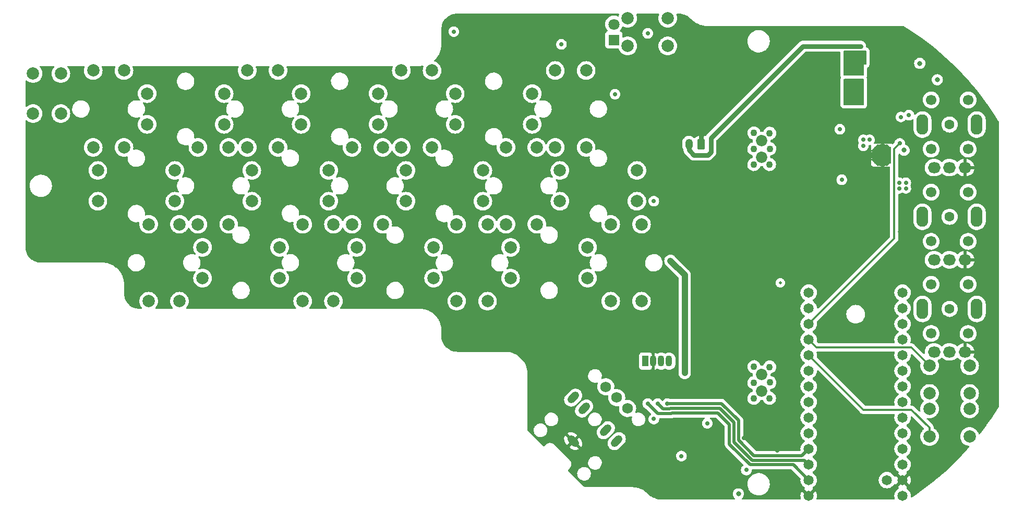
<source format=gbr>
%TF.GenerationSoftware,KiCad,Pcbnew,(6.0.10-0)*%
%TF.CreationDate,2024-12-15T11:01:57+01:00*%
%TF.ProjectId,MiniChord,4d696e69-4368-46f7-9264-2e6b69636164,rev?*%
%TF.SameCoordinates,Original*%
%TF.FileFunction,Copper,L4,Bot*%
%TF.FilePolarity,Positive*%
%FSLAX46Y46*%
G04 Gerber Fmt 4.6, Leading zero omitted, Abs format (unit mm)*
G04 Created by KiCad (PCBNEW (6.0.10-0)) date 2024-12-15 11:01:57*
%MOMM*%
%LPD*%
G01*
G04 APERTURE LIST*
G04 Aperture macros list*
%AMRoundRect*
0 Rectangle with rounded corners*
0 $1 Rounding radius*
0 $2 $3 $4 $5 $6 $7 $8 $9 X,Y pos of 4 corners*
0 Add a 4 corners polygon primitive as box body*
4,1,4,$2,$3,$4,$5,$6,$7,$8,$9,$2,$3,0*
0 Add four circle primitives for the rounded corners*
1,1,$1+$1,$2,$3*
1,1,$1+$1,$4,$5*
1,1,$1+$1,$6,$7*
1,1,$1+$1,$8,$9*
0 Add four rect primitives between the rounded corners*
20,1,$1+$1,$2,$3,$4,$5,0*
20,1,$1+$1,$4,$5,$6,$7,0*
20,1,$1+$1,$6,$7,$8,$9,0*
20,1,$1+$1,$8,$9,$2,$3,0*%
%AMHorizOval*
0 Thick line with rounded ends*
0 $1 width*
0 $2 $3 position (X,Y) of the first rounded end (center of the circle)*
0 $4 $5 position (X,Y) of the second rounded end (center of the circle)*
0 Add line between two ends*
20,1,$1,$2,$3,$4,$5,0*
0 Add two circle primitives to create the rounded ends*
1,1,$1,$2,$3*
1,1,$1,$4,$5*%
G04 Aperture macros list end*
%TA.AperFunction,ComponentPad*%
%ADD10C,2.000000*%
%TD*%
%TA.AperFunction,ComponentPad*%
%ADD11R,1.070000X1.800000*%
%TD*%
%TA.AperFunction,ComponentPad*%
%ADD12O,1.070000X1.800000*%
%TD*%
%TA.AperFunction,ComponentPad*%
%ADD13R,1.800000X1.800000*%
%TD*%
%TA.AperFunction,ComponentPad*%
%ADD14C,1.800000*%
%TD*%
%TA.AperFunction,WasherPad*%
%ADD15C,1.700000*%
%TD*%
%TA.AperFunction,WasherPad*%
%ADD16C,1.600000*%
%TD*%
%TA.AperFunction,WasherPad*%
%ADD17O,1.900000X3.300000*%
%TD*%
%TA.AperFunction,ComponentPad*%
%ADD18O,2.050000X1.800000*%
%TD*%
%TA.AperFunction,WasherPad*%
%ADD19C,1.100000*%
%TD*%
%TA.AperFunction,WasherPad*%
%ADD20C,1.850000*%
%TD*%
%TA.AperFunction,ComponentPad*%
%ADD21C,0.500000*%
%TD*%
%TA.AperFunction,SMDPad,CuDef*%
%ADD22R,2.700000X2.700000*%
%TD*%
%TA.AperFunction,ComponentPad*%
%ADD23C,1.750000*%
%TD*%
%TA.AperFunction,ComponentPad*%
%ADD24HorizOval,1.200000X-0.353553X-0.353553X0.353553X0.353553X0*%
%TD*%
%TA.AperFunction,ComponentPad*%
%ADD25HorizOval,1.200000X0.353553X-0.353553X-0.353553X0.353553X0*%
%TD*%
%TA.AperFunction,ComponentPad*%
%ADD26HorizOval,1.200000X0.353553X0.353553X-0.353553X-0.353553X0*%
%TD*%
%TA.AperFunction,ComponentPad*%
%ADD27RoundRect,0.250000X0.350000X0.625000X-0.350000X0.625000X-0.350000X-0.625000X0.350000X-0.625000X0*%
%TD*%
%TA.AperFunction,ComponentPad*%
%ADD28O,1.200000X1.750000*%
%TD*%
%TA.AperFunction,ComponentPad*%
%ADD29C,1.650000*%
%TD*%
%TA.AperFunction,ViaPad*%
%ADD30C,0.700000*%
%TD*%
%TA.AperFunction,ViaPad*%
%ADD31C,0.500000*%
%TD*%
%TA.AperFunction,ViaPad*%
%ADD32C,0.800000*%
%TD*%
%TA.AperFunction,Conductor*%
%ADD33C,1.000000*%
%TD*%
%TA.AperFunction,Conductor*%
%ADD34C,0.500000*%
%TD*%
%TA.AperFunction,Conductor*%
%ADD35C,0.350000*%
%TD*%
%TA.AperFunction,Conductor*%
%ADD36C,0.750000*%
%TD*%
G04 APERTURE END LIST*
D10*
%TO.P,SW11,1,1*%
%TO.N,Row 4*%
X75000000Y-91750000D03*
%TO.P,SW11,2,2*%
X75000000Y-104250000D03*
%TO.P,SW11,3,K*%
%TO.N,Read matrix 2*%
X70000000Y-91750000D03*
%TO.P,SW11,4,A*%
X70000000Y-104250000D03*
%TD*%
%TO.P,SW26,1,1*%
%TO.N,3.3V*%
X121250000Y-75250000D03*
%TO.P,SW26,2,2*%
X114750000Y-75250000D03*
%TO.P,SW26,3,K*%
%TO.N,Rythm*%
X121250000Y-70750000D03*
%TO.P,SW26,4,A*%
X114750000Y-70750000D03*
%TD*%
D11*
%TO.P,D2,1,RA*%
%TO.N,Net-(D2-Pad1)*%
X117640000Y-126500000D03*
D12*
%TO.P,D2,2,K*%
%TO.N,GND*%
X118910000Y-126500000D03*
%TO.P,D2,3,GA*%
%TO.N,Net-(D2-Pad3)*%
X120180000Y-126500000D03*
%TO.P,D2,4,BA*%
%TO.N,Net-(D2-Pad4)*%
X121450000Y-126500000D03*
%TD*%
D10*
%TO.P,SW12,1,1*%
%TO.N,Row 5*%
X91250000Y-100500000D03*
%TO.P,SW12,2,2*%
X78750000Y-100500000D03*
%TO.P,SW12,3,K*%
%TO.N,Read matrix 2*%
X91250000Y-95500000D03*
%TO.P,SW12,4,A*%
X78750000Y-95500000D03*
%TD*%
%TO.P,SW15,1,1*%
%TO.N,Row 1*%
X42000000Y-104250000D03*
%TO.P,SW15,2,2*%
X42000000Y-116750000D03*
%TO.P,SW15,3,K*%
%TO.N,Read matrix 3*%
X37000000Y-104250000D03*
%TO.P,SW15,4,A*%
X37000000Y-116750000D03*
%TD*%
%TO.P,SW10,1,1*%
%TO.N,Row 3*%
X66250000Y-100500000D03*
%TO.P,SW10,2,2*%
X53750000Y-100500000D03*
%TO.P,SW10,3,K*%
%TO.N,Read matrix 2*%
X66250000Y-95500000D03*
%TO.P,SW10,4,A*%
X53750000Y-95500000D03*
%TD*%
D13*
%TO.P,D1,1,K*%
%TO.N,Net-(D1-Pad1)*%
X112500000Y-74270000D03*
D14*
%TO.P,D1,2,A*%
%TO.N,Rythm led*%
X112500000Y-71730000D03*
%TD*%
D10*
%TO.P,SW21,1,1*%
%TO.N,Row 7*%
X117000000Y-104250000D03*
%TO.P,SW21,2,2*%
X117000000Y-116750000D03*
%TO.P,SW21,3,K*%
%TO.N,Read matrix 3*%
X112000000Y-104250000D03*
%TO.P,SW21,4,A*%
X112000000Y-116750000D03*
%TD*%
%TO.P,SW6,1,1*%
%TO.N,Row 6*%
X99250000Y-88000000D03*
%TO.P,SW6,2,2*%
X86750000Y-88000000D03*
%TO.P,SW6,3,K*%
%TO.N,Read matrix 1*%
X99250000Y-83000000D03*
%TO.P,SW6,4,A*%
X86750000Y-83000000D03*
%TD*%
%TO.P,SW14,1,1*%
%TO.N,Row 7*%
X116250000Y-100500000D03*
%TO.P,SW14,2,2*%
X103750000Y-100500000D03*
%TO.P,SW14,3,K*%
%TO.N,Read matrix 2*%
X116250000Y-95500000D03*
%TO.P,SW14,4,A*%
X103750000Y-95500000D03*
%TD*%
%TO.P,SW2,1,1*%
%TO.N,Row 2*%
X49250000Y-88000000D03*
%TO.P,SW2,2,2*%
X36750000Y-88000000D03*
%TO.P,SW2,3,K*%
%TO.N,Read matrix 1*%
X49250000Y-83000000D03*
%TO.P,SW2,4,A*%
X36750000Y-83000000D03*
%TD*%
%TO.P,SW17,1,1*%
%TO.N,Row 3*%
X67000000Y-104250000D03*
%TO.P,SW17,2,2*%
X67000000Y-116750000D03*
%TO.P,SW17,3,K*%
%TO.N,Read matrix 3*%
X62000000Y-104250000D03*
%TO.P,SW17,4,A*%
X62000000Y-116750000D03*
%TD*%
D15*
%TO.P,RV3,*%
%TO.N,*%
X170000000Y-84030000D03*
X170000000Y-92030000D03*
X164000000Y-84030000D03*
D16*
X167000000Y-88030000D03*
D17*
X171400000Y-88030000D03*
D15*
X164000000Y-92030000D03*
D17*
X162600000Y-88030000D03*
D18*
%TO.P,RV3,1,1*%
%TO.N,3.3V*%
X164500000Y-95030000D03*
%TO.P,RV3,2,2*%
%TO.N,Chord*%
X167000000Y-95030000D03*
%TO.P,RV3,3,3*%
%TO.N,GND*%
X169500000Y-95030000D03*
%TD*%
D10*
%TO.P,SW13,1,1*%
%TO.N,Row 6*%
X100000000Y-91750000D03*
%TO.P,SW13,2,2*%
X100000000Y-104250000D03*
%TO.P,SW13,3,K*%
%TO.N,Read matrix 2*%
X95000000Y-91750000D03*
%TO.P,SW13,4,A*%
X95000000Y-104250000D03*
%TD*%
%TO.P,SW24,1,1*%
%TO.N,3.3V*%
X170250000Y-131750000D03*
%TO.P,SW24,2,2*%
X163750000Y-131750000D03*
%TO.P,SW24,3,K*%
%TO.N,Up pgm*%
X170250000Y-127250000D03*
%TO.P,SW24,4,A*%
X163750000Y-127250000D03*
%TD*%
%TO.P,SW18,1,1*%
%TO.N,Row 4*%
X83250000Y-113000000D03*
%TO.P,SW18,2,2*%
X70750000Y-113000000D03*
%TO.P,SW18,3,K*%
%TO.N,Read matrix 3*%
X83250000Y-108000000D03*
%TO.P,SW18,4,A*%
X70750000Y-108000000D03*
%TD*%
%TO.P,SW16,1,1*%
%TO.N,Row 2*%
X58250000Y-113000000D03*
%TO.P,SW16,2,2*%
X45750000Y-113000000D03*
%TO.P,SW16,3,K*%
%TO.N,Read matrix 3*%
X58250000Y-108000000D03*
%TO.P,SW16,4,A*%
X45750000Y-108000000D03*
%TD*%
%TO.P,SW20,1,1*%
%TO.N,Row 6*%
X108250000Y-113000000D03*
%TO.P,SW20,2,2*%
X95750000Y-113000000D03*
%TO.P,SW20,3,K*%
%TO.N,Read matrix 3*%
X108250000Y-108000000D03*
%TO.P,SW20,4,A*%
X95750000Y-108000000D03*
%TD*%
D19*
%TO.P,J1,*%
%TO.N,*%
X137800000Y-89450000D03*
X135230000Y-94540000D03*
X135250000Y-89400000D03*
X137825000Y-91975000D03*
D20*
X136450000Y-93350000D03*
D19*
X137770000Y-94540000D03*
X135230000Y-92000000D03*
D20*
X136500000Y-90625000D03*
%TD*%
D15*
%TO.P,RV2,*%
%TO.N,*%
X170000000Y-99030000D03*
D17*
X171400000Y-103030000D03*
D15*
X164000000Y-107030000D03*
D16*
X167000000Y-103030000D03*
D15*
X170000000Y-107030000D03*
D17*
X162600000Y-103030000D03*
D15*
X164000000Y-99030000D03*
D18*
%TO.P,RV2,1,1*%
%TO.N,3.3V*%
X164500000Y-110030000D03*
%TO.P,RV2,2,2*%
%TO.N,Harp*%
X167000000Y-110030000D03*
%TO.P,RV2,3,3*%
%TO.N,GND*%
X169500000Y-110030000D03*
%TD*%
D10*
%TO.P,SW4,1,1*%
%TO.N,Row 4*%
X74250000Y-88000000D03*
%TO.P,SW4,2,2*%
X61750000Y-88000000D03*
%TO.P,SW4,3,K*%
%TO.N,Read matrix 1*%
X74250000Y-83000000D03*
%TO.P,SW4,4,A*%
X61750000Y-83000000D03*
%TD*%
%TO.P,SW22,1,1*%
%TO.N,Sharp*%
X22750000Y-79750000D03*
%TO.P,SW22,2,2*%
X22750000Y-86250000D03*
%TO.P,SW22,3,K*%
%TO.N,Read matrix 1*%
X18250000Y-79750000D03*
%TO.P,SW22,4,A*%
X18250000Y-86250000D03*
%TD*%
D21*
%TO.P,U2,17,PAD*%
%TO.N,GND*%
X156100000Y-93000000D03*
X157200000Y-94100000D03*
X157200000Y-91900000D03*
X156100000Y-91900000D03*
X156100000Y-94100000D03*
X155000000Y-93000000D03*
X155000000Y-94100000D03*
D22*
X156100000Y-93000000D03*
D21*
X155000000Y-91900000D03*
X157200000Y-93000000D03*
%TD*%
D20*
%TO.P,J4,*%
%TO.N,*%
X136450000Y-131350000D03*
D19*
X137800000Y-127450000D03*
X137825000Y-129975000D03*
X135230000Y-130000000D03*
X137770000Y-132540000D03*
X135230000Y-132540000D03*
X135250000Y-127400000D03*
D20*
X136500000Y-128625000D03*
%TD*%
D10*
%TO.P,SW5,1,1*%
%TO.N,Row 5*%
X83000000Y-79250000D03*
%TO.P,SW5,2,2*%
X83000000Y-91750000D03*
%TO.P,SW5,3,K*%
%TO.N,Read matrix 1*%
X78000000Y-79250000D03*
%TO.P,SW5,4,A*%
X78000000Y-91750000D03*
%TD*%
%TO.P,SW19,1,1*%
%TO.N,Row 5*%
X92000000Y-104250000D03*
%TO.P,SW19,2,2*%
X92000000Y-116750000D03*
%TO.P,SW19,3,K*%
%TO.N,Read matrix 3*%
X87000000Y-104250000D03*
%TO.P,SW19,4,A*%
X87000000Y-116750000D03*
%TD*%
%TO.P,SW9,1,1*%
%TO.N,Row 2*%
X50000000Y-91750000D03*
%TO.P,SW9,2,2*%
X50000000Y-104250000D03*
%TO.P,SW9,3,K*%
%TO.N,Read matrix 2*%
X45000000Y-91750000D03*
%TO.P,SW9,4,A*%
X45000000Y-104250000D03*
%TD*%
D16*
%TO.P,RV1,*%
%TO.N,*%
X167000000Y-118000000D03*
D17*
X162600000Y-118000000D03*
D15*
X170000000Y-122000000D03*
X164000000Y-114000000D03*
X164000000Y-122000000D03*
D17*
X171400000Y-118000000D03*
D15*
X170000000Y-114000000D03*
D18*
%TO.P,RV1,1,1*%
%TO.N,3.3V*%
X164500000Y-125000000D03*
%TO.P,RV1,2,2*%
%TO.N,Mod*%
X167000000Y-125000000D03*
%TO.P,RV1,3,3*%
%TO.N,GND*%
X169500000Y-125000000D03*
%TD*%
D10*
%TO.P,SW7,1,1*%
%TO.N,Row 7*%
X108000000Y-79250000D03*
%TO.P,SW7,2,2*%
X108000000Y-91750000D03*
%TO.P,SW7,3,K*%
%TO.N,Read matrix 1*%
X103000000Y-79250000D03*
%TO.P,SW7,4,A*%
X103000000Y-91750000D03*
%TD*%
%TO.P,SW3,1,1*%
%TO.N,Row 3*%
X58000000Y-79250000D03*
%TO.P,SW3,2,2*%
X58000000Y-91750000D03*
%TO.P,SW3,3,K*%
%TO.N,Read matrix 1*%
X53000000Y-79250000D03*
%TO.P,SW3,4,A*%
X53000000Y-91750000D03*
%TD*%
D23*
%TO.P,J2,G*%
%TO.N,VBAT*%
X114738835Y-134196699D03*
%TO.P,J2,H*%
%TO.N,EN*%
X112971068Y-132428932D03*
%TO.P,J2,I*%
%TO.N,unconnected-(J2-PadI)*%
X111203301Y-130661165D03*
D24*
%TO.P,J2,R*%
%TO.N,Net-(C16-Pad1)*%
X105900000Y-132428932D03*
%TO.P,J2,Rs*%
%TO.N,unconnected-(J2-PadRs)*%
X107667767Y-134196699D03*
D25*
%TO.P,J2,S*%
%TO.N,GND*%
X105900000Y-139500000D03*
D26*
%TO.P,J2,T*%
%TO.N,Net-(C17-Pad1)*%
X112971068Y-139500000D03*
%TO.P,J2,Ts*%
%TO.N,unconnected-(J2-PadTs)*%
X111203301Y-137732233D03*
%TD*%
D10*
%TO.P,SW1,1,1*%
%TO.N,Row 1*%
X33000000Y-79250000D03*
%TO.P,SW1,2,2*%
X33000000Y-91750000D03*
%TO.P,SW1,3,K*%
%TO.N,Read matrix 1*%
X28000000Y-79250000D03*
%TO.P,SW1,4,A*%
X28000000Y-91750000D03*
%TD*%
%TO.P,SW25,1,1*%
%TO.N,3.3V*%
X163750000Y-134250000D03*
%TO.P,SW25,2,2*%
X170250000Y-134250000D03*
%TO.P,SW25,3,K*%
%TO.N,Down pgm*%
X163750000Y-138750000D03*
%TO.P,SW25,4,A*%
X170250000Y-138750000D03*
%TD*%
%TO.P,SW8,1,1*%
%TO.N,Row 1*%
X41250000Y-100500000D03*
%TO.P,SW8,2,2*%
X28750000Y-100500000D03*
%TO.P,SW8,3,K*%
%TO.N,Read matrix 2*%
X41250000Y-95500000D03*
%TO.P,SW8,4,A*%
X28750000Y-95500000D03*
%TD*%
D27*
%TO.P,J3,1,Pin_1*%
%TO.N,GND*%
X126700000Y-91255000D03*
D28*
%TO.P,J3,2,Pin_2*%
%TO.N,VBAT*%
X124700000Y-91255000D03*
%TD*%
D29*
%TO.P,U1,1,GND*%
%TO.N,GND*%
X144130000Y-148375000D03*
%TO.P,U1,2,0_RX1_CRX2_CS1*%
%TO.N,R led*%
X144130000Y-145835000D03*
%TO.P,U1,3,1_TX1_CTX2_MISO1*%
%TO.N,G led*%
X144130000Y-143295000D03*
%TO.P,U1,4,2_OUT2*%
%TO.N,B led*%
X144130000Y-140755000D03*
%TO.P,U1,5,3_LRCLK2*%
%TO.N,_Mute*%
X144130000Y-138215000D03*
%TO.P,U1,6,4_BCLK2*%
%TO.N,Read matrix 3*%
X144130000Y-135675000D03*
%TO.P,U1,7,5_IN2*%
%TO.N,Read matrix 2*%
X144130000Y-133135000D03*
%TO.P,U1,8,6_OUT1D*%
%TO.N,Read matrix 1*%
X144130000Y-130595000D03*
%TO.P,U1,9,7_RX2_OUT1A*%
%TO.N,DIN*%
X144130000Y-128055000D03*
%TO.P,U1,10,8_TX2_IN1*%
%TO.N,Down pgm*%
X144130000Y-125515000D03*
%TO.P,U1,11,9_OUT1C*%
%TO.N,Up pgm*%
X144130000Y-122975000D03*
%TO.P,U1,12,10_CS_MQSR*%
%TO.N,LBO*%
X144130000Y-120435000D03*
%TO.P,U1,13,11_MOSI_CTX1*%
%TO.N,Rythm*%
X144130000Y-117895000D03*
%TO.P,U1,14,12_MISO_MQSL*%
%TO.N,Rythm led*%
X144130000Y-115355000D03*
%TO.P,U1,20,13_SCK_CRX1_LED*%
%TO.N,Data matrix*%
X159370000Y-115355000D03*
%TO.P,U1,21,14_A0_TX3_SPDIF_OUT*%
%TO.N,Storage clock*%
X159370000Y-117895000D03*
%TO.P,U1,22,15_A1_RX3_SPDIF_IN*%
%TO.N,Shift clock*%
X159370000Y-120435000D03*
%TO.P,U1,23,16_A2_RX4_SCL1*%
%TO.N,Chord*%
X159370000Y-122975000D03*
%TO.P,U1,24,17_A3_TX4_SDA1*%
%TO.N,Harp*%
X159370000Y-125515000D03*
%TO.P,U1,25,18_A4_SDA0*%
%TO.N,Net-(R9-Pad1)*%
X159370000Y-128055000D03*
%TO.P,U1,26,19_A5_SCL0*%
%TO.N,Net-(R10-Pad1)*%
X159370000Y-130595000D03*
%TO.P,U1,27,20_A6_TX5_LRCLK1*%
%TO.N,LRCK*%
X159370000Y-133135000D03*
%TO.P,U1,28,21_A7_RX5_BCLK1*%
%TO.N,BCK*%
X159370000Y-135675000D03*
%TO.P,U1,29,22_A8_CTX1*%
%TO.N,Mod*%
X159370000Y-138215000D03*
%TO.P,U1,30,23_A9_CRX1_MCLK1*%
%TO.N,SCK*%
X159370000Y-140755000D03*
%TO.P,U1,31,3V3*%
%TO.N,3.3V*%
X159370000Y-143295000D03*
%TO.P,U1,32,GND*%
%TO.N,GND*%
X159370000Y-145835000D03*
%TO.P,U1,33,VIN*%
%TO.N,5V*%
X159370000Y-148375000D03*
%TO.P,U1,34,VUSB*%
%TO.N,VUSB*%
X156830000Y-145835000D03*
%TD*%
D30*
%TO.N,3.3V*%
X104000000Y-75000000D03*
X121700000Y-110200000D03*
X119000000Y-135900000D03*
X119000000Y-100500000D03*
X86525000Y-72925000D03*
D31*
X139525000Y-113775000D03*
D30*
X127662500Y-136600000D03*
X118000000Y-73200000D03*
X124000000Y-128400000D03*
X160400000Y-86500000D03*
X112700000Y-83100000D03*
X123475000Y-141925000D03*
%TO.N,B led*%
X121200000Y-133400000D03*
%TO.N,G led*%
X119600000Y-133400000D03*
%TO.N,R led*%
X118000000Y-133400000D03*
%TO.N,VBAT*%
X151500000Y-78707500D03*
X150500000Y-79707500D03*
X159900000Y-98400000D03*
X151500000Y-77707500D03*
X150500000Y-78707500D03*
X149200000Y-88800000D03*
X151500000Y-79707500D03*
X150500000Y-76707500D03*
X151500000Y-76707500D03*
X152550000Y-75300000D03*
X159900000Y-97500000D03*
X158800000Y-97500000D03*
X150500000Y-77707500D03*
X158800000Y-98400000D03*
%TO.N,GND*%
X125000000Y-143000000D03*
D32*
X52000000Y-110500000D03*
X113000000Y-98000000D03*
X113000000Y-123000000D03*
X153000000Y-117000000D03*
X92000000Y-122000000D03*
X159000000Y-105500000D03*
X55000000Y-85000000D03*
X147000000Y-141000000D03*
X108000000Y-98000000D03*
X149000000Y-110000000D03*
D31*
X137000000Y-99000000D03*
D32*
X167000000Y-133000000D03*
X127000000Y-122000000D03*
X39500000Y-110500000D03*
X46000000Y-80900000D03*
D30*
X156000000Y-76707500D03*
D32*
X161200000Y-90600500D03*
X88000000Y-98000000D03*
X37000000Y-98000000D03*
D30*
X149000000Y-126000000D03*
D32*
X151000000Y-134500000D03*
D30*
X127800000Y-130800000D03*
D32*
X83000000Y-98000000D03*
X152000000Y-103000000D03*
D30*
X141000000Y-146000000D03*
D32*
X62000000Y-98000000D03*
D30*
X156000000Y-84707500D03*
X155000000Y-84707500D03*
X151000000Y-128000000D03*
D32*
X151000000Y-130000000D03*
X159000000Y-108500000D03*
D30*
X98875000Y-77875000D03*
D32*
X101000000Y-122000000D03*
X151000000Y-136000000D03*
X65000000Y-86000000D03*
D30*
X151000000Y-126000000D03*
D31*
X137000000Y-120000000D03*
X138000000Y-109200000D03*
D32*
X93000000Y-85500000D03*
X58000000Y-98000000D03*
X149000000Y-134500000D03*
D30*
X125000000Y-140000000D03*
D32*
X147000000Y-108000000D03*
X55000000Y-87000000D03*
X172000000Y-110000000D03*
D30*
X124000000Y-143000000D03*
X157000000Y-84707500D03*
X86400000Y-71000000D03*
D32*
X77000000Y-110500000D03*
X80000000Y-85000000D03*
D30*
X157000000Y-76707500D03*
X92365000Y-74865000D03*
D32*
X24250000Y-98000000D03*
X149000000Y-133000000D03*
X151000000Y-141000000D03*
X81000000Y-88000000D03*
X71000000Y-81000000D03*
D30*
X125000000Y-141000000D03*
D32*
X147500000Y-77500000D03*
X47500000Y-98000000D03*
D30*
X133600000Y-139000000D03*
X139000000Y-146000000D03*
X125000000Y-142000000D03*
D32*
X126000000Y-74000000D03*
X105500000Y-85500000D03*
D30*
X139000000Y-141000000D03*
D32*
X164000000Y-143000000D03*
X115000000Y-81000000D03*
D30*
X153250000Y-86750000D03*
D32*
X114500000Y-110500000D03*
X115000000Y-84500000D03*
X74000000Y-98000000D03*
D30*
X113300000Y-142400000D03*
D32*
X89500000Y-110500000D03*
D30*
X149000000Y-128000000D03*
D32*
X65000000Y-81000000D03*
X149000000Y-136000000D03*
X172000000Y-95000000D03*
X98000000Y-98000000D03*
X172000000Y-125000000D03*
D30*
X154450000Y-75300000D03*
X108100000Y-70900000D03*
D32*
X165000000Y-79000000D03*
X148000000Y-109000000D03*
X102000000Y-110500000D03*
X64500000Y-110500000D03*
D30*
X154000000Y-84707500D03*
%TO.N,VUSB*%
X151500000Y-84207500D03*
X151500000Y-81207500D03*
X150500000Y-83207500D03*
X150500000Y-82207500D03*
X150500000Y-84207500D03*
X151500000Y-82207500D03*
X150500000Y-81207500D03*
X151500000Y-83207500D03*
%TO.N,5V*%
X149500000Y-97000000D03*
X154000000Y-90500000D03*
X153000000Y-91500000D03*
X153000000Y-90500000D03*
%TO.N,LBO*%
X158900000Y-91100000D03*
X159100000Y-86800000D03*
D32*
%TO.N,EN*%
X159600000Y-92200000D03*
D30*
%TO.N,DIN*%
X134000000Y-144200000D03*
D32*
%TO.N,SCK*%
X132725000Y-148075000D03*
%TO.N,Net-(D3-Pad2)*%
X162155000Y-78095000D03*
X165000000Y-80750000D03*
%TD*%
D33*
%TO.N,3.3V*%
X121700000Y-110200000D02*
X124000000Y-112500000D01*
X124000000Y-112500000D02*
X124000000Y-128400000D01*
D34*
%TO.N,B led*%
X130000000Y-133400000D02*
X132750000Y-136150000D01*
X143035000Y-141850000D02*
X144130000Y-140755000D01*
X121200000Y-133400000D02*
X130000000Y-133400000D01*
X135247918Y-141850000D02*
X143035000Y-141850000D01*
X132750000Y-136150000D02*
X132750000Y-139352082D01*
X132750000Y-139352082D02*
X135247918Y-141850000D01*
%TO.N,G led*%
X119600000Y-133400000D02*
X120450000Y-134250000D01*
X132000000Y-139662742D02*
X134937258Y-142600000D01*
X120450000Y-134250000D02*
X121552082Y-134250000D01*
X134937258Y-142600000D02*
X143435000Y-142600000D01*
X129689340Y-134150000D02*
X132000000Y-136460660D01*
X132000000Y-136460660D02*
X132000000Y-139662742D01*
X121552082Y-134250000D02*
X121652082Y-134150000D01*
X143435000Y-142600000D02*
X144130000Y-143295000D01*
X121652082Y-134150000D02*
X129689340Y-134150000D01*
%TO.N,R led*%
X118000000Y-133400000D02*
X119600000Y-135000000D01*
X141645000Y-143350000D02*
X144130000Y-145835000D01*
X129378680Y-134900000D02*
X131250000Y-136771320D01*
X121862742Y-135000000D02*
X121962742Y-134900000D01*
X131250000Y-136771320D02*
X131250000Y-139973402D01*
X121962742Y-134900000D02*
X129378680Y-134900000D01*
X119600000Y-135000000D02*
X121862742Y-135000000D01*
X131250000Y-139973402D02*
X134626598Y-143350000D01*
X134626598Y-143350000D02*
X141645000Y-143350000D01*
D35*
%TO.N,Up pgm*%
X160765000Y-124265000D02*
X145420000Y-124265000D01*
X163750000Y-127250000D02*
X160765000Y-124265000D01*
X145420000Y-124265000D02*
X144130000Y-122975000D01*
%TO.N,Down pgm*%
X153015000Y-134400000D02*
X144130000Y-125515000D01*
X160814213Y-134400000D02*
X153015000Y-134400000D01*
X163750000Y-137335787D02*
X160814213Y-134400000D01*
X163750000Y-138750000D02*
X163750000Y-137335787D01*
D36*
%TO.N,VBAT*%
X124700000Y-92200000D02*
X124700000Y-91255000D01*
X127750000Y-93000000D02*
X125500000Y-93000000D01*
X128250000Y-92500000D02*
X127750000Y-93000000D01*
X152550000Y-75300000D02*
X143200000Y-75300000D01*
X143200000Y-75300000D02*
X128250000Y-90250000D01*
X128250000Y-90250000D02*
X128250000Y-92500000D01*
X125500000Y-93000000D02*
X124700000Y-92200000D01*
%TO.N,GND*%
X142500000Y-74000000D02*
X126700000Y-89800000D01*
X154450000Y-75300000D02*
X153150000Y-74000000D01*
X153150000Y-74000000D02*
X142500000Y-74000000D01*
X126700000Y-89800000D02*
X126700000Y-91255000D01*
D35*
%TO.N,LBO*%
X158025000Y-106540000D02*
X158025000Y-91975000D01*
X144130000Y-120435000D02*
X158025000Y-106540000D01*
X158025000Y-91975000D02*
X158900000Y-91100000D01*
%TD*%
%TA.AperFunction,Conductor*%
%TO.N,VUSB*%
G36*
X153042121Y-80627502D02*
G01*
X153088614Y-80681158D01*
X153100000Y-80733500D01*
X153100000Y-84781500D01*
X153079998Y-84849621D01*
X153026342Y-84896114D01*
X152974000Y-84907500D01*
X149926000Y-84907500D01*
X149857879Y-84887498D01*
X149811386Y-84833842D01*
X149800000Y-84781500D01*
X149800000Y-80733500D01*
X149820002Y-80665379D01*
X149873658Y-80618886D01*
X149926000Y-80607500D01*
X152974000Y-80607500D01*
X153042121Y-80627502D01*
G37*
%TD.AperFunction*%
%TD*%
%TA.AperFunction,Conductor*%
%TO.N,VBAT*%
G36*
X153442121Y-76027502D02*
G01*
X153488614Y-76081158D01*
X153500000Y-76133500D01*
X153500000Y-78181500D01*
X153479998Y-78249621D01*
X153426342Y-78296114D01*
X153374000Y-78307500D01*
X153100000Y-78307500D01*
X153100000Y-79968000D01*
X153079998Y-80036121D01*
X153026342Y-80082614D01*
X152974000Y-80094000D01*
X149926000Y-80094000D01*
X149857879Y-80073998D01*
X149811386Y-80020342D01*
X149800000Y-79968000D01*
X149800000Y-76133500D01*
X149820002Y-76065379D01*
X149873658Y-76018886D01*
X149926000Y-76007500D01*
X153374000Y-76007500D01*
X153442121Y-76027502D01*
G37*
%TD.AperFunction*%
%TD*%
%TA.AperFunction,Conductor*%
%TO.N,GND*%
G36*
X113303899Y-70028502D02*
G01*
X113350392Y-70082158D01*
X113360496Y-70152432D01*
X113352187Y-70182717D01*
X113310895Y-70282406D01*
X113293431Y-70355150D01*
X113288818Y-70374363D01*
X113253465Y-70435932D01*
X113190439Y-70468614D01*
X113119748Y-70462033D01*
X113105403Y-70455255D01*
X113083887Y-70443377D01*
X113083879Y-70443374D01*
X113079355Y-70440876D01*
X113074486Y-70439152D01*
X113074482Y-70439150D01*
X112865903Y-70365288D01*
X112865899Y-70365287D01*
X112861028Y-70363562D01*
X112855935Y-70362655D01*
X112855932Y-70362654D01*
X112638095Y-70323851D01*
X112638089Y-70323850D01*
X112633006Y-70322945D01*
X112560096Y-70322054D01*
X112406581Y-70320179D01*
X112406579Y-70320179D01*
X112401411Y-70320116D01*
X112172464Y-70355150D01*
X111952314Y-70427106D01*
X111947726Y-70429494D01*
X111947722Y-70429496D01*
X111845524Y-70482697D01*
X111746872Y-70534052D01*
X111742739Y-70537155D01*
X111742736Y-70537157D01*
X111605130Y-70640475D01*
X111561655Y-70673117D01*
X111558083Y-70676855D01*
X111407504Y-70834427D01*
X111401639Y-70840564D01*
X111271119Y-71031899D01*
X111173602Y-71241981D01*
X111111707Y-71465169D01*
X111087095Y-71695469D01*
X111087392Y-71700622D01*
X111087392Y-71700625D01*
X111094057Y-71816213D01*
X111100427Y-71926697D01*
X111101564Y-71931743D01*
X111101565Y-71931749D01*
X111123153Y-72027541D01*
X111151346Y-72152642D01*
X111153288Y-72157424D01*
X111153289Y-72157428D01*
X111204480Y-72283496D01*
X111238484Y-72367237D01*
X111315995Y-72493724D01*
X111355688Y-72558496D01*
X111359501Y-72564719D01*
X111362882Y-72568622D01*
X111471304Y-72693788D01*
X111500786Y-72758373D01*
X111490671Y-72828646D01*
X111444170Y-72882294D01*
X111420296Y-72894267D01*
X111373373Y-72911858D01*
X111353295Y-72919385D01*
X111236739Y-73006739D01*
X111149385Y-73123295D01*
X111098255Y-73259684D01*
X111091500Y-73321866D01*
X111091500Y-75218134D01*
X111098255Y-75280316D01*
X111149385Y-75416705D01*
X111236739Y-75533261D01*
X111353295Y-75620615D01*
X111489684Y-75671745D01*
X111551866Y-75678500D01*
X113210511Y-75678500D01*
X113278632Y-75698502D01*
X113326920Y-75756282D01*
X113353719Y-75820980D01*
X113401760Y-75936963D01*
X113404346Y-75941183D01*
X113523241Y-76135202D01*
X113523245Y-76135208D01*
X113525824Y-76139416D01*
X113594995Y-76220405D01*
X113673467Y-76312283D01*
X113680031Y-76319969D01*
X113860584Y-76474176D01*
X113864792Y-76476755D01*
X113864798Y-76476759D01*
X114058817Y-76595654D01*
X114063037Y-76598240D01*
X114067607Y-76600133D01*
X114067611Y-76600135D01*
X114202217Y-76655890D01*
X114282406Y-76689105D01*
X114362609Y-76708360D01*
X114508476Y-76743380D01*
X114508482Y-76743381D01*
X114513289Y-76744535D01*
X114750000Y-76763165D01*
X114986711Y-76744535D01*
X114991518Y-76743381D01*
X114991524Y-76743380D01*
X115137391Y-76708360D01*
X115217594Y-76689105D01*
X115297783Y-76655890D01*
X115432389Y-76600135D01*
X115432393Y-76600133D01*
X115436963Y-76598240D01*
X115441183Y-76595654D01*
X115635202Y-76476759D01*
X115635208Y-76476755D01*
X115639416Y-76474176D01*
X115819969Y-76319969D01*
X115826534Y-76312283D01*
X115905005Y-76220405D01*
X115974176Y-76139416D01*
X115976755Y-76135208D01*
X115976759Y-76135202D01*
X116095654Y-75941183D01*
X116098240Y-75936963D01*
X116122229Y-75879050D01*
X116187211Y-75722167D01*
X116187212Y-75722165D01*
X116189105Y-75717594D01*
X116220336Y-75587506D01*
X116243380Y-75491524D01*
X116243381Y-75491518D01*
X116244535Y-75486711D01*
X116263165Y-75250000D01*
X119736835Y-75250000D01*
X119755465Y-75486711D01*
X119756619Y-75491518D01*
X119756620Y-75491524D01*
X119779664Y-75587506D01*
X119810895Y-75717594D01*
X119812788Y-75722165D01*
X119812789Y-75722167D01*
X119877772Y-75879050D01*
X119901760Y-75936963D01*
X119904346Y-75941183D01*
X120023241Y-76135202D01*
X120023245Y-76135208D01*
X120025824Y-76139416D01*
X120094995Y-76220405D01*
X120173467Y-76312283D01*
X120180031Y-76319969D01*
X120360584Y-76474176D01*
X120364792Y-76476755D01*
X120364798Y-76476759D01*
X120558817Y-76595654D01*
X120563037Y-76598240D01*
X120567607Y-76600133D01*
X120567611Y-76600135D01*
X120702217Y-76655890D01*
X120782406Y-76689105D01*
X120862609Y-76708360D01*
X121008476Y-76743380D01*
X121008482Y-76743381D01*
X121013289Y-76744535D01*
X121250000Y-76763165D01*
X121486711Y-76744535D01*
X121491518Y-76743381D01*
X121491524Y-76743380D01*
X121637391Y-76708360D01*
X121717594Y-76689105D01*
X121797783Y-76655890D01*
X121932389Y-76600135D01*
X121932393Y-76600133D01*
X121936963Y-76598240D01*
X121941183Y-76595654D01*
X122135202Y-76476759D01*
X122135208Y-76476755D01*
X122139416Y-76474176D01*
X122319969Y-76319969D01*
X122326534Y-76312283D01*
X122405005Y-76220405D01*
X122474176Y-76139416D01*
X122476755Y-76135208D01*
X122476759Y-76135202D01*
X122595654Y-75941183D01*
X122598240Y-75936963D01*
X122622229Y-75879050D01*
X122687211Y-75722167D01*
X122687212Y-75722165D01*
X122689105Y-75717594D01*
X122720336Y-75587506D01*
X122743380Y-75491524D01*
X122743381Y-75491518D01*
X122744535Y-75486711D01*
X122763165Y-75250000D01*
X122744535Y-75013289D01*
X122742512Y-75004860D01*
X122699832Y-74827089D01*
X122689105Y-74782406D01*
X122687211Y-74777833D01*
X122600135Y-74567611D01*
X122600133Y-74567607D01*
X122598240Y-74563037D01*
X122591451Y-74551959D01*
X122530519Y-74452526D01*
X134187050Y-74452526D01*
X134188800Y-74488949D01*
X134199947Y-74721019D01*
X134252388Y-74984656D01*
X134343220Y-75237646D01*
X134345432Y-75241762D01*
X134345433Y-75241765D01*
X134398872Y-75341218D01*
X134470450Y-75474431D01*
X134473241Y-75478168D01*
X134473245Y-75478175D01*
X134523789Y-75545861D01*
X134631281Y-75689810D01*
X134634590Y-75693090D01*
X134634595Y-75693096D01*
X134810875Y-75867843D01*
X134822180Y-75879050D01*
X134825942Y-75881808D01*
X134825945Y-75881811D01*
X134945769Y-75969669D01*
X135038954Y-76037995D01*
X135043089Y-76040171D01*
X135043093Y-76040173D01*
X135266774Y-76157858D01*
X135276840Y-76163154D01*
X135530613Y-76251775D01*
X135535206Y-76252647D01*
X135790109Y-76301042D01*
X135790112Y-76301042D01*
X135794698Y-76301913D01*
X135922370Y-76306929D01*
X136058625Y-76312283D01*
X136058630Y-76312283D01*
X136063293Y-76312466D01*
X136167607Y-76301042D01*
X136325844Y-76283713D01*
X136325850Y-76283712D01*
X136330497Y-76283203D01*
X136335021Y-76282012D01*
X136585918Y-76215956D01*
X136585920Y-76215955D01*
X136590441Y-76214765D01*
X136594738Y-76212919D01*
X136833120Y-76110502D01*
X136833122Y-76110501D01*
X136837414Y-76108657D01*
X136976486Y-76022597D01*
X137062017Y-75969669D01*
X137062021Y-75969666D01*
X137065990Y-75967210D01*
X137271149Y-75793530D01*
X137448382Y-75591434D01*
X137490419Y-75526081D01*
X137591269Y-75369291D01*
X137593797Y-75365361D01*
X137704199Y-75120278D01*
X137735953Y-75007686D01*
X137775893Y-74866072D01*
X137775894Y-74866069D01*
X137777163Y-74861568D01*
X137791575Y-74748282D01*
X137810688Y-74598045D01*
X137810688Y-74598041D01*
X137811086Y-74594915D01*
X137811912Y-74563390D01*
X137813488Y-74503160D01*
X137813571Y-74500000D01*
X137807120Y-74413195D01*
X137793996Y-74236592D01*
X137793996Y-74236591D01*
X137793650Y-74231937D01*
X137781905Y-74180031D01*
X137735361Y-73974331D01*
X137735360Y-73974326D01*
X137734327Y-73969763D01*
X137636902Y-73719238D01*
X137503518Y-73485864D01*
X137456858Y-73426675D01*
X137419648Y-73379475D01*
X137337105Y-73274769D01*
X137141317Y-73090591D01*
X136920457Y-72937374D01*
X136908678Y-72931565D01*
X136683564Y-72820551D01*
X136683561Y-72820550D01*
X136679376Y-72818486D01*
X136631745Y-72803239D01*
X136575087Y-72785103D01*
X136423370Y-72736538D01*
X136418763Y-72735788D01*
X136418760Y-72735787D01*
X136162674Y-72694081D01*
X136162675Y-72694081D01*
X136158063Y-72693330D01*
X136027719Y-72691624D01*
X135893961Y-72689873D01*
X135893958Y-72689873D01*
X135889284Y-72689812D01*
X135622937Y-72726060D01*
X135618451Y-72727368D01*
X135618449Y-72727368D01*
X135575852Y-72739784D01*
X135364874Y-72801278D01*
X135120763Y-72913815D01*
X135104052Y-72924771D01*
X134899881Y-73058631D01*
X134899876Y-73058635D01*
X134895968Y-73061197D01*
X134695426Y-73240188D01*
X134523544Y-73446854D01*
X134384096Y-73676656D01*
X134382287Y-73680970D01*
X134382285Y-73680974D01*
X134300383Y-73876289D01*
X134280148Y-73924545D01*
X134213981Y-74185077D01*
X134187050Y-74452526D01*
X122530519Y-74452526D01*
X122476759Y-74364798D01*
X122476755Y-74364792D01*
X122474176Y-74360584D01*
X122319969Y-74180031D01*
X122139416Y-74025824D01*
X122135208Y-74023245D01*
X122135202Y-74023241D01*
X121941183Y-73904346D01*
X121936963Y-73901760D01*
X121932393Y-73899867D01*
X121932389Y-73899865D01*
X121722167Y-73812789D01*
X121722165Y-73812788D01*
X121717594Y-73810895D01*
X121604856Y-73783829D01*
X121491524Y-73756620D01*
X121491518Y-73756619D01*
X121486711Y-73755465D01*
X121250000Y-73736835D01*
X121013289Y-73755465D01*
X121008482Y-73756619D01*
X121008476Y-73756620D01*
X120895144Y-73783829D01*
X120782406Y-73810895D01*
X120777835Y-73812788D01*
X120777833Y-73812789D01*
X120567611Y-73899865D01*
X120567607Y-73899867D01*
X120563037Y-73901760D01*
X120558817Y-73904346D01*
X120364798Y-74023241D01*
X120364792Y-74023245D01*
X120360584Y-74025824D01*
X120180031Y-74180031D01*
X120025824Y-74360584D01*
X120023245Y-74364792D01*
X120023241Y-74364798D01*
X119908549Y-74551959D01*
X119901760Y-74563037D01*
X119899867Y-74567607D01*
X119899865Y-74567611D01*
X119812789Y-74777833D01*
X119810895Y-74782406D01*
X119800168Y-74827089D01*
X119757489Y-75004860D01*
X119755465Y-75013289D01*
X119736835Y-75250000D01*
X116263165Y-75250000D01*
X116244535Y-75013289D01*
X116242512Y-75004860D01*
X116199832Y-74827089D01*
X116189105Y-74782406D01*
X116187211Y-74777833D01*
X116100135Y-74567611D01*
X116100133Y-74567607D01*
X116098240Y-74563037D01*
X116091451Y-74551959D01*
X115976759Y-74364798D01*
X115976755Y-74364792D01*
X115974176Y-74360584D01*
X115819969Y-74180031D01*
X115639416Y-74025824D01*
X115635208Y-74023245D01*
X115635202Y-74023241D01*
X115441183Y-73904346D01*
X115436963Y-73901760D01*
X115432393Y-73899867D01*
X115432389Y-73899865D01*
X115222167Y-73812789D01*
X115222165Y-73812788D01*
X115217594Y-73810895D01*
X115104856Y-73783829D01*
X114991524Y-73756620D01*
X114991518Y-73756619D01*
X114986711Y-73755465D01*
X114750000Y-73736835D01*
X114513289Y-73755465D01*
X114508482Y-73756619D01*
X114508476Y-73756620D01*
X114395144Y-73783829D01*
X114282406Y-73810895D01*
X114277835Y-73812788D01*
X114277833Y-73812789D01*
X114082718Y-73893608D01*
X114012128Y-73901197D01*
X113948641Y-73869418D01*
X113912414Y-73808359D01*
X113908500Y-73777199D01*
X113908500Y-73321866D01*
X113901745Y-73259684D01*
X113879370Y-73200000D01*
X117136771Y-73200000D01*
X117155635Y-73379475D01*
X117157675Y-73385753D01*
X117157675Y-73385754D01*
X117178825Y-73450847D01*
X117211401Y-73551107D01*
X117301633Y-73707393D01*
X117306051Y-73712300D01*
X117306052Y-73712301D01*
X117396532Y-73812789D01*
X117422387Y-73841504D01*
X117427729Y-73845385D01*
X117427731Y-73845387D01*
X117555235Y-73938024D01*
X117568385Y-73947578D01*
X117574413Y-73950262D01*
X117574415Y-73950263D01*
X117727217Y-74018295D01*
X117733248Y-74020980D01*
X117821508Y-74039740D01*
X117903311Y-74057128D01*
X117903315Y-74057128D01*
X117909768Y-74058500D01*
X118090232Y-74058500D01*
X118096685Y-74057128D01*
X118096689Y-74057128D01*
X118178492Y-74039740D01*
X118266752Y-74020980D01*
X118272783Y-74018295D01*
X118425585Y-73950263D01*
X118425587Y-73950262D01*
X118431615Y-73947578D01*
X118444765Y-73938024D01*
X118572269Y-73845387D01*
X118572271Y-73845385D01*
X118577613Y-73841504D01*
X118603468Y-73812789D01*
X118693948Y-73712301D01*
X118693949Y-73712300D01*
X118698367Y-73707393D01*
X118788599Y-73551107D01*
X118821175Y-73450847D01*
X118842325Y-73385754D01*
X118842325Y-73385753D01*
X118844365Y-73379475D01*
X118863229Y-73200000D01*
X118844365Y-73020525D01*
X118788599Y-72848893D01*
X118771044Y-72818486D01*
X118724553Y-72737963D01*
X118698367Y-72692607D01*
X118659698Y-72649660D01*
X118582035Y-72563407D01*
X118582034Y-72563406D01*
X118577613Y-72558496D01*
X118555904Y-72542723D01*
X118436957Y-72456303D01*
X118436956Y-72456302D01*
X118431615Y-72452422D01*
X118425587Y-72449738D01*
X118425585Y-72449737D01*
X118272783Y-72381705D01*
X118272781Y-72381705D01*
X118266752Y-72379020D01*
X118178492Y-72360260D01*
X118096689Y-72342872D01*
X118096685Y-72342872D01*
X118090232Y-72341500D01*
X117909768Y-72341500D01*
X117903315Y-72342872D01*
X117903311Y-72342872D01*
X117821508Y-72360260D01*
X117733248Y-72379020D01*
X117727219Y-72381704D01*
X117727217Y-72381705D01*
X117574416Y-72449737D01*
X117574414Y-72449738D01*
X117568386Y-72452422D01*
X117563045Y-72456302D01*
X117563044Y-72456303D01*
X117427731Y-72554613D01*
X117427729Y-72554615D01*
X117422387Y-72558496D01*
X117417966Y-72563406D01*
X117417965Y-72563407D01*
X117340303Y-72649660D01*
X117301633Y-72692607D01*
X117275447Y-72737963D01*
X117228957Y-72818486D01*
X117211401Y-72848893D01*
X117155635Y-73020525D01*
X117136771Y-73200000D01*
X113879370Y-73200000D01*
X113850615Y-73123295D01*
X113763261Y-73006739D01*
X113646705Y-72919385D01*
X113638296Y-72916233D01*
X113638295Y-72916232D01*
X113579804Y-72894305D01*
X113523039Y-72851664D01*
X113498339Y-72785103D01*
X113513546Y-72715754D01*
X113535093Y-72687073D01*
X113572636Y-72649660D01*
X113572640Y-72649655D01*
X113576303Y-72646005D01*
X113711458Y-72457917D01*
X113728555Y-72423325D01*
X113811784Y-72254922D01*
X113811785Y-72254920D01*
X113814078Y-72250280D01*
X113844705Y-72149473D01*
X113883646Y-72090109D01*
X113948500Y-72061222D01*
X114018677Y-72071983D01*
X114031097Y-72078668D01*
X114049768Y-72090109D01*
X114063037Y-72098240D01*
X114067607Y-72100133D01*
X114067611Y-72100135D01*
X114263570Y-72181303D01*
X114282406Y-72189105D01*
X114326467Y-72199683D01*
X114508476Y-72243380D01*
X114508482Y-72243381D01*
X114513289Y-72244535D01*
X114750000Y-72263165D01*
X114986711Y-72244535D01*
X114991518Y-72243381D01*
X114991524Y-72243380D01*
X115173533Y-72199683D01*
X115217594Y-72189105D01*
X115236430Y-72181303D01*
X115432389Y-72100135D01*
X115432393Y-72100133D01*
X115436963Y-72098240D01*
X115450232Y-72090109D01*
X115635202Y-71976759D01*
X115635208Y-71976755D01*
X115639416Y-71974176D01*
X115819969Y-71819969D01*
X115974176Y-71639416D01*
X115976755Y-71635208D01*
X115976759Y-71635202D01*
X116095654Y-71441183D01*
X116098240Y-71436963D01*
X116134637Y-71349094D01*
X116187211Y-71222167D01*
X116187212Y-71222165D01*
X116189105Y-71217594D01*
X116224748Y-71069132D01*
X116243380Y-70991524D01*
X116243381Y-70991518D01*
X116244535Y-70986711D01*
X116263165Y-70750000D01*
X116244535Y-70513289D01*
X116243298Y-70508133D01*
X116206569Y-70355150D01*
X116189105Y-70282406D01*
X116147813Y-70182717D01*
X116140224Y-70112128D01*
X116172003Y-70048641D01*
X116233062Y-70012414D01*
X116264222Y-70008500D01*
X119735778Y-70008500D01*
X119803899Y-70028502D01*
X119850392Y-70082158D01*
X119860496Y-70152432D01*
X119852187Y-70182717D01*
X119810895Y-70282406D01*
X119793431Y-70355150D01*
X119756703Y-70508133D01*
X119755465Y-70513289D01*
X119736835Y-70750000D01*
X119755465Y-70986711D01*
X119756619Y-70991518D01*
X119756620Y-70991524D01*
X119775252Y-71069132D01*
X119810895Y-71217594D01*
X119812788Y-71222165D01*
X119812789Y-71222167D01*
X119865364Y-71349094D01*
X119901760Y-71436963D01*
X119904346Y-71441183D01*
X120023241Y-71635202D01*
X120023245Y-71635208D01*
X120025824Y-71639416D01*
X120180031Y-71819969D01*
X120360584Y-71974176D01*
X120364792Y-71976755D01*
X120364798Y-71976759D01*
X120549768Y-72090109D01*
X120563037Y-72098240D01*
X120567607Y-72100133D01*
X120567611Y-72100135D01*
X120763570Y-72181303D01*
X120782406Y-72189105D01*
X120826467Y-72199683D01*
X121008476Y-72243380D01*
X121008482Y-72243381D01*
X121013289Y-72244535D01*
X121250000Y-72263165D01*
X121486711Y-72244535D01*
X121491518Y-72243381D01*
X121491524Y-72243380D01*
X121673533Y-72199683D01*
X121717594Y-72189105D01*
X121736430Y-72181303D01*
X121932389Y-72100135D01*
X121932393Y-72100133D01*
X121936963Y-72098240D01*
X121950232Y-72090109D01*
X122135202Y-71976759D01*
X122135208Y-71976755D01*
X122139416Y-71974176D01*
X122319969Y-71819969D01*
X122474176Y-71639416D01*
X122476755Y-71635208D01*
X122476759Y-71635202D01*
X122595654Y-71441183D01*
X122598240Y-71436963D01*
X122634637Y-71349094D01*
X122687211Y-71222167D01*
X122687212Y-71222165D01*
X122689105Y-71217594D01*
X122724748Y-71069132D01*
X122743380Y-70991524D01*
X122743381Y-70991518D01*
X122744535Y-70986711D01*
X122763165Y-70750000D01*
X122744535Y-70513289D01*
X122743298Y-70508133D01*
X122706569Y-70355150D01*
X122689105Y-70282406D01*
X122647813Y-70182717D01*
X122640224Y-70112128D01*
X122672003Y-70048641D01*
X122733062Y-70012414D01*
X122764222Y-70008500D01*
X123055773Y-70008500D01*
X123073140Y-70009703D01*
X123102042Y-70013725D01*
X123120531Y-70011002D01*
X123143559Y-70009745D01*
X123370204Y-70018157D01*
X123383572Y-70019368D01*
X123636384Y-70055943D01*
X123649546Y-70058570D01*
X123897031Y-70121830D01*
X123909824Y-70125838D01*
X124051682Y-70178721D01*
X124149176Y-70215066D01*
X124161485Y-70220418D01*
X124389983Y-70334600D01*
X124401652Y-70341230D01*
X124616720Y-70479079D01*
X124627592Y-70486895D01*
X124826779Y-70646843D01*
X124836777Y-70655788D01*
X124992284Y-70810598D01*
X125008789Y-70830851D01*
X125011131Y-70834427D01*
X125011135Y-70834432D01*
X125014501Y-70839571D01*
X125015284Y-70840240D01*
X125015851Y-70841097D01*
X125024300Y-70850381D01*
X125028091Y-70853435D01*
X125028096Y-70853439D01*
X125031150Y-70855899D01*
X125040248Y-70863981D01*
X125261427Y-71080471D01*
X125261434Y-71080477D01*
X125263476Y-71082476D01*
X125521825Y-71292912D01*
X125798254Y-71478961D01*
X125800755Y-71480332D01*
X125800756Y-71480332D01*
X126083392Y-71635202D01*
X126090469Y-71639080D01*
X126396044Y-71771939D01*
X126398758Y-71772835D01*
X126398765Y-71772838D01*
X126525518Y-71814700D01*
X126712443Y-71876435D01*
X127037039Y-71951700D01*
X127367138Y-71997111D01*
X127664666Y-72010679D01*
X127679827Y-72012294D01*
X127682649Y-72012769D01*
X127682653Y-72012769D01*
X127687448Y-72013576D01*
X127693793Y-72013653D01*
X127695140Y-72013670D01*
X127695143Y-72013670D01*
X127700000Y-72013729D01*
X127727624Y-72009773D01*
X127745486Y-72008500D01*
X159468689Y-72008500D01*
X159535290Y-72027541D01*
X160446795Y-72595124D01*
X160449696Y-72596986D01*
X160964322Y-72937374D01*
X161489419Y-73284688D01*
X161492275Y-73286634D01*
X162512728Y-74002585D01*
X162515530Y-74004609D01*
X163515965Y-74748282D01*
X163518710Y-74750382D01*
X163859112Y-75018223D01*
X164490217Y-75514800D01*
X164498343Y-75521194D01*
X164501020Y-75523360D01*
X164701021Y-75689810D01*
X165459183Y-76320787D01*
X165461809Y-76323034D01*
X166397726Y-77146429D01*
X166400290Y-77148748D01*
X167313283Y-77997517D01*
X167315781Y-77999905D01*
X167712937Y-78389971D01*
X168196395Y-78864798D01*
X168205094Y-78873342D01*
X168207515Y-78875785D01*
X169072641Y-79773393D01*
X169074964Y-79775872D01*
X169711168Y-80473275D01*
X169915083Y-80696806D01*
X169917377Y-80699391D01*
X170731903Y-81643002D01*
X170734126Y-81645649D01*
X170743498Y-81657128D01*
X171522510Y-82611302D01*
X171524613Y-82613952D01*
X172286222Y-83600878D01*
X172288286Y-83603631D01*
X172933568Y-84489002D01*
X173022482Y-84610998D01*
X173024476Y-84613813D01*
X173579280Y-85420640D01*
X173730792Y-85640978D01*
X173732700Y-85643835D01*
X174396083Y-86667619D01*
X174410600Y-86690023D01*
X174412425Y-86692928D01*
X174750591Y-87247578D01*
X174973081Y-87612501D01*
X174991500Y-87678092D01*
X174991500Y-133820942D01*
X174972895Y-133886838D01*
X174401600Y-134817907D01*
X174399777Y-134820789D01*
X173799597Y-135741500D01*
X173710103Y-135878788D01*
X173708183Y-135881647D01*
X172989873Y-136920376D01*
X172987876Y-136923181D01*
X172241453Y-137941886D01*
X172239380Y-137944636D01*
X171918076Y-138358906D01*
X171860522Y-138400476D01*
X171789630Y-138404330D01*
X171727908Y-138369246D01*
X171695993Y-138311097D01*
X171690262Y-138287223D01*
X171690260Y-138287217D01*
X171689105Y-138282406D01*
X171678153Y-138255965D01*
X171600135Y-138067611D01*
X171600133Y-138067607D01*
X171598240Y-138063037D01*
X171580546Y-138034163D01*
X171476759Y-137864798D01*
X171476755Y-137864792D01*
X171474176Y-137860584D01*
X171319969Y-137680031D01*
X171139416Y-137525824D01*
X171135208Y-137523245D01*
X171135202Y-137523241D01*
X170941183Y-137404346D01*
X170936963Y-137401760D01*
X170932393Y-137399867D01*
X170932389Y-137399865D01*
X170722167Y-137312789D01*
X170722165Y-137312788D01*
X170717594Y-137310895D01*
X170637391Y-137291640D01*
X170491524Y-137256620D01*
X170491518Y-137256619D01*
X170486711Y-137255465D01*
X170250000Y-137236835D01*
X170013289Y-137255465D01*
X170008482Y-137256619D01*
X170008476Y-137256620D01*
X169862609Y-137291640D01*
X169782406Y-137310895D01*
X169777835Y-137312788D01*
X169777833Y-137312789D01*
X169567611Y-137399865D01*
X169567607Y-137399867D01*
X169563037Y-137401760D01*
X169558817Y-137404346D01*
X169364798Y-137523241D01*
X169364792Y-137523245D01*
X169360584Y-137525824D01*
X169180031Y-137680031D01*
X169025824Y-137860584D01*
X169023245Y-137864792D01*
X169023241Y-137864798D01*
X168919454Y-138034163D01*
X168901760Y-138063037D01*
X168899867Y-138067607D01*
X168899865Y-138067611D01*
X168821847Y-138255965D01*
X168810895Y-138282406D01*
X168809326Y-138288943D01*
X168763617Y-138479334D01*
X168755465Y-138513289D01*
X168736835Y-138750000D01*
X168755465Y-138986711D01*
X168756619Y-138991518D01*
X168756620Y-138991524D01*
X168779959Y-139088735D01*
X168810895Y-139217594D01*
X168812788Y-139222165D01*
X168812789Y-139222167D01*
X168897743Y-139427264D01*
X168901760Y-139436963D01*
X168904346Y-139441183D01*
X169023241Y-139635202D01*
X169023245Y-139635208D01*
X169025824Y-139639416D01*
X169180031Y-139819969D01*
X169360584Y-139974176D01*
X169364792Y-139976755D01*
X169364798Y-139976759D01*
X169551315Y-140091057D01*
X169563037Y-140098240D01*
X169567607Y-140100133D01*
X169567611Y-140100135D01*
X169702374Y-140155955D01*
X169782406Y-140189105D01*
X169862609Y-140208360D01*
X170008476Y-140243380D01*
X170008482Y-140243381D01*
X170013289Y-140244535D01*
X170109974Y-140252144D01*
X170176314Y-140277429D01*
X170218454Y-140334567D01*
X170223013Y-140405417D01*
X170195283Y-140460301D01*
X169832697Y-140878456D01*
X169830406Y-140881027D01*
X168977264Y-141812236D01*
X168974903Y-141814743D01*
X168096626Y-142722298D01*
X168094252Y-142724684D01*
X167727055Y-143083933D01*
X167191499Y-143607897D01*
X167189005Y-143610271D01*
X166860911Y-143914167D01*
X166262477Y-144468464D01*
X166259966Y-144470727D01*
X165860945Y-144820551D01*
X165310286Y-145303316D01*
X165307666Y-145305550D01*
X164940998Y-145609697D01*
X164335624Y-146111847D01*
X164332993Y-146113969D01*
X163339237Y-146893435D01*
X163336534Y-146895495D01*
X162321894Y-147647476D01*
X162319151Y-147649452D01*
X161513759Y-148212919D01*
X161284287Y-148373462D01*
X161281438Y-148375397D01*
X160891096Y-148632891D01*
X160823219Y-148653705D01*
X160754865Y-148634518D01*
X160707734Y-148581421D01*
X160696194Y-148516732D01*
X160708115Y-148380475D01*
X160708594Y-148375000D01*
X160688258Y-148142556D01*
X160678515Y-148106195D01*
X160629290Y-147922484D01*
X160629289Y-147922482D01*
X160627867Y-147917174D01*
X160611377Y-147881811D01*
X160531582Y-147710690D01*
X160531579Y-147710685D01*
X160529256Y-147705703D01*
X160523667Y-147697721D01*
X160398581Y-147519079D01*
X160398579Y-147519076D01*
X160395422Y-147514568D01*
X160230432Y-147349578D01*
X160225924Y-147346421D01*
X160225921Y-147346419D01*
X160116834Y-147270036D01*
X160039297Y-147215744D01*
X160034887Y-147213688D01*
X159986030Y-147162449D01*
X159972593Y-147092735D01*
X159998979Y-147026824D01*
X160035019Y-146995594D01*
X160043551Y-146990668D01*
X160101000Y-146950441D01*
X160109375Y-146939964D01*
X160102307Y-146926517D01*
X159382812Y-146207022D01*
X159368868Y-146199408D01*
X159367035Y-146199539D01*
X159360420Y-146203790D01*
X158636972Y-146927238D01*
X158630542Y-146939013D01*
X158639838Y-146951028D01*
X158696449Y-146990668D01*
X158704981Y-146995594D01*
X158753973Y-147046979D01*
X158767406Y-147116693D01*
X158741017Y-147182603D01*
X158705175Y-147213659D01*
X158700703Y-147215744D01*
X158623166Y-147270036D01*
X158514079Y-147346419D01*
X158514076Y-147346421D01*
X158509568Y-147349578D01*
X158344578Y-147514568D01*
X158341421Y-147519076D01*
X158341419Y-147519079D01*
X158216333Y-147697721D01*
X158210744Y-147705703D01*
X158208421Y-147710685D01*
X158208418Y-147710690D01*
X158128623Y-147881811D01*
X158112133Y-147917174D01*
X158110711Y-147922482D01*
X158110710Y-147922484D01*
X158061485Y-148106195D01*
X158051742Y-148142556D01*
X158031406Y-148375000D01*
X158051742Y-148607444D01*
X158053166Y-148612757D01*
X158053166Y-148612759D01*
X158112133Y-148832826D01*
X158109533Y-148833523D01*
X158113380Y-148893139D01*
X158078923Y-148955213D01*
X158016375Y-148988804D01*
X157990449Y-148991500D01*
X145509016Y-148991500D01*
X145440895Y-148971498D01*
X145394402Y-148917842D01*
X145384298Y-148847568D01*
X145388014Y-148832820D01*
X145387395Y-148832654D01*
X145446339Y-148612672D01*
X145448242Y-148601877D01*
X145467613Y-148380475D01*
X145467613Y-148369525D01*
X145448242Y-148148123D01*
X145446339Y-148137328D01*
X145388818Y-147922656D01*
X145385072Y-147912364D01*
X145291148Y-147710941D01*
X145285665Y-147701446D01*
X145245441Y-147644000D01*
X145234964Y-147635625D01*
X145221517Y-147642693D01*
X144219095Y-148645115D01*
X144156783Y-148679141D01*
X144085968Y-148674076D01*
X144040905Y-148645115D01*
X143037762Y-147641972D01*
X143025987Y-147635542D01*
X143013972Y-147644838D01*
X142974335Y-147701446D01*
X142968852Y-147710941D01*
X142874928Y-147912364D01*
X142871182Y-147922656D01*
X142813661Y-148137328D01*
X142811758Y-148148123D01*
X142792387Y-148369525D01*
X142792387Y-148380475D01*
X142811758Y-148601877D01*
X142813661Y-148612672D01*
X142872605Y-148832654D01*
X142870038Y-148833342D01*
X142873937Y-148893044D01*
X142839527Y-148955144D01*
X142777006Y-148988784D01*
X142750984Y-148991500D01*
X133396966Y-148991500D01*
X133328845Y-148971498D01*
X133282352Y-148917842D01*
X133272248Y-148847568D01*
X133301742Y-148782988D01*
X133322905Y-148763564D01*
X133324153Y-148762657D01*
X133336253Y-148753866D01*
X133464040Y-148611944D01*
X133559527Y-148446556D01*
X133618542Y-148264928D01*
X133619925Y-148251775D01*
X133637814Y-148081565D01*
X133638504Y-148075000D01*
X133634324Y-148035230D01*
X133619232Y-147891635D01*
X133619232Y-147891633D01*
X133618542Y-147885072D01*
X133559527Y-147703444D01*
X133551656Y-147689810D01*
X133492590Y-147587506D01*
X133464040Y-147538056D01*
X133442892Y-147514568D01*
X133340675Y-147401045D01*
X133340674Y-147401044D01*
X133336253Y-147396134D01*
X133181752Y-147283882D01*
X133175724Y-147281198D01*
X133175722Y-147281197D01*
X133013319Y-147208891D01*
X133013318Y-147208891D01*
X133007288Y-147206206D01*
X132898941Y-147183176D01*
X132826944Y-147167872D01*
X132826939Y-147167872D01*
X132820487Y-147166500D01*
X132629513Y-147166500D01*
X132623061Y-147167872D01*
X132623056Y-147167872D01*
X132551059Y-147183176D01*
X132442712Y-147206206D01*
X132436682Y-147208891D01*
X132436681Y-147208891D01*
X132274278Y-147281197D01*
X132274276Y-147281198D01*
X132268248Y-147283882D01*
X132113747Y-147396134D01*
X132109326Y-147401044D01*
X132109325Y-147401045D01*
X132007109Y-147514568D01*
X131985960Y-147538056D01*
X131957410Y-147587506D01*
X131898345Y-147689810D01*
X131890473Y-147703444D01*
X131831458Y-147885072D01*
X131830768Y-147891633D01*
X131830768Y-147891635D01*
X131815676Y-148035230D01*
X131811496Y-148075000D01*
X131812186Y-148081565D01*
X131830076Y-148251775D01*
X131831458Y-148264928D01*
X131890473Y-148446556D01*
X131985960Y-148611944D01*
X132113747Y-148753866D01*
X132125847Y-148762657D01*
X132127095Y-148763564D01*
X132170449Y-148819787D01*
X132176524Y-148890523D01*
X132143392Y-148953315D01*
X132081572Y-148988226D01*
X132053034Y-148991500D01*
X120071001Y-148991500D01*
X120062226Y-148991026D01*
X120055291Y-148989255D01*
X120044752Y-148989618D01*
X120035825Y-148989925D01*
X120013299Y-148988680D01*
X119895541Y-148971498D01*
X119725189Y-148946642D01*
X119713024Y-148944249D01*
X119401904Y-148866981D01*
X119390036Y-148863404D01*
X119109549Y-148763564D01*
X119088027Y-148755903D01*
X119076554Y-148751170D01*
X118786604Y-148614487D01*
X118775652Y-148608649D01*
X118514223Y-148452279D01*
X118500543Y-148444097D01*
X118490220Y-148437210D01*
X118232635Y-148246390D01*
X118223039Y-148238520D01*
X118139855Y-148163154D01*
X118015535Y-148050519D01*
X117997493Y-148030223D01*
X117993349Y-148024403D01*
X117989154Y-148020104D01*
X117988992Y-148019883D01*
X117988774Y-148019716D01*
X117984581Y-148015419D01*
X117980682Y-148012497D01*
X117980655Y-148012473D01*
X117971663Y-148005054D01*
X117779160Y-147830580D01*
X117728453Y-147784622D01*
X117627472Y-147709729D01*
X117454054Y-147581114D01*
X117451569Y-147579271D01*
X117448928Y-147577688D01*
X117448919Y-147577682D01*
X117158531Y-147403631D01*
X117158532Y-147403631D01*
X117155890Y-147402048D01*
X116844264Y-147254660D01*
X116642879Y-147182603D01*
X116522597Y-147139565D01*
X116522589Y-147139563D01*
X116519692Y-147138526D01*
X116337411Y-147092867D01*
X116188303Y-147055517D01*
X116188299Y-147055516D01*
X116185300Y-147054765D01*
X116182238Y-147054311D01*
X116182234Y-147054310D01*
X115953548Y-147020388D01*
X115844308Y-147004184D01*
X115841222Y-147004032D01*
X115841218Y-147004032D01*
X115532234Y-146988852D01*
X115517520Y-146987259D01*
X115517359Y-146987232D01*
X115517352Y-146987231D01*
X115512552Y-146986424D01*
X115506086Y-146986345D01*
X115504860Y-146986330D01*
X115504857Y-146986330D01*
X115500000Y-146986271D01*
X115481342Y-146988943D01*
X115472376Y-146990227D01*
X115454514Y-146991500D01*
X108013758Y-146991500D01*
X108008693Y-146991398D01*
X107979584Y-146990227D01*
X107947667Y-146988943D01*
X107938956Y-146991115D01*
X107938952Y-146991115D01*
X107938089Y-146991330D01*
X107908563Y-146995066D01*
X107890380Y-146995203D01*
X107878470Y-146995292D01*
X107851751Y-146992631D01*
X107802750Y-146982390D01*
X107777201Y-146974126D01*
X107731488Y-146953735D01*
X107708265Y-146940242D01*
X107706591Y-146939013D01*
X107703366Y-146936646D01*
X107689465Y-146926444D01*
X107677994Y-146915466D01*
X107677353Y-146916151D01*
X107670798Y-146910019D01*
X107665179Y-146903020D01*
X107651061Y-146893155D01*
X107634131Y-146878964D01*
X107207693Y-146452526D01*
X134187050Y-146452526D01*
X134188800Y-146488949D01*
X134199947Y-146721019D01*
X134252388Y-146984656D01*
X134343220Y-147237646D01*
X134345432Y-147241762D01*
X134345433Y-147241765D01*
X134409555Y-147361100D01*
X134470450Y-147474431D01*
X134473241Y-147478168D01*
X134473245Y-147478175D01*
X134550114Y-147581114D01*
X134631281Y-147689810D01*
X134634590Y-147693090D01*
X134634595Y-147693096D01*
X134818863Y-147875762D01*
X134822180Y-147879050D01*
X134825942Y-147881808D01*
X134825945Y-147881811D01*
X135014252Y-148019883D01*
X135038954Y-148037995D01*
X135043089Y-148040171D01*
X135043093Y-148040173D01*
X135272698Y-148160975D01*
X135276840Y-148163154D01*
X135419346Y-148212919D01*
X135515193Y-148246390D01*
X135530613Y-148251775D01*
X135535206Y-148252647D01*
X135790109Y-148301042D01*
X135790112Y-148301042D01*
X135794698Y-148301913D01*
X135922370Y-148306929D01*
X136058625Y-148312283D01*
X136058630Y-148312283D01*
X136063293Y-148312466D01*
X136167607Y-148301042D01*
X136325844Y-148283713D01*
X136325850Y-148283712D01*
X136330497Y-148283203D01*
X136335021Y-148282012D01*
X136585918Y-148215956D01*
X136585920Y-148215955D01*
X136590441Y-148214765D01*
X136594738Y-148212919D01*
X136833120Y-148110502D01*
X136833122Y-148110501D01*
X136837414Y-148108657D01*
X136973950Y-148024166D01*
X137062017Y-147969669D01*
X137062021Y-147969666D01*
X137065990Y-147967210D01*
X137271149Y-147793530D01*
X137448382Y-147591434D01*
X137494923Y-147519079D01*
X137591269Y-147369291D01*
X137593797Y-147365361D01*
X137704199Y-147120278D01*
X137724872Y-147046979D01*
X137775893Y-146866072D01*
X137775894Y-146866069D01*
X137777163Y-146861568D01*
X137795043Y-146721019D01*
X137810688Y-146598045D01*
X137810688Y-146598041D01*
X137811086Y-146594915D01*
X137813571Y-146500000D01*
X137808933Y-146437593D01*
X137793996Y-146236592D01*
X137793996Y-146236591D01*
X137793650Y-146231937D01*
X137792619Y-146227379D01*
X137735361Y-145974331D01*
X137735360Y-145974326D01*
X137734327Y-145969763D01*
X137636902Y-145719238D01*
X137503518Y-145485864D01*
X137491376Y-145470461D01*
X137406877Y-145363275D01*
X137337105Y-145274769D01*
X137141317Y-145090591D01*
X136968454Y-144970671D01*
X136924299Y-144940039D01*
X136924296Y-144940037D01*
X136920457Y-144937374D01*
X136916264Y-144935306D01*
X136683564Y-144820551D01*
X136683561Y-144820550D01*
X136679376Y-144818486D01*
X136651548Y-144809578D01*
X136480739Y-144754902D01*
X136423370Y-144736538D01*
X136418763Y-144735788D01*
X136418760Y-144735787D01*
X136162674Y-144694081D01*
X136162675Y-144694081D01*
X136158063Y-144693330D01*
X136027719Y-144691624D01*
X135893961Y-144689873D01*
X135893958Y-144689873D01*
X135889284Y-144689812D01*
X135622937Y-144726060D01*
X135364874Y-144801278D01*
X135120763Y-144913815D01*
X135116854Y-144916378D01*
X134899881Y-145058631D01*
X134899876Y-145058635D01*
X134895968Y-145061197D01*
X134847073Y-145104838D01*
X134773011Y-145170941D01*
X134695426Y-145240188D01*
X134523544Y-145446854D01*
X134384096Y-145676656D01*
X134382287Y-145680970D01*
X134382285Y-145680974D01*
X134317697Y-145835000D01*
X134280148Y-145924545D01*
X134213981Y-146185077D01*
X134187050Y-146452526D01*
X107207693Y-146452526D01*
X106360330Y-145605163D01*
X105504071Y-144748905D01*
X106555554Y-144748905D01*
X106565334Y-144960200D01*
X106566738Y-144966025D01*
X106566738Y-144966026D01*
X106588694Y-145057128D01*
X106614892Y-145165835D01*
X106617374Y-145171293D01*
X106617375Y-145171297D01*
X106660820Y-145266847D01*
X106702441Y-145358388D01*
X106824821Y-145530912D01*
X106977617Y-145677182D01*
X107155315Y-145791921D01*
X107160881Y-145794164D01*
X107345935Y-145868743D01*
X107345938Y-145868744D01*
X107351504Y-145870987D01*
X107559104Y-145911529D01*
X107564666Y-145911801D01*
X107720613Y-145911801D01*
X107878333Y-145896753D01*
X108081301Y-145837209D01*
X108091347Y-145832035D01*
X108264016Y-145743105D01*
X108264019Y-145743103D01*
X108269347Y-145740359D01*
X108435687Y-145609697D01*
X108439619Y-145605166D01*
X108439622Y-145605163D01*
X108570388Y-145454468D01*
X108574319Y-145449938D01*
X108577319Y-145444752D01*
X108577322Y-145444748D01*
X108677234Y-145272043D01*
X108680240Y-145266847D01*
X108749628Y-145067030D01*
X108756694Y-145018295D01*
X108779119Y-144863637D01*
X108779119Y-144863634D01*
X108779980Y-144857697D01*
X108770200Y-144646402D01*
X108729807Y-144478796D01*
X108722048Y-144446600D01*
X108722047Y-144446598D01*
X108720642Y-144440767D01*
X108708929Y-144415004D01*
X108635573Y-144253669D01*
X108633093Y-144248214D01*
X108510713Y-144075690D01*
X108357917Y-143929420D01*
X108180219Y-143814681D01*
X108120121Y-143790461D01*
X107989599Y-143737859D01*
X107989596Y-143737858D01*
X107984030Y-143735615D01*
X107776430Y-143695073D01*
X107770868Y-143694801D01*
X107614921Y-143694801D01*
X107457201Y-143709849D01*
X107254233Y-143769393D01*
X107248906Y-143772137D01*
X107248905Y-143772137D01*
X107071518Y-143863497D01*
X107071515Y-143863499D01*
X107066187Y-143866243D01*
X106899847Y-143996905D01*
X106895915Y-144001436D01*
X106895912Y-144001439D01*
X106807591Y-144103220D01*
X106761215Y-144156664D01*
X106758215Y-144161850D01*
X106758212Y-144161854D01*
X106694170Y-144272556D01*
X106655294Y-144339755D01*
X106585906Y-144539572D01*
X106585045Y-144545507D01*
X106585045Y-144545509D01*
X106556445Y-144742762D01*
X106555554Y-144748905D01*
X105504071Y-144748905D01*
X105081877Y-144326711D01*
X105047852Y-144264399D01*
X105052916Y-144193584D01*
X105081877Y-144148521D01*
X105302691Y-143927707D01*
X105318697Y-143914167D01*
X105325039Y-143909651D01*
X105335073Y-143902505D01*
X105338553Y-143899109D01*
X105338557Y-143899105D01*
X105340573Y-143897137D01*
X105340575Y-143897134D01*
X105344056Y-143893737D01*
X105353024Y-143881769D01*
X105356450Y-143877399D01*
X105453093Y-143759620D01*
X105453094Y-143759618D01*
X105457019Y-143754835D01*
X105481060Y-143709849D01*
X105538450Y-143602459D01*
X105538451Y-143602456D01*
X105541367Y-143597000D01*
X105554222Y-143554613D01*
X105591505Y-143431672D01*
X105593303Y-143425743D01*
X105593910Y-143419578D01*
X105610227Y-143253804D01*
X105610227Y-143253802D01*
X105610833Y-143247645D01*
X105593282Y-143069549D01*
X105591487Y-143063632D01*
X105566459Y-142981138D01*
X108323321Y-142981138D01*
X108333101Y-143192433D01*
X108334505Y-143198258D01*
X108334505Y-143198259D01*
X108357820Y-143295000D01*
X108382659Y-143398068D01*
X108385141Y-143403526D01*
X108385142Y-143403530D01*
X108428587Y-143499080D01*
X108470208Y-143590621D01*
X108539070Y-143687699D01*
X108581502Y-143747516D01*
X108592588Y-143763145D01*
X108670152Y-143837396D01*
X108729007Y-143893737D01*
X108745384Y-143909415D01*
X108923082Y-144024154D01*
X108928648Y-144026397D01*
X109113702Y-144100976D01*
X109113705Y-144100977D01*
X109119271Y-144103220D01*
X109326871Y-144143762D01*
X109332433Y-144144034D01*
X109488380Y-144144034D01*
X109646100Y-144128986D01*
X109849068Y-144069442D01*
X109878375Y-144054348D01*
X110031783Y-143975338D01*
X110031786Y-143975336D01*
X110037114Y-143972592D01*
X110203454Y-143841930D01*
X110207386Y-143837399D01*
X110207389Y-143837396D01*
X110338155Y-143686701D01*
X110342086Y-143682171D01*
X110345086Y-143676985D01*
X110345089Y-143676981D01*
X110445001Y-143504276D01*
X110448007Y-143499080D01*
X110517395Y-143299263D01*
X110547747Y-143089930D01*
X110537967Y-142878635D01*
X110488409Y-142673000D01*
X110470328Y-142633232D01*
X110403340Y-142485902D01*
X110400860Y-142480447D01*
X110278480Y-142307923D01*
X110125684Y-142161653D01*
X109947986Y-142046914D01*
X109863504Y-142012867D01*
X109757366Y-141970092D01*
X109757363Y-141970091D01*
X109751797Y-141967848D01*
X109544197Y-141927306D01*
X109538635Y-141927034D01*
X109382688Y-141927034D01*
X109224968Y-141942082D01*
X109022000Y-142001626D01*
X109016673Y-142004370D01*
X109016672Y-142004370D01*
X108839285Y-142095730D01*
X108839282Y-142095732D01*
X108833954Y-142098476D01*
X108667614Y-142229138D01*
X108663682Y-142233669D01*
X108663679Y-142233672D01*
X108595008Y-142312809D01*
X108528982Y-142388897D01*
X108525982Y-142394083D01*
X108525979Y-142394087D01*
X108432195Y-142556199D01*
X108423061Y-142571988D01*
X108353673Y-142771805D01*
X108352812Y-142777740D01*
X108352812Y-142777742D01*
X108336124Y-142892840D01*
X108323321Y-142981138D01*
X105566459Y-142981138D01*
X105543123Y-142904223D01*
X105543122Y-142904220D01*
X105541325Y-142898298D01*
X105476880Y-142777742D01*
X105459876Y-142745932D01*
X105459874Y-142745929D01*
X105456958Y-142740474D01*
X105453032Y-142735691D01*
X105453029Y-142735686D01*
X105371686Y-142636578D01*
X105366440Y-142629720D01*
X105355606Y-142614503D01*
X105355600Y-142614496D01*
X105352780Y-142610535D01*
X105344012Y-142601551D01*
X105321684Y-142584818D01*
X105308151Y-142573085D01*
X104660066Y-141925000D01*
X122611771Y-141925000D01*
X122612461Y-141931565D01*
X122623541Y-142036977D01*
X122630635Y-142104475D01*
X122632675Y-142110753D01*
X122632675Y-142110754D01*
X122648157Y-142158402D01*
X122686401Y-142276107D01*
X122776633Y-142432393D01*
X122897387Y-142566504D01*
X122902729Y-142570385D01*
X122902731Y-142570387D01*
X122972661Y-142621194D01*
X123043385Y-142672578D01*
X123049413Y-142675262D01*
X123049415Y-142675263D01*
X123160479Y-142724712D01*
X123208248Y-142745980D01*
X123296508Y-142764740D01*
X123378311Y-142782128D01*
X123378315Y-142782128D01*
X123384768Y-142783500D01*
X123565232Y-142783500D01*
X123571685Y-142782128D01*
X123571689Y-142782128D01*
X123653492Y-142764740D01*
X123741752Y-142745980D01*
X123789521Y-142724712D01*
X123900585Y-142675263D01*
X123900587Y-142675262D01*
X123906615Y-142672578D01*
X123977339Y-142621194D01*
X124047269Y-142570387D01*
X124047271Y-142570385D01*
X124052613Y-142566504D01*
X124173367Y-142432393D01*
X124263599Y-142276107D01*
X124301843Y-142158402D01*
X124317325Y-142110754D01*
X124317325Y-142110753D01*
X124319365Y-142104475D01*
X124326460Y-142036977D01*
X124337539Y-141931565D01*
X124338229Y-141925000D01*
X124319365Y-141745525D01*
X124263599Y-141573893D01*
X124243633Y-141539310D01*
X124183659Y-141435434D01*
X124173367Y-141417607D01*
X124052613Y-141283496D01*
X123962202Y-141217808D01*
X123911957Y-141181303D01*
X123911956Y-141181302D01*
X123906615Y-141177422D01*
X123900587Y-141174738D01*
X123900585Y-141174737D01*
X123747783Y-141106705D01*
X123747781Y-141106705D01*
X123741752Y-141104020D01*
X123653492Y-141085260D01*
X123571689Y-141067872D01*
X123571685Y-141067872D01*
X123565232Y-141066500D01*
X123384768Y-141066500D01*
X123378315Y-141067872D01*
X123378311Y-141067872D01*
X123296508Y-141085260D01*
X123208248Y-141104020D01*
X123202219Y-141106704D01*
X123202217Y-141106705D01*
X123049416Y-141174737D01*
X123049414Y-141174738D01*
X123043386Y-141177422D01*
X123038045Y-141181302D01*
X123038044Y-141181303D01*
X122902731Y-141279613D01*
X122902729Y-141279615D01*
X122897387Y-141283496D01*
X122776633Y-141417607D01*
X122766341Y-141435434D01*
X122706368Y-141539310D01*
X122686401Y-141573893D01*
X122630635Y-141745525D01*
X122611771Y-141925000D01*
X104660066Y-141925000D01*
X103199275Y-140464210D01*
X105301328Y-140464210D01*
X105301460Y-140466046D01*
X105305709Y-140472658D01*
X105505322Y-140672270D01*
X105509730Y-140676278D01*
X105624916Y-140771398D01*
X105634805Y-140778093D01*
X105809813Y-140873709D01*
X105820795Y-140878417D01*
X106010737Y-140939218D01*
X106022388Y-140941758D01*
X106220412Y-140965547D01*
X106232338Y-140965838D01*
X106431274Y-140951753D01*
X106443051Y-140949782D01*
X106635734Y-140898332D01*
X106646926Y-140894170D01*
X106826403Y-140807214D01*
X106827273Y-140806685D01*
X106833513Y-140798371D01*
X106826741Y-140785951D01*
X105912812Y-139872022D01*
X105898868Y-139864408D01*
X105897035Y-139864539D01*
X105890420Y-139868790D01*
X105308939Y-140450272D01*
X105301328Y-140464210D01*
X103199275Y-140464210D01*
X102832395Y-140097330D01*
X102818848Y-140081314D01*
X102810030Y-140068928D01*
X102810026Y-140068923D01*
X102807205Y-140064961D01*
X102798438Y-140055977D01*
X102785601Y-140046356D01*
X102781236Y-140042932D01*
X102664296Y-139946962D01*
X102664290Y-139946958D01*
X102659511Y-139943036D01*
X102569692Y-139895027D01*
X102507142Y-139861593D01*
X102507139Y-139861592D01*
X102501684Y-139858676D01*
X102330431Y-139806727D01*
X102152334Y-139789186D01*
X101974237Y-139806727D01*
X101802984Y-139858676D01*
X101797529Y-139861592D01*
X101797526Y-139861593D01*
X101734976Y-139895027D01*
X101645157Y-139943036D01*
X101631741Y-139954046D01*
X101541240Y-140028317D01*
X101534388Y-140033558D01*
X101515214Y-140047210D01*
X101506230Y-140055977D01*
X101489483Y-140078323D01*
X101477756Y-140091847D01*
X101251480Y-140318123D01*
X101189168Y-140352149D01*
X101118353Y-140347084D01*
X101073290Y-140318123D01*
X99826098Y-139070931D01*
X104436527Y-139070931D01*
X104440878Y-139270308D01*
X104442271Y-139282169D01*
X104484247Y-139477139D01*
X104487854Y-139488511D01*
X104565941Y-139672025D01*
X104571640Y-139682521D01*
X104683830Y-139849165D01*
X104689329Y-139856184D01*
X104691204Y-139858153D01*
X104924108Y-140091057D01*
X104938052Y-140098671D01*
X104939887Y-140098540D01*
X104946497Y-140094292D01*
X105527979Y-139512811D01*
X105534356Y-139501132D01*
X106264408Y-139501132D01*
X106264539Y-139502965D01*
X106268790Y-139509580D01*
X107182973Y-140423763D01*
X107195353Y-140430523D01*
X107202977Y-140424816D01*
X107250821Y-140346589D01*
X107256051Y-140335866D01*
X107326056Y-140149125D01*
X107329169Y-140137588D01*
X107362598Y-139940988D01*
X107363473Y-139929069D01*
X107361231Y-139826346D01*
X111504305Y-139826346D01*
X111504728Y-139832321D01*
X111504728Y-139832324D01*
X111517595Y-140014032D01*
X111519245Y-140037341D01*
X111520792Y-140043134D01*
X111520792Y-140043135D01*
X111549093Y-140149125D01*
X111573812Y-140241703D01*
X111576426Y-140247098D01*
X111576427Y-140247101D01*
X111654003Y-140407218D01*
X111666039Y-140432060D01*
X111669628Y-140436866D01*
X111669629Y-140436868D01*
X111693090Y-140468286D01*
X111792598Y-140601543D01*
X111948921Y-140744035D01*
X111975801Y-140760475D01*
X112124256Y-140851271D01*
X112124262Y-140851274D01*
X112129370Y-140854398D01*
X112327432Y-140928647D01*
X112404538Y-140941758D01*
X112530044Y-140963099D01*
X112530045Y-140963099D01*
X112535961Y-140964105D01*
X112615116Y-140962378D01*
X112741434Y-140959621D01*
X112741435Y-140959621D01*
X112747432Y-140959490D01*
X112753292Y-140958228D01*
X112753295Y-140958228D01*
X112868222Y-140933485D01*
X112954217Y-140914971D01*
X112959729Y-140912626D01*
X112959731Y-140912625D01*
X113040124Y-140878417D01*
X113148851Y-140832153D01*
X113324314Y-140714025D01*
X113328439Y-140710284D01*
X114145817Y-139892907D01*
X114246701Y-139770742D01*
X114348117Y-139585118D01*
X114412602Y-139383666D01*
X114432003Y-139222167D01*
X114437117Y-139179601D01*
X114437117Y-139179597D01*
X114437831Y-139173654D01*
X114436778Y-139158775D01*
X114423316Y-138968642D01*
X114423315Y-138968638D01*
X114422892Y-138962659D01*
X114368324Y-138758297D01*
X114351270Y-138723096D01*
X114278714Y-138573341D01*
X114278713Y-138573339D01*
X114276097Y-138567940D01*
X114268814Y-138558186D01*
X114182026Y-138441964D01*
X114149538Y-138398457D01*
X113993215Y-138255965D01*
X113947761Y-138228165D01*
X113817880Y-138148729D01*
X113817874Y-138148726D01*
X113812766Y-138145602D01*
X113614704Y-138071353D01*
X113433316Y-138040510D01*
X113412092Y-138036901D01*
X113412091Y-138036901D01*
X113406175Y-138035895D01*
X113327020Y-138037622D01*
X113200702Y-138040379D01*
X113200701Y-138040379D01*
X113194704Y-138040510D01*
X113188844Y-138041772D01*
X113188841Y-138041772D01*
X113109670Y-138058817D01*
X112987919Y-138085029D01*
X112982407Y-138087374D01*
X112982405Y-138087375D01*
X112909753Y-138118289D01*
X112793285Y-138167847D01*
X112617822Y-138285975D01*
X112613697Y-138289716D01*
X111796319Y-139107093D01*
X111695435Y-139229258D01*
X111594019Y-139414882D01*
X111529534Y-139616334D01*
X111526761Y-139639416D01*
X111506446Y-139808526D01*
X111504305Y-139826346D01*
X107361231Y-139826346D01*
X107359122Y-139729692D01*
X107357729Y-139717830D01*
X107315754Y-139522861D01*
X107312147Y-139511489D01*
X107234060Y-139327975D01*
X107228361Y-139317479D01*
X107116170Y-139150836D01*
X107110669Y-139143814D01*
X107108804Y-139141856D01*
X106875891Y-138908943D01*
X106861947Y-138901329D01*
X106860114Y-138901460D01*
X106853499Y-138905711D01*
X106272022Y-139487188D01*
X106264408Y-139501132D01*
X105534356Y-139501132D01*
X105535592Y-139498868D01*
X105535461Y-139497034D01*
X105531210Y-139490420D01*
X104617027Y-138576237D01*
X104604647Y-138569477D01*
X104597023Y-138575184D01*
X104549181Y-138653409D01*
X104543951Y-138664132D01*
X104473942Y-138850880D01*
X104470831Y-138862409D01*
X104437402Y-139059012D01*
X104436527Y-139070931D01*
X99826098Y-139070931D01*
X98545405Y-137790239D01*
X98511380Y-137727927D01*
X98508500Y-137701144D01*
X98508500Y-137677837D01*
X99484486Y-137677837D01*
X99494266Y-137889132D01*
X99495670Y-137894957D01*
X99495670Y-137894958D01*
X99542043Y-138087375D01*
X99543824Y-138094767D01*
X99546306Y-138100225D01*
X99546307Y-138100229D01*
X99588391Y-138192786D01*
X99631373Y-138287320D01*
X99753753Y-138459844D01*
X99906549Y-138606114D01*
X100084247Y-138720853D01*
X100089813Y-138723096D01*
X100274867Y-138797675D01*
X100274870Y-138797676D01*
X100280436Y-138799919D01*
X100488036Y-138840461D01*
X100493598Y-138840733D01*
X100649545Y-138840733D01*
X100807265Y-138825685D01*
X101010233Y-138766141D01*
X101093810Y-138723096D01*
X101192948Y-138672037D01*
X101192951Y-138672035D01*
X101198279Y-138669291D01*
X101364619Y-138538629D01*
X101368551Y-138534098D01*
X101368554Y-138534095D01*
X101499320Y-138383400D01*
X101503251Y-138378870D01*
X101506251Y-138373684D01*
X101506254Y-138373680D01*
X101605788Y-138201629D01*
X104966487Y-138201629D01*
X104973259Y-138214049D01*
X105887188Y-139127978D01*
X105901132Y-139135592D01*
X105902965Y-139135461D01*
X105909580Y-139131210D01*
X106491057Y-138549733D01*
X106498671Y-138535789D01*
X106498540Y-138533956D01*
X106494289Y-138527341D01*
X106294691Y-138327743D01*
X106290262Y-138323715D01*
X106175084Y-138228602D01*
X106165195Y-138221907D01*
X105990187Y-138126291D01*
X105979205Y-138121583D01*
X105789263Y-138060782D01*
X105779158Y-138058579D01*
X109736538Y-138058579D01*
X109736961Y-138064554D01*
X109736961Y-138064557D01*
X109750293Y-138252835D01*
X109751478Y-138269574D01*
X109753025Y-138275367D01*
X109753025Y-138275368D01*
X109803583Y-138464714D01*
X109806045Y-138473936D01*
X109808659Y-138479331D01*
X109808660Y-138479334D01*
X109892999Y-138653409D01*
X109898272Y-138664293D01*
X109901861Y-138669099D01*
X109901862Y-138669101D01*
X109904644Y-138672826D01*
X110024831Y-138833776D01*
X110181154Y-138976268D01*
X110196594Y-138985711D01*
X110356489Y-139083504D01*
X110356495Y-139083507D01*
X110361603Y-139086631D01*
X110559665Y-139160880D01*
X110634789Y-139173654D01*
X110762277Y-139195332D01*
X110762278Y-139195332D01*
X110768194Y-139196338D01*
X110847349Y-139194611D01*
X110973667Y-139191854D01*
X110973668Y-139191854D01*
X110979665Y-139191723D01*
X110985525Y-139190461D01*
X110985528Y-139190461D01*
X111100455Y-139165718D01*
X111186450Y-139147204D01*
X111191962Y-139144859D01*
X111191964Y-139144858D01*
X111275290Y-139109402D01*
X111381084Y-139064386D01*
X111556547Y-138946258D01*
X111560672Y-138942517D01*
X111967400Y-138535789D01*
X112375930Y-138127260D01*
X112378050Y-138125140D01*
X112380988Y-138121583D01*
X112423297Y-138070348D01*
X112478934Y-138002975D01*
X112580350Y-137817351D01*
X112644835Y-137615899D01*
X112663744Y-137458500D01*
X112669350Y-137411834D01*
X112669350Y-137411830D01*
X112670064Y-137405887D01*
X112668603Y-137385253D01*
X112655549Y-137200875D01*
X112655548Y-137200871D01*
X112655125Y-137194892D01*
X112600557Y-136990530D01*
X112584377Y-136957133D01*
X112510947Y-136805574D01*
X112510946Y-136805572D01*
X112508330Y-136800173D01*
X112502548Y-136792429D01*
X112436201Y-136703581D01*
X112381771Y-136630690D01*
X112225448Y-136488198D01*
X112125532Y-136427089D01*
X112050113Y-136380962D01*
X112050107Y-136380959D01*
X112044999Y-136377835D01*
X111846937Y-136303586D01*
X111665549Y-136272743D01*
X111644325Y-136269134D01*
X111644324Y-136269134D01*
X111638408Y-136268128D01*
X111559253Y-136269855D01*
X111432935Y-136272612D01*
X111432934Y-136272612D01*
X111426937Y-136272743D01*
X111421077Y-136274005D01*
X111421074Y-136274005D01*
X111306147Y-136298748D01*
X111220152Y-136317262D01*
X111214640Y-136319607D01*
X111214638Y-136319608D01*
X111197266Y-136327000D01*
X111025518Y-136400080D01*
X110850055Y-136518208D01*
X110845930Y-136521949D01*
X110437508Y-136930371D01*
X110028552Y-137339326D01*
X109927668Y-137461491D01*
X109826252Y-137647115D01*
X109761767Y-137848567D01*
X109756894Y-137889132D01*
X109738709Y-138040510D01*
X109736538Y-138058579D01*
X105779158Y-138058579D01*
X105777612Y-138058242D01*
X105579588Y-138034454D01*
X105567662Y-138034163D01*
X105368726Y-138048248D01*
X105356949Y-138050219D01*
X105164265Y-138101668D01*
X105153074Y-138105830D01*
X104973597Y-138192786D01*
X104972727Y-138193315D01*
X104966487Y-138201629D01*
X101605788Y-138201629D01*
X101606166Y-138200975D01*
X101609172Y-138195779D01*
X101678560Y-137995962D01*
X101680504Y-137982556D01*
X101708051Y-137792569D01*
X101708051Y-137792566D01*
X101708912Y-137786629D01*
X101699132Y-137575334D01*
X101656955Y-137400326D01*
X101650980Y-137375532D01*
X101650979Y-137375530D01*
X101649574Y-137369699D01*
X101644963Y-137359556D01*
X101572814Y-137200875D01*
X101562025Y-137177146D01*
X101439645Y-137004622D01*
X101286849Y-136858352D01*
X101109151Y-136743613D01*
X101046329Y-136718295D01*
X100918531Y-136666791D01*
X100918528Y-136666790D01*
X100912962Y-136664547D01*
X100705362Y-136624005D01*
X100699800Y-136623733D01*
X100543853Y-136623733D01*
X100386133Y-136638781D01*
X100183165Y-136698325D01*
X100177838Y-136701069D01*
X100177837Y-136701069D01*
X100000450Y-136792429D01*
X100000447Y-136792431D01*
X99995119Y-136795175D01*
X99828779Y-136925837D01*
X99824847Y-136930368D01*
X99824844Y-136930371D01*
X99736523Y-137032152D01*
X99690147Y-137085596D01*
X99687147Y-137090782D01*
X99687144Y-137090786D01*
X99623456Y-137200875D01*
X99584226Y-137268687D01*
X99514838Y-137468504D01*
X99513977Y-137474439D01*
X99513977Y-137474441D01*
X99488941Y-137647115D01*
X99484486Y-137677837D01*
X98508500Y-137677837D01*
X98508500Y-135910070D01*
X101252253Y-135910070D01*
X101262033Y-136121365D01*
X101263437Y-136127190D01*
X101263437Y-136127191D01*
X101309810Y-136319608D01*
X101311591Y-136327000D01*
X101314073Y-136332458D01*
X101314074Y-136332462D01*
X101357099Y-136427089D01*
X101399140Y-136519553D01*
X101521520Y-136692077D01*
X101674316Y-136838347D01*
X101852014Y-136953086D01*
X101857580Y-136955329D01*
X102042634Y-137029908D01*
X102042637Y-137029909D01*
X102048203Y-137032152D01*
X102255803Y-137072694D01*
X102261365Y-137072966D01*
X102417312Y-137072966D01*
X102575032Y-137057918D01*
X102778000Y-136998374D01*
X102803711Y-136985132D01*
X102960715Y-136904270D01*
X102960718Y-136904268D01*
X102966046Y-136901524D01*
X103132386Y-136770862D01*
X103136318Y-136766331D01*
X103136321Y-136766328D01*
X103267087Y-136615633D01*
X103271018Y-136611103D01*
X103274018Y-136605917D01*
X103274021Y-136605913D01*
X103373933Y-136433208D01*
X103376939Y-136428012D01*
X103446327Y-136228195D01*
X103462685Y-136115375D01*
X103475818Y-136024802D01*
X103475818Y-136024799D01*
X103476679Y-136018862D01*
X103471643Y-135910070D01*
X108323321Y-135910070D01*
X108333101Y-136121365D01*
X108334505Y-136127190D01*
X108334505Y-136127191D01*
X108380878Y-136319608D01*
X108382659Y-136327000D01*
X108385141Y-136332458D01*
X108385142Y-136332462D01*
X108428167Y-136427089D01*
X108470208Y-136519553D01*
X108592588Y-136692077D01*
X108745384Y-136838347D01*
X108923082Y-136953086D01*
X108928648Y-136955329D01*
X109113702Y-137029908D01*
X109113705Y-137029909D01*
X109119271Y-137032152D01*
X109326871Y-137072694D01*
X109332433Y-137072966D01*
X109488380Y-137072966D01*
X109646100Y-137057918D01*
X109849068Y-136998374D01*
X109874779Y-136985132D01*
X110031783Y-136904270D01*
X110031786Y-136904268D01*
X110037114Y-136901524D01*
X110203454Y-136770862D01*
X110207386Y-136766331D01*
X110207389Y-136766328D01*
X110338155Y-136615633D01*
X110342086Y-136611103D01*
X110345086Y-136605917D01*
X110345089Y-136605913D01*
X110445001Y-136433208D01*
X110448007Y-136428012D01*
X110517395Y-136228195D01*
X110533753Y-136115375D01*
X110546886Y-136024802D01*
X110546886Y-136024799D01*
X110547747Y-136018862D01*
X110537967Y-135807567D01*
X110502042Y-135658500D01*
X110489815Y-135607765D01*
X110489814Y-135607763D01*
X110488409Y-135601932D01*
X110476330Y-135575364D01*
X110419558Y-135450503D01*
X110400860Y-135409379D01*
X110278480Y-135236855D01*
X110139177Y-135103502D01*
X110130014Y-135094730D01*
X110125684Y-135090585D01*
X109947986Y-134975846D01*
X109855075Y-134938402D01*
X109757366Y-134899024D01*
X109757363Y-134899023D01*
X109751797Y-134896780D01*
X109544197Y-134856238D01*
X109538635Y-134855966D01*
X109382688Y-134855966D01*
X109224968Y-134871014D01*
X109022000Y-134930558D01*
X109016673Y-134933302D01*
X109016672Y-134933302D01*
X108839285Y-135024662D01*
X108839282Y-135024664D01*
X108833954Y-135027408D01*
X108667614Y-135158070D01*
X108663682Y-135162601D01*
X108663679Y-135162604D01*
X108576207Y-135263407D01*
X108528982Y-135317829D01*
X108525982Y-135323015D01*
X108525979Y-135323019D01*
X108432195Y-135485131D01*
X108423061Y-135500920D01*
X108353673Y-135700737D01*
X108352812Y-135706672D01*
X108352812Y-135706674D01*
X108324254Y-135903638D01*
X108323321Y-135910070D01*
X103471643Y-135910070D01*
X103466899Y-135807567D01*
X103430974Y-135658500D01*
X103418747Y-135607765D01*
X103418746Y-135607763D01*
X103417341Y-135601932D01*
X103405262Y-135575364D01*
X103348490Y-135450503D01*
X103329792Y-135409379D01*
X103207412Y-135236855D01*
X103068109Y-135103502D01*
X103058946Y-135094730D01*
X103054616Y-135090585D01*
X102876918Y-134975846D01*
X102784007Y-134938402D01*
X102686298Y-134899024D01*
X102686295Y-134899023D01*
X102680729Y-134896780D01*
X102473129Y-134856238D01*
X102467567Y-134855966D01*
X102311620Y-134855966D01*
X102153900Y-134871014D01*
X101950932Y-134930558D01*
X101945605Y-134933302D01*
X101945604Y-134933302D01*
X101768217Y-135024662D01*
X101768214Y-135024664D01*
X101762886Y-135027408D01*
X101596546Y-135158070D01*
X101592614Y-135162601D01*
X101592611Y-135162604D01*
X101505139Y-135263407D01*
X101457914Y-135317829D01*
X101454914Y-135323015D01*
X101454911Y-135323019D01*
X101361127Y-135485131D01*
X101351993Y-135500920D01*
X101282605Y-135700737D01*
X101281744Y-135706672D01*
X101281744Y-135706674D01*
X101253186Y-135903638D01*
X101252253Y-135910070D01*
X98508500Y-135910070D01*
X98508500Y-134523045D01*
X106201004Y-134523045D01*
X106201427Y-134529020D01*
X106201427Y-134529023D01*
X106214780Y-134717594D01*
X106215944Y-134734040D01*
X106217491Y-134739833D01*
X106217491Y-134739834D01*
X106268417Y-134930558D01*
X106270511Y-134938402D01*
X106273125Y-134943797D01*
X106273126Y-134943800D01*
X106350501Y-135103502D01*
X106362738Y-135128759D01*
X106366327Y-135133565D01*
X106366328Y-135133567D01*
X106409860Y-135191863D01*
X106489297Y-135298242D01*
X106645620Y-135440734D01*
X106650738Y-135443864D01*
X106820955Y-135547970D01*
X106820961Y-135547973D01*
X106826069Y-135551097D01*
X107024131Y-135625346D01*
X107119254Y-135641521D01*
X107226743Y-135659798D01*
X107226744Y-135659798D01*
X107232660Y-135660804D01*
X107311815Y-135659077D01*
X107438133Y-135656320D01*
X107438134Y-135656320D01*
X107444131Y-135656189D01*
X107449991Y-135654927D01*
X107449994Y-135654927D01*
X107569830Y-135629127D01*
X107650916Y-135611670D01*
X107656428Y-135609325D01*
X107656430Y-135609324D01*
X107757854Y-135566167D01*
X107845550Y-135528852D01*
X108021013Y-135410724D01*
X108025138Y-135406983D01*
X108842516Y-134589606D01*
X108943400Y-134467441D01*
X109044816Y-134281817D01*
X109109301Y-134080365D01*
X109125959Y-133941704D01*
X109133816Y-133876300D01*
X109133816Y-133876296D01*
X109134530Y-133870353D01*
X109133626Y-133857579D01*
X109120015Y-133665341D01*
X109120014Y-133665337D01*
X109119591Y-133659358D01*
X109065023Y-133454996D01*
X109058158Y-133440825D01*
X108975413Y-133270040D01*
X108975412Y-133270038D01*
X108972796Y-133264639D01*
X108960996Y-133248836D01*
X108875990Y-133135000D01*
X108846237Y-133095156D01*
X108689914Y-132952664D01*
X108621937Y-132911089D01*
X108514579Y-132845428D01*
X108514573Y-132845425D01*
X108509465Y-132842301D01*
X108311403Y-132768052D01*
X108137437Y-132738471D01*
X108108791Y-132733600D01*
X108108790Y-132733600D01*
X108102874Y-132732594D01*
X108023719Y-132734321D01*
X107897401Y-132737078D01*
X107897400Y-132737078D01*
X107891403Y-132737209D01*
X107885543Y-132738471D01*
X107885540Y-132738471D01*
X107792151Y-132758577D01*
X107684618Y-132781728D01*
X107679106Y-132784073D01*
X107679104Y-132784074D01*
X107620316Y-132809089D01*
X107489984Y-132864546D01*
X107314521Y-132982674D01*
X107310396Y-132986415D01*
X106493018Y-133803792D01*
X106491113Y-133806098D01*
X106491111Y-133806101D01*
X106461832Y-133841557D01*
X106392134Y-133925957D01*
X106290718Y-134111581D01*
X106260530Y-134205888D01*
X106232244Y-134294256D01*
X106226233Y-134313033D01*
X106225519Y-134318979D01*
X106204372Y-134495013D01*
X106201004Y-134523045D01*
X98508500Y-134523045D01*
X98508500Y-132755278D01*
X104433237Y-132755278D01*
X104433660Y-132761253D01*
X104433660Y-132761256D01*
X104446992Y-132949534D01*
X104448177Y-132966273D01*
X104449724Y-132972066D01*
X104449724Y-132972067D01*
X104498064Y-133153106D01*
X104502744Y-133170635D01*
X104505358Y-133176030D01*
X104505359Y-133176033D01*
X104591588Y-133354010D01*
X104594971Y-133360992D01*
X104598560Y-133365798D01*
X104598561Y-133365800D01*
X104642093Y-133424096D01*
X104721530Y-133530475D01*
X104877853Y-133672967D01*
X104916327Y-133696498D01*
X105053188Y-133780203D01*
X105053194Y-133780206D01*
X105058302Y-133783330D01*
X105256364Y-133857579D01*
X105331488Y-133870353D01*
X105458976Y-133892031D01*
X105458977Y-133892031D01*
X105464893Y-133893037D01*
X105544048Y-133891310D01*
X105670366Y-133888553D01*
X105670367Y-133888553D01*
X105676364Y-133888422D01*
X105682224Y-133887160D01*
X105682227Y-133887160D01*
X105797154Y-133862417D01*
X105883149Y-133843903D01*
X105888661Y-133841558D01*
X105888663Y-133841557D01*
X105976229Y-133804297D01*
X106077783Y-133761085D01*
X106253246Y-133642957D01*
X106257371Y-133639216D01*
X107074749Y-132821839D01*
X107082361Y-132812622D01*
X107108914Y-132780467D01*
X107175633Y-132699674D01*
X107277049Y-132514050D01*
X107341534Y-132312598D01*
X107358192Y-132173937D01*
X107366049Y-132108533D01*
X107366049Y-132108529D01*
X107366763Y-132102586D01*
X107362897Y-132047978D01*
X107352248Y-131897574D01*
X107352247Y-131897570D01*
X107351824Y-131891591D01*
X107347964Y-131877133D01*
X107298803Y-131693023D01*
X107297256Y-131687229D01*
X107281089Y-131653859D01*
X107207646Y-131502273D01*
X107207645Y-131502271D01*
X107205029Y-131496872D01*
X107193229Y-131481069D01*
X107082057Y-131332193D01*
X107078470Y-131327389D01*
X106922147Y-131184897D01*
X106823400Y-131124503D01*
X106746812Y-131077661D01*
X106746806Y-131077658D01*
X106741698Y-131074534D01*
X106543636Y-131000285D01*
X106392959Y-130974664D01*
X106341024Y-130965833D01*
X106341023Y-130965833D01*
X106335107Y-130964827D01*
X106255952Y-130966554D01*
X106129634Y-130969311D01*
X106129633Y-130969311D01*
X106123636Y-130969442D01*
X106117776Y-130970704D01*
X106117773Y-130970704D01*
X106002846Y-130995447D01*
X105916851Y-131013961D01*
X105911339Y-131016306D01*
X105911337Y-131016307D01*
X105867799Y-131034833D01*
X105722217Y-131096779D01*
X105546754Y-131214907D01*
X105542629Y-131218648D01*
X104725251Y-132036025D01*
X104624367Y-132158190D01*
X104522951Y-132343814D01*
X104494598Y-132432389D01*
X104461274Y-132536495D01*
X104458466Y-132545266D01*
X104455531Y-132569698D01*
X104434211Y-132747171D01*
X104433237Y-132755278D01*
X98508500Y-132755278D01*
X98508500Y-128839002D01*
X108323321Y-128839002D01*
X108333101Y-129050297D01*
X108334505Y-129056122D01*
X108334505Y-129056123D01*
X108378851Y-129240130D01*
X108382659Y-129255932D01*
X108385141Y-129261390D01*
X108385142Y-129261394D01*
X108419073Y-129336020D01*
X108470208Y-129448485D01*
X108592588Y-129621009D01*
X108745384Y-129767279D01*
X108923082Y-129882018D01*
X108928648Y-129884261D01*
X109113702Y-129958840D01*
X109113705Y-129958841D01*
X109119271Y-129961084D01*
X109326871Y-130001626D01*
X109332433Y-130001898D01*
X109488380Y-130001898D01*
X109646100Y-129986850D01*
X109778463Y-129948019D01*
X109849459Y-129948036D01*
X109909176Y-129986434D01*
X109938654Y-130051022D01*
X109928220Y-130121974D01*
X109918700Y-130142484D01*
X109900446Y-130181808D01*
X109892893Y-130209043D01*
X109842281Y-130391545D01*
X109839649Y-130401034D01*
X109839100Y-130406171D01*
X109819158Y-130592768D01*
X109815473Y-130627247D01*
X109815770Y-130632399D01*
X109815770Y-130632403D01*
X109818733Y-130683787D01*
X109828569Y-130854371D01*
X109829706Y-130859417D01*
X109829707Y-130859423D01*
X109849254Y-130946160D01*
X109878584Y-131076306D01*
X109964176Y-131287092D01*
X110083045Y-131481069D01*
X110086429Y-131484975D01*
X110086430Y-131484977D01*
X110106786Y-131508476D01*
X110231999Y-131653026D01*
X110238252Y-131658217D01*
X110393507Y-131787112D01*
X110407038Y-131798346D01*
X110411490Y-131800948D01*
X110411495Y-131800951D01*
X110566607Y-131891591D01*
X110603461Y-131913127D01*
X110815994Y-131994285D01*
X110821060Y-131995316D01*
X110821061Y-131995316D01*
X110920162Y-132015478D01*
X111038928Y-132039641D01*
X111166738Y-132044328D01*
X111261112Y-132047789D01*
X111261116Y-132047789D01*
X111266276Y-132047978D01*
X111271396Y-132047322D01*
X111271398Y-132047322D01*
X111467694Y-132022176D01*
X111537804Y-132033361D01*
X111590738Y-132080674D01*
X111609689Y-132149094D01*
X111607823Y-132167333D01*
X111607416Y-132168801D01*
X111606867Y-132173936D01*
X111606867Y-132173937D01*
X111588712Y-132343814D01*
X111583240Y-132395014D01*
X111583537Y-132400166D01*
X111583537Y-132400170D01*
X111592246Y-132551212D01*
X111596336Y-132622138D01*
X111597473Y-132627184D01*
X111597474Y-132627190D01*
X111613809Y-132699674D01*
X111646351Y-132844073D01*
X111731943Y-133054859D01*
X111850812Y-133248836D01*
X111854196Y-133252742D01*
X111854197Y-133252744D01*
X111876814Y-133278854D01*
X111999766Y-133420793D01*
X112174805Y-133566113D01*
X112179257Y-133568715D01*
X112179262Y-133568718D01*
X112334374Y-133659358D01*
X112371228Y-133680894D01*
X112583761Y-133762052D01*
X112588827Y-133763083D01*
X112588828Y-133763083D01*
X112614481Y-133768302D01*
X112806695Y-133807408D01*
X112934505Y-133812095D01*
X113028879Y-133815556D01*
X113028883Y-133815556D01*
X113034043Y-133815745D01*
X113039163Y-133815089D01*
X113039165Y-133815089D01*
X113209997Y-133793205D01*
X113235461Y-133789943D01*
X113305571Y-133801128D01*
X113358505Y-133848441D01*
X113377456Y-133916861D01*
X113375590Y-133935100D01*
X113375183Y-133936568D01*
X113374634Y-133941703D01*
X113374634Y-133941704D01*
X113351676Y-134156525D01*
X113351007Y-134162781D01*
X113351304Y-134167933D01*
X113351304Y-134167937D01*
X113360013Y-134318979D01*
X113364103Y-134389905D01*
X113365240Y-134394951D01*
X113365241Y-134394957D01*
X113385521Y-134484943D01*
X113414118Y-134611840D01*
X113499710Y-134822626D01*
X113618579Y-135016603D01*
X113621963Y-135020509D01*
X113621964Y-135020511D01*
X113630480Y-135030342D01*
X113767533Y-135188560D01*
X113942572Y-135333880D01*
X113947024Y-135336482D01*
X113947029Y-135336485D01*
X114130786Y-135443864D01*
X114138995Y-135448661D01*
X114351528Y-135529819D01*
X114356594Y-135530850D01*
X114356595Y-135530850D01*
X114417151Y-135543170D01*
X114574462Y-135575175D01*
X114702272Y-135579862D01*
X114796646Y-135583323D01*
X114796650Y-135583323D01*
X114801810Y-135583512D01*
X114806930Y-135582856D01*
X114806932Y-135582856D01*
X115022339Y-135555262D01*
X115022340Y-135555262D01*
X115027467Y-135554605D01*
X115046506Y-135548893D01*
X115240426Y-135490714D01*
X115240427Y-135490713D01*
X115245372Y-135489230D01*
X115275148Y-135474643D01*
X115345120Y-135462636D01*
X115410478Y-135490365D01*
X115450468Y-135549028D01*
X115452395Y-135619998D01*
X115449608Y-135629127D01*
X115426959Y-135694351D01*
X115424741Y-135700737D01*
X115423880Y-135706672D01*
X115423880Y-135706674D01*
X115395322Y-135903638D01*
X115394389Y-135910070D01*
X115404169Y-136121365D01*
X115405573Y-136127190D01*
X115405573Y-136127191D01*
X115451946Y-136319608D01*
X115453727Y-136327000D01*
X115456209Y-136332458D01*
X115456210Y-136332462D01*
X115499235Y-136427089D01*
X115541276Y-136519553D01*
X115663656Y-136692077D01*
X115816452Y-136838347D01*
X115994150Y-136953086D01*
X115999716Y-136955329D01*
X116184770Y-137029908D01*
X116184773Y-137029909D01*
X116190339Y-137032152D01*
X116397939Y-137072694D01*
X116403501Y-137072966D01*
X116559448Y-137072966D01*
X116717168Y-137057918D01*
X116920136Y-136998374D01*
X116945847Y-136985132D01*
X117102851Y-136904270D01*
X117102854Y-136904268D01*
X117108182Y-136901524D01*
X117274522Y-136770862D01*
X117278454Y-136766331D01*
X117278457Y-136766328D01*
X117409223Y-136615633D01*
X117413154Y-136611103D01*
X117416154Y-136605917D01*
X117416157Y-136605913D01*
X117516069Y-136433208D01*
X117519075Y-136428012D01*
X117588463Y-136228195D01*
X117604821Y-136115375D01*
X117617954Y-136024802D01*
X117617954Y-136024799D01*
X117618815Y-136018862D01*
X117609035Y-135807567D01*
X117573110Y-135658500D01*
X117560883Y-135607765D01*
X117560882Y-135607763D01*
X117559477Y-135601932D01*
X117547398Y-135575364D01*
X117490626Y-135450503D01*
X117471928Y-135409379D01*
X117349548Y-135236855D01*
X117210245Y-135103502D01*
X117201082Y-135094730D01*
X117196752Y-135090585D01*
X117019054Y-134975846D01*
X116926143Y-134938402D01*
X116828434Y-134899024D01*
X116828431Y-134899023D01*
X116822865Y-134896780D01*
X116615265Y-134856238D01*
X116609703Y-134855966D01*
X116453756Y-134855966D01*
X116296036Y-134871014D01*
X116290280Y-134872703D01*
X116290278Y-134872703D01*
X116165785Y-134909225D01*
X116094789Y-134909208D01*
X116035072Y-134870809D01*
X116005594Y-134806222D01*
X116017358Y-134732494D01*
X116019552Y-134728056D01*
X116029590Y-134707745D01*
X116095725Y-134490069D01*
X116096400Y-134484943D01*
X116124983Y-134267835D01*
X116124983Y-134267831D01*
X116125420Y-134264514D01*
X116125895Y-134245070D01*
X116126995Y-134200064D01*
X116126995Y-134200060D01*
X116127077Y-134196699D01*
X116108436Y-133969963D01*
X116055749Y-133760207D01*
X116054272Y-133754328D01*
X116054272Y-133754327D01*
X116053013Y-133749316D01*
X115973354Y-133566113D01*
X115964357Y-133545421D01*
X115964355Y-133545418D01*
X115962297Y-133540684D01*
X115871285Y-133400000D01*
X117136771Y-133400000D01*
X117137461Y-133406565D01*
X117154231Y-133566113D01*
X117155635Y-133579475D01*
X117211401Y-133751107D01*
X117214704Y-133756829D01*
X117214705Y-133756830D01*
X117230005Y-133783330D01*
X117301633Y-133907393D01*
X117306051Y-133912300D01*
X117306052Y-133912301D01*
X117384412Y-133999329D01*
X117422387Y-134041504D01*
X117427729Y-134045385D01*
X117427731Y-134045387D01*
X117511590Y-134106314D01*
X117568385Y-134147578D01*
X117574413Y-134150262D01*
X117574415Y-134150263D01*
X117733248Y-134220980D01*
X117732741Y-134222118D01*
X117775859Y-134248540D01*
X118528565Y-135001246D01*
X118562591Y-135063558D01*
X118557526Y-135134373D01*
X118513532Y-135192276D01*
X118422387Y-135258496D01*
X118417966Y-135263406D01*
X118417965Y-135263407D01*
X118367037Y-135319969D01*
X118301633Y-135392607D01*
X118256393Y-135470965D01*
X118223479Y-135527974D01*
X118211401Y-135548893D01*
X118195367Y-135598240D01*
X118165469Y-135690260D01*
X118155635Y-135720525D01*
X118154945Y-135727088D01*
X118154945Y-135727089D01*
X118138849Y-135880227D01*
X118136771Y-135900000D01*
X118137461Y-135906565D01*
X118149889Y-136024802D01*
X118155635Y-136079475D01*
X118211401Y-136251107D01*
X118214704Y-136256829D01*
X118214705Y-136256830D01*
X118224621Y-136274005D01*
X118301633Y-136407393D01*
X118306051Y-136412300D01*
X118306052Y-136412301D01*
X118412858Y-136530921D01*
X118422387Y-136541504D01*
X118427729Y-136545385D01*
X118427731Y-136545387D01*
X118563043Y-136643697D01*
X118568385Y-136647578D01*
X118574413Y-136650262D01*
X118574415Y-136650263D01*
X118668331Y-136692077D01*
X118733248Y-136720980D01*
X118821508Y-136739740D01*
X118903311Y-136757128D01*
X118903315Y-136757128D01*
X118909768Y-136758500D01*
X119090232Y-136758500D01*
X119096685Y-136757128D01*
X119096689Y-136757128D01*
X119178492Y-136739740D01*
X119266752Y-136720980D01*
X119331669Y-136692077D01*
X119425585Y-136650263D01*
X119425587Y-136650262D01*
X119431615Y-136647578D01*
X119436957Y-136643697D01*
X119572269Y-136545387D01*
X119572271Y-136545385D01*
X119577613Y-136541504D01*
X119587142Y-136530921D01*
X119693948Y-136412301D01*
X119693949Y-136412300D01*
X119698367Y-136407393D01*
X119775379Y-136274005D01*
X119785295Y-136256830D01*
X119785296Y-136256829D01*
X119788599Y-136251107D01*
X119844365Y-136079475D01*
X119850112Y-136024802D01*
X119862539Y-135906565D01*
X119863229Y-135900000D01*
X119862539Y-135893435D01*
X119862539Y-135886829D01*
X119864969Y-135886829D01*
X119875751Y-135827842D01*
X119924248Y-135775991D01*
X119988294Y-135758500D01*
X121795672Y-135758500D01*
X121814622Y-135759933D01*
X121828857Y-135762099D01*
X121828861Y-135762099D01*
X121836091Y-135763199D01*
X121843383Y-135762606D01*
X121843386Y-135762606D01*
X121888760Y-135758915D01*
X121898975Y-135758500D01*
X121907035Y-135758500D01*
X121920325Y-135756951D01*
X121935249Y-135755211D01*
X121939624Y-135754778D01*
X122005081Y-135749454D01*
X122005084Y-135749453D01*
X122012379Y-135748860D01*
X122019343Y-135746604D01*
X122025302Y-135745413D01*
X122031157Y-135744029D01*
X122038423Y-135743182D01*
X122107069Y-135718265D01*
X122111197Y-135716848D01*
X122173678Y-135696607D01*
X122173680Y-135696606D01*
X122180641Y-135694351D01*
X122186896Y-135690555D01*
X122192370Y-135688049D01*
X122197800Y-135685330D01*
X122204679Y-135682833D01*
X122210799Y-135678820D01*
X122217348Y-135675541D01*
X122217998Y-135676839D01*
X122279415Y-135658500D01*
X127110009Y-135658500D01*
X127178130Y-135678502D01*
X127224623Y-135732158D01*
X127234727Y-135802432D01*
X127205233Y-135867012D01*
X127184069Y-135886436D01*
X127090235Y-135954609D01*
X127090227Y-135954617D01*
X127084887Y-135958496D01*
X126964133Y-136092607D01*
X126873901Y-136248893D01*
X126818135Y-136420525D01*
X126817445Y-136427088D01*
X126817445Y-136427089D01*
X126805935Y-136536593D01*
X126799271Y-136600000D01*
X126818135Y-136779475D01*
X126873901Y-136951107D01*
X126877204Y-136956829D01*
X126877205Y-136956830D01*
X126896662Y-136990530D01*
X126964133Y-137107393D01*
X126968551Y-137112300D01*
X126968552Y-137112301D01*
X127076875Y-137232606D01*
X127084887Y-137241504D01*
X127090229Y-137245385D01*
X127090231Y-137245387D01*
X127180395Y-137310895D01*
X127230885Y-137347578D01*
X127236913Y-137350262D01*
X127236915Y-137350263D01*
X127389717Y-137418295D01*
X127395748Y-137420980D01*
X127484008Y-137439740D01*
X127565811Y-137457128D01*
X127565815Y-137457128D01*
X127572268Y-137458500D01*
X127752732Y-137458500D01*
X127759185Y-137457128D01*
X127759189Y-137457128D01*
X127840992Y-137439740D01*
X127929252Y-137420980D01*
X127935283Y-137418295D01*
X128088085Y-137350263D01*
X128088087Y-137350262D01*
X128094115Y-137347578D01*
X128144605Y-137310895D01*
X128234769Y-137245387D01*
X128234771Y-137245385D01*
X128240113Y-137241504D01*
X128248125Y-137232606D01*
X128356448Y-137112301D01*
X128356449Y-137112300D01*
X128360867Y-137107393D01*
X128428338Y-136990530D01*
X128447795Y-136956830D01*
X128447796Y-136956829D01*
X128451099Y-136951107D01*
X128506865Y-136779475D01*
X128525729Y-136600000D01*
X128519065Y-136536593D01*
X128507555Y-136427089D01*
X128507555Y-136427088D01*
X128506865Y-136420525D01*
X128451099Y-136248893D01*
X128360867Y-136092607D01*
X128240113Y-135958496D01*
X128173461Y-135910070D01*
X128140931Y-135886436D01*
X128097577Y-135830214D01*
X128091502Y-135759478D01*
X128124633Y-135696686D01*
X128186453Y-135661774D01*
X128214992Y-135658500D01*
X129012309Y-135658500D01*
X129080430Y-135678502D01*
X129101404Y-135695405D01*
X130454595Y-137048596D01*
X130488621Y-137110908D01*
X130491500Y-137137691D01*
X130491500Y-139906332D01*
X130490067Y-139925282D01*
X130486801Y-139946751D01*
X130487394Y-139954043D01*
X130487394Y-139954046D01*
X130491085Y-139999420D01*
X130491500Y-140009635D01*
X130491500Y-140017695D01*
X130491925Y-140021339D01*
X130494789Y-140045909D01*
X130495222Y-140050284D01*
X130498913Y-140095654D01*
X130501140Y-140123039D01*
X130503396Y-140130003D01*
X130504587Y-140135962D01*
X130505971Y-140141817D01*
X130506818Y-140149083D01*
X130531735Y-140217729D01*
X130533152Y-140221857D01*
X130540125Y-140243380D01*
X130555649Y-140291301D01*
X130559445Y-140297556D01*
X130561951Y-140303030D01*
X130564670Y-140308460D01*
X130567167Y-140315339D01*
X130571180Y-140321459D01*
X130571180Y-140321460D01*
X130607186Y-140376378D01*
X130609523Y-140380082D01*
X130647405Y-140442509D01*
X130651121Y-140446717D01*
X130651122Y-140446718D01*
X130654803Y-140450886D01*
X130654776Y-140450910D01*
X130657429Y-140453902D01*
X130660132Y-140457135D01*
X130664144Y-140463254D01*
X130669456Y-140468286D01*
X130720383Y-140516530D01*
X130722825Y-140518908D01*
X133515010Y-143311093D01*
X133549036Y-143373405D01*
X133543971Y-143444220D01*
X133499976Y-143502124D01*
X133457811Y-143532759D01*
X133422387Y-143558496D01*
X133417966Y-143563406D01*
X133417965Y-143563407D01*
X133311030Y-143682171D01*
X133301633Y-143692607D01*
X133211401Y-143848893D01*
X133195726Y-143897137D01*
X133163310Y-143996905D01*
X133155635Y-144020525D01*
X133154945Y-144027088D01*
X133154945Y-144027089D01*
X133141802Y-144152134D01*
X133136771Y-144200000D01*
X133137461Y-144206565D01*
X133149019Y-144316525D01*
X133155635Y-144379475D01*
X133157675Y-144385753D01*
X133157675Y-144385754D01*
X133180554Y-144456169D01*
X133211401Y-144551107D01*
X133214704Y-144556829D01*
X133214705Y-144556830D01*
X133226427Y-144577133D01*
X133301633Y-144707393D01*
X133306051Y-144712300D01*
X133306052Y-144712301D01*
X133403521Y-144820551D01*
X133422387Y-144841504D01*
X133427729Y-144845385D01*
X133427731Y-144845387D01*
X133521914Y-144913815D01*
X133568385Y-144947578D01*
X133574413Y-144950262D01*
X133574415Y-144950263D01*
X133629005Y-144974568D01*
X133733248Y-145020980D01*
X133821508Y-145039740D01*
X133903311Y-145057128D01*
X133903315Y-145057128D01*
X133909768Y-145058500D01*
X134090232Y-145058500D01*
X134096685Y-145057128D01*
X134096689Y-145057128D01*
X134178492Y-145039740D01*
X134266752Y-145020980D01*
X134370995Y-144974568D01*
X134425585Y-144950263D01*
X134425587Y-144950262D01*
X134431615Y-144947578D01*
X134478086Y-144913815D01*
X134572269Y-144845387D01*
X134572271Y-144845385D01*
X134577613Y-144841504D01*
X134596479Y-144820551D01*
X134693948Y-144712301D01*
X134693949Y-144712300D01*
X134698367Y-144707393D01*
X134773573Y-144577133D01*
X134785295Y-144556830D01*
X134785296Y-144556829D01*
X134788599Y-144551107D01*
X134819446Y-144456169D01*
X134842325Y-144385754D01*
X134842325Y-144385753D01*
X134844365Y-144379475D01*
X134860987Y-144221328D01*
X134888000Y-144155673D01*
X134946222Y-144115043D01*
X134986297Y-144108500D01*
X141278629Y-144108500D01*
X141346750Y-144128502D01*
X141367724Y-144145405D01*
X142771252Y-145548933D01*
X142805278Y-145611245D01*
X142807678Y-145649009D01*
X142791406Y-145835000D01*
X142811742Y-146067444D01*
X142813166Y-146072757D01*
X142813166Y-146072759D01*
X142854597Y-146227379D01*
X142872133Y-146292826D01*
X142874455Y-146297806D01*
X142874456Y-146297808D01*
X142968418Y-146499310D01*
X142968421Y-146499315D01*
X142970744Y-146504297D01*
X142973900Y-146508804D01*
X142973901Y-146508806D01*
X143082963Y-146664562D01*
X143104578Y-146695432D01*
X143269568Y-146860422D01*
X143274076Y-146863579D01*
X143274079Y-146863581D01*
X143318199Y-146894474D01*
X143460703Y-146994256D01*
X143465113Y-146996312D01*
X143513970Y-147047551D01*
X143527407Y-147117265D01*
X143501021Y-147183176D01*
X143464981Y-147214406D01*
X143456449Y-147219332D01*
X143399000Y-147259559D01*
X143390625Y-147270036D01*
X143397693Y-147283483D01*
X144117188Y-148002978D01*
X144131132Y-148010592D01*
X144132965Y-148010461D01*
X144139580Y-148006210D01*
X144863028Y-147282762D01*
X144869458Y-147270987D01*
X144860162Y-147258972D01*
X144803551Y-147219332D01*
X144795019Y-147214406D01*
X144746027Y-147163021D01*
X144732594Y-147093307D01*
X144758983Y-147027397D01*
X144794825Y-146996341D01*
X144799297Y-146994256D01*
X144941801Y-146894474D01*
X144985921Y-146863581D01*
X144985924Y-146863579D01*
X144990432Y-146860422D01*
X145155422Y-146695432D01*
X145177038Y-146664562D01*
X145286099Y-146508806D01*
X145286100Y-146508804D01*
X145289256Y-146504297D01*
X145291579Y-146499315D01*
X145291582Y-146499310D01*
X145385544Y-146297808D01*
X145385545Y-146297806D01*
X145387867Y-146292826D01*
X145405404Y-146227379D01*
X145446834Y-146072759D01*
X145446834Y-146072757D01*
X145448258Y-146067444D01*
X145468594Y-145835000D01*
X155491406Y-145835000D01*
X155511742Y-146067444D01*
X155513166Y-146072757D01*
X155513166Y-146072759D01*
X155554597Y-146227379D01*
X155572133Y-146292826D01*
X155574455Y-146297806D01*
X155574456Y-146297808D01*
X155668418Y-146499310D01*
X155668421Y-146499315D01*
X155670744Y-146504297D01*
X155673900Y-146508804D01*
X155673901Y-146508806D01*
X155782963Y-146664562D01*
X155804578Y-146695432D01*
X155969568Y-146860422D01*
X155974076Y-146863579D01*
X155974079Y-146863581D01*
X156156194Y-146991099D01*
X156160703Y-146994256D01*
X156165685Y-146996579D01*
X156165690Y-146996582D01*
X156367192Y-147090544D01*
X156372174Y-147092867D01*
X156377482Y-147094289D01*
X156377484Y-147094290D01*
X156592241Y-147151834D01*
X156592243Y-147151834D01*
X156597556Y-147153258D01*
X156830000Y-147173594D01*
X157062444Y-147153258D01*
X157067757Y-147151834D01*
X157067759Y-147151834D01*
X157282516Y-147094290D01*
X157282518Y-147094289D01*
X157287826Y-147092867D01*
X157292808Y-147090544D01*
X157494310Y-146996582D01*
X157494315Y-146996579D01*
X157499297Y-146994256D01*
X157503806Y-146991099D01*
X157685921Y-146863581D01*
X157685924Y-146863579D01*
X157690432Y-146860422D01*
X157855422Y-146695432D01*
X157877038Y-146664562D01*
X157976790Y-146522100D01*
X157989256Y-146504297D01*
X157991312Y-146499887D01*
X158042551Y-146451030D01*
X158112265Y-146437593D01*
X158178176Y-146463979D01*
X158209406Y-146500019D01*
X158214332Y-146508551D01*
X158254559Y-146566000D01*
X158265036Y-146574375D01*
X158278483Y-146567307D01*
X158997978Y-145847812D01*
X159004356Y-145836132D01*
X159734408Y-145836132D01*
X159734539Y-145837965D01*
X159738790Y-145844580D01*
X160462238Y-146568028D01*
X160474013Y-146574458D01*
X160486028Y-146565162D01*
X160525665Y-146508554D01*
X160531148Y-146499059D01*
X160625072Y-146297636D01*
X160628818Y-146287344D01*
X160686339Y-146072672D01*
X160688242Y-146061877D01*
X160707613Y-145840475D01*
X160707613Y-145829525D01*
X160688242Y-145608123D01*
X160686339Y-145597328D01*
X160628818Y-145382656D01*
X160625072Y-145372364D01*
X160531148Y-145170941D01*
X160525665Y-145161446D01*
X160485441Y-145104000D01*
X160474964Y-145095625D01*
X160461517Y-145102693D01*
X159742022Y-145822188D01*
X159734408Y-145836132D01*
X159004356Y-145836132D01*
X159005592Y-145833868D01*
X159005461Y-145832035D01*
X159001210Y-145825420D01*
X158277762Y-145101972D01*
X158265987Y-145095542D01*
X158253972Y-145104838D01*
X158214332Y-145161449D01*
X158209406Y-145169981D01*
X158158021Y-145218973D01*
X158088307Y-145232406D01*
X158022397Y-145206017D01*
X157991341Y-145170175D01*
X157989256Y-145165703D01*
X157855422Y-144974568D01*
X157690432Y-144809578D01*
X157685924Y-144806421D01*
X157685921Y-144806419D01*
X157503806Y-144678901D01*
X157503801Y-144678898D01*
X157499297Y-144675744D01*
X157494315Y-144673421D01*
X157494310Y-144673418D01*
X157292808Y-144579456D01*
X157292806Y-144579455D01*
X157287826Y-144577133D01*
X157282518Y-144575711D01*
X157282516Y-144575710D01*
X157067759Y-144518166D01*
X157067757Y-144518166D01*
X157062444Y-144516742D01*
X156830000Y-144496406D01*
X156597556Y-144516742D01*
X156592243Y-144518166D01*
X156592241Y-144518166D01*
X156377484Y-144575710D01*
X156377482Y-144575711D01*
X156372174Y-144577133D01*
X156367194Y-144579455D01*
X156367192Y-144579456D01*
X156165690Y-144673418D01*
X156165685Y-144673421D01*
X156160703Y-144675744D01*
X156156199Y-144678898D01*
X156156194Y-144678901D01*
X155974079Y-144806419D01*
X155974076Y-144806421D01*
X155969568Y-144809578D01*
X155804578Y-144974568D01*
X155801421Y-144979076D01*
X155801419Y-144979079D01*
X155673901Y-145161194D01*
X155673900Y-145161196D01*
X155670744Y-145165703D01*
X155668421Y-145170685D01*
X155668418Y-145170690D01*
X155605532Y-145305550D01*
X155572133Y-145377174D01*
X155570711Y-145382482D01*
X155570710Y-145382484D01*
X155541922Y-145489922D01*
X155511742Y-145602556D01*
X155491406Y-145835000D01*
X145468594Y-145835000D01*
X145448258Y-145602556D01*
X145418078Y-145489922D01*
X145389290Y-145382484D01*
X145389289Y-145382482D01*
X145387867Y-145377174D01*
X145354468Y-145305550D01*
X145291582Y-145170690D01*
X145291579Y-145170685D01*
X145289256Y-145165703D01*
X145286100Y-145161196D01*
X145286099Y-145161194D01*
X145158581Y-144979079D01*
X145158579Y-144979076D01*
X145155422Y-144974568D01*
X144990432Y-144809578D01*
X144985924Y-144806421D01*
X144985921Y-144806419D01*
X144851506Y-144712301D01*
X144799297Y-144675744D01*
X144795293Y-144673877D01*
X144746531Y-144622736D01*
X144733095Y-144553023D01*
X144759482Y-144487112D01*
X144795188Y-144456172D01*
X144799297Y-144454256D01*
X144897128Y-144385754D01*
X144985921Y-144323581D01*
X144985924Y-144323579D01*
X144990432Y-144320422D01*
X145155422Y-144155432D01*
X145163450Y-144143968D01*
X145286099Y-143968806D01*
X145286100Y-143968804D01*
X145289256Y-143964297D01*
X145291579Y-143959315D01*
X145291582Y-143959310D01*
X145385544Y-143757808D01*
X145385545Y-143757806D01*
X145387867Y-143752826D01*
X145391878Y-143737859D01*
X145446834Y-143532759D01*
X145446834Y-143532757D01*
X145448258Y-143527444D01*
X145468594Y-143295000D01*
X145448258Y-143062556D01*
X145426442Y-142981138D01*
X145389290Y-142842484D01*
X145389289Y-142842482D01*
X145387867Y-142837174D01*
X145385544Y-142832192D01*
X145291582Y-142630690D01*
X145291579Y-142630685D01*
X145289256Y-142625703D01*
X145281414Y-142614503D01*
X145158581Y-142439079D01*
X145158579Y-142439076D01*
X145155422Y-142434568D01*
X144990432Y-142269578D01*
X144985924Y-142266421D01*
X144985921Y-142266419D01*
X144880772Y-142192793D01*
X144799297Y-142135744D01*
X144795293Y-142133877D01*
X144746531Y-142082736D01*
X144733095Y-142013023D01*
X144759482Y-141947112D01*
X144795188Y-141916172D01*
X144799297Y-141914256D01*
X144880772Y-141857207D01*
X144985921Y-141783581D01*
X144985924Y-141783579D01*
X144990432Y-141780422D01*
X145155422Y-141615432D01*
X145161835Y-141606274D01*
X145286099Y-141428806D01*
X145286100Y-141428804D01*
X145289256Y-141424297D01*
X145291579Y-141419315D01*
X145291582Y-141419310D01*
X145385544Y-141217808D01*
X145385545Y-141217806D01*
X145387867Y-141212826D01*
X145397354Y-141177422D01*
X145446834Y-140992759D01*
X145446834Y-140992757D01*
X145448258Y-140987444D01*
X145468594Y-140755000D01*
X145448258Y-140522556D01*
X145434888Y-140472658D01*
X145389290Y-140302484D01*
X145389289Y-140302482D01*
X145387867Y-140297174D01*
X145385544Y-140292192D01*
X145291582Y-140090690D01*
X145291579Y-140090685D01*
X145289256Y-140085703D01*
X145286099Y-140081194D01*
X145158581Y-139899079D01*
X145158579Y-139899076D01*
X145155422Y-139894568D01*
X144990432Y-139729578D01*
X144985924Y-139726421D01*
X144985921Y-139726419D01*
X144837194Y-139622280D01*
X144799297Y-139595744D01*
X144795293Y-139593877D01*
X144746531Y-139542736D01*
X144733095Y-139473023D01*
X144759482Y-139407112D01*
X144795188Y-139376172D01*
X144799297Y-139374256D01*
X144930811Y-139282169D01*
X144985921Y-139243581D01*
X144985924Y-139243579D01*
X144990432Y-139240422D01*
X145155422Y-139075432D01*
X145161513Y-139066734D01*
X145286099Y-138888806D01*
X145286100Y-138888804D01*
X145289256Y-138884297D01*
X145291579Y-138879315D01*
X145291582Y-138879310D01*
X145385544Y-138677808D01*
X145385545Y-138677806D01*
X145387867Y-138672826D01*
X145390154Y-138664293D01*
X145446834Y-138452759D01*
X145446834Y-138452757D01*
X145448258Y-138447444D01*
X145468594Y-138215000D01*
X145448258Y-137982556D01*
X145446834Y-137977241D01*
X145389290Y-137762484D01*
X145389289Y-137762482D01*
X145387867Y-137757174D01*
X145353646Y-137683787D01*
X145291582Y-137550690D01*
X145291579Y-137550685D01*
X145289256Y-137545703D01*
X145227235Y-137457128D01*
X145158581Y-137359079D01*
X145158579Y-137359076D01*
X145155422Y-137354568D01*
X144990432Y-137189578D01*
X144985924Y-137186421D01*
X144985921Y-137186419D01*
X144878079Y-137110908D01*
X144799297Y-137055744D01*
X144795293Y-137053877D01*
X144746531Y-137002736D01*
X144733095Y-136933023D01*
X144759482Y-136867112D01*
X144795188Y-136836172D01*
X144799297Y-136834256D01*
X144964907Y-136718295D01*
X144985921Y-136703581D01*
X144985924Y-136703579D01*
X144990432Y-136700422D01*
X145155422Y-136535432D01*
X145165405Y-136521176D01*
X145286099Y-136348806D01*
X145286100Y-136348804D01*
X145289256Y-136344297D01*
X145291579Y-136339315D01*
X145291582Y-136339310D01*
X145385544Y-136137808D01*
X145385545Y-136137806D01*
X145387867Y-136132826D01*
X145402163Y-136079475D01*
X145446834Y-135912759D01*
X145446834Y-135912757D01*
X145448258Y-135907444D01*
X145468594Y-135675000D01*
X145448258Y-135442556D01*
X145440830Y-135414834D01*
X145389290Y-135222484D01*
X145389289Y-135222482D01*
X145387867Y-135217174D01*
X145369440Y-135177657D01*
X145291582Y-135010690D01*
X145291579Y-135010685D01*
X145289256Y-135005703D01*
X145277515Y-134988935D01*
X145158581Y-134819079D01*
X145158579Y-134819076D01*
X145155422Y-134814568D01*
X144990432Y-134649578D01*
X144985924Y-134646421D01*
X144985921Y-134646419D01*
X144803801Y-134518898D01*
X144799297Y-134515744D01*
X144795293Y-134513877D01*
X144746531Y-134462736D01*
X144733095Y-134393023D01*
X144759482Y-134327112D01*
X144795188Y-134296172D01*
X144799297Y-134294256D01*
X144925500Y-134205888D01*
X144985921Y-134163581D01*
X144985924Y-134163579D01*
X144990432Y-134160422D01*
X145155422Y-133995432D01*
X145163837Y-133983415D01*
X145286099Y-133808806D01*
X145286100Y-133808804D01*
X145289256Y-133804297D01*
X145291579Y-133799315D01*
X145291582Y-133799310D01*
X145385544Y-133597808D01*
X145385545Y-133597806D01*
X145387867Y-133592826D01*
X145391445Y-133579475D01*
X145446834Y-133372759D01*
X145446834Y-133372757D01*
X145448258Y-133367444D01*
X145468594Y-133135000D01*
X145448258Y-132902556D01*
X145426011Y-132819530D01*
X145389290Y-132682484D01*
X145389289Y-132682482D01*
X145387867Y-132677174D01*
X145379891Y-132660069D01*
X145291582Y-132470690D01*
X145291579Y-132470685D01*
X145289256Y-132465703D01*
X145269132Y-132436963D01*
X145158581Y-132279079D01*
X145158579Y-132279076D01*
X145155422Y-132274568D01*
X144990432Y-132109578D01*
X144985924Y-132106421D01*
X144985921Y-132106419D01*
X144861174Y-132019071D01*
X144799297Y-131975744D01*
X144795293Y-131973877D01*
X144746531Y-131922736D01*
X144733095Y-131853023D01*
X144759482Y-131787112D01*
X144795188Y-131756172D01*
X144799297Y-131754256D01*
X144902731Y-131681831D01*
X144985921Y-131623581D01*
X144985924Y-131623579D01*
X144990432Y-131620422D01*
X145155422Y-131455432D01*
X145180046Y-131420266D01*
X145286099Y-131268806D01*
X145286100Y-131268804D01*
X145289256Y-131264297D01*
X145291579Y-131259315D01*
X145291582Y-131259310D01*
X145385544Y-131057808D01*
X145385545Y-131057806D01*
X145387867Y-131052826D01*
X145390169Y-131044237D01*
X145446834Y-130832759D01*
X145446834Y-130832757D01*
X145448258Y-130827444D01*
X145468594Y-130595000D01*
X145448258Y-130362556D01*
X145434923Y-130312789D01*
X145389290Y-130142484D01*
X145389289Y-130142482D01*
X145387867Y-130137174D01*
X145380779Y-130121974D01*
X145291582Y-129930690D01*
X145291579Y-129930685D01*
X145289256Y-129925703D01*
X145260238Y-129884261D01*
X145158581Y-129739079D01*
X145158579Y-129739076D01*
X145155422Y-129734568D01*
X144990432Y-129569578D01*
X144985924Y-129566421D01*
X144985921Y-129566419D01*
X144803801Y-129438898D01*
X144799297Y-129435744D01*
X144795293Y-129433877D01*
X144746531Y-129382736D01*
X144733095Y-129313023D01*
X144759482Y-129247112D01*
X144795188Y-129216172D01*
X144799297Y-129214256D01*
X144922632Y-129127896D01*
X144985921Y-129083581D01*
X144985924Y-129083579D01*
X144990432Y-129080422D01*
X145155422Y-128915432D01*
X145162179Y-128905783D01*
X145286099Y-128728806D01*
X145286100Y-128728804D01*
X145289256Y-128724297D01*
X145291579Y-128719315D01*
X145291582Y-128719310D01*
X145385544Y-128517808D01*
X145385545Y-128517806D01*
X145387867Y-128512826D01*
X145390821Y-128501804D01*
X145446834Y-128292759D01*
X145446834Y-128292757D01*
X145448258Y-128287444D01*
X145463933Y-128108277D01*
X145489796Y-128042159D01*
X145547300Y-128000520D01*
X145618187Y-127996579D01*
X145678549Y-128030164D01*
X152511844Y-134863459D01*
X152517698Y-134869724D01*
X152554290Y-134911670D01*
X152604652Y-134947066D01*
X152609912Y-134950972D01*
X152658329Y-134988935D01*
X152665254Y-134992062D01*
X152669582Y-134994683D01*
X152678983Y-135000046D01*
X152683425Y-135002428D01*
X152689639Y-135006795D01*
X152696714Y-135009554D01*
X152696717Y-135009555D01*
X152746956Y-135029142D01*
X152753037Y-135031698D01*
X152809105Y-135057014D01*
X152816577Y-135058399D01*
X152821378Y-135059903D01*
X152831818Y-135062878D01*
X152836698Y-135064131D01*
X152843772Y-135066889D01*
X152851303Y-135067881D01*
X152851305Y-135067881D01*
X152904777Y-135074921D01*
X152911290Y-135075953D01*
X152964299Y-135085777D01*
X152964301Y-135085777D01*
X152971768Y-135087161D01*
X152979349Y-135086724D01*
X152979350Y-135086724D01*
X153031643Y-135083709D01*
X153038895Y-135083500D01*
X157983744Y-135083500D01*
X158051865Y-135103502D01*
X158098358Y-135157158D01*
X158108462Y-135227432D01*
X158105451Y-135242111D01*
X158061067Y-135407756D01*
X158051742Y-135442556D01*
X158031406Y-135675000D01*
X158051742Y-135907444D01*
X158053166Y-135912757D01*
X158053166Y-135912759D01*
X158097838Y-136079475D01*
X158112133Y-136132826D01*
X158114455Y-136137806D01*
X158114456Y-136137808D01*
X158208418Y-136339310D01*
X158208421Y-136339315D01*
X158210744Y-136344297D01*
X158213900Y-136348804D01*
X158213901Y-136348806D01*
X158334596Y-136521176D01*
X158344578Y-136535432D01*
X158509568Y-136700422D01*
X158514076Y-136703579D01*
X158514079Y-136703581D01*
X158535093Y-136718295D01*
X158700703Y-136834256D01*
X158704707Y-136836123D01*
X158753469Y-136887264D01*
X158766905Y-136956977D01*
X158740518Y-137022888D01*
X158704812Y-137053828D01*
X158700703Y-137055744D01*
X158621921Y-137110908D01*
X158514079Y-137186419D01*
X158514076Y-137186421D01*
X158509568Y-137189578D01*
X158344578Y-137354568D01*
X158341421Y-137359076D01*
X158341419Y-137359079D01*
X158272765Y-137457128D01*
X158210744Y-137545703D01*
X158208421Y-137550685D01*
X158208418Y-137550690D01*
X158146354Y-137683787D01*
X158112133Y-137757174D01*
X158110711Y-137762482D01*
X158110710Y-137762484D01*
X158053166Y-137977241D01*
X158051742Y-137982556D01*
X158031406Y-138215000D01*
X158051742Y-138447444D01*
X158053166Y-138452757D01*
X158053166Y-138452759D01*
X158109847Y-138664293D01*
X158112133Y-138672826D01*
X158114455Y-138677806D01*
X158114456Y-138677808D01*
X158208418Y-138879310D01*
X158208421Y-138879315D01*
X158210744Y-138884297D01*
X158213900Y-138888804D01*
X158213901Y-138888806D01*
X158338488Y-139066734D01*
X158344578Y-139075432D01*
X158509568Y-139240422D01*
X158514076Y-139243579D01*
X158514079Y-139243581D01*
X158569189Y-139282169D01*
X158700703Y-139374256D01*
X158704707Y-139376123D01*
X158753469Y-139427264D01*
X158766905Y-139496977D01*
X158740518Y-139562888D01*
X158704812Y-139593828D01*
X158700703Y-139595744D01*
X158662806Y-139622280D01*
X158514079Y-139726419D01*
X158514076Y-139726421D01*
X158509568Y-139729578D01*
X158344578Y-139894568D01*
X158341421Y-139899076D01*
X158341419Y-139899079D01*
X158213901Y-140081194D01*
X158210744Y-140085703D01*
X158208421Y-140090685D01*
X158208418Y-140090690D01*
X158114456Y-140292192D01*
X158112133Y-140297174D01*
X158110711Y-140302482D01*
X158110710Y-140302484D01*
X158065112Y-140472658D01*
X158051742Y-140522556D01*
X158031406Y-140755000D01*
X158051742Y-140987444D01*
X158053166Y-140992757D01*
X158053166Y-140992759D01*
X158102647Y-141177422D01*
X158112133Y-141212826D01*
X158114455Y-141217806D01*
X158114456Y-141217808D01*
X158208418Y-141419310D01*
X158208421Y-141419315D01*
X158210744Y-141424297D01*
X158213900Y-141428804D01*
X158213901Y-141428806D01*
X158338166Y-141606274D01*
X158344578Y-141615432D01*
X158509568Y-141780422D01*
X158514076Y-141783579D01*
X158514079Y-141783581D01*
X158619228Y-141857207D01*
X158700703Y-141914256D01*
X158704707Y-141916123D01*
X158753469Y-141967264D01*
X158766905Y-142036977D01*
X158740518Y-142102888D01*
X158704812Y-142133828D01*
X158700703Y-142135744D01*
X158619228Y-142192793D01*
X158514079Y-142266419D01*
X158514076Y-142266421D01*
X158509568Y-142269578D01*
X158344578Y-142434568D01*
X158341421Y-142439076D01*
X158341419Y-142439079D01*
X158218586Y-142614503D01*
X158210744Y-142625703D01*
X158208421Y-142630685D01*
X158208418Y-142630690D01*
X158114456Y-142832192D01*
X158112133Y-142837174D01*
X158110711Y-142842482D01*
X158110710Y-142842484D01*
X158073558Y-142981138D01*
X158051742Y-143062556D01*
X158031406Y-143295000D01*
X158051742Y-143527444D01*
X158053166Y-143532757D01*
X158053166Y-143532759D01*
X158108123Y-143737859D01*
X158112133Y-143752826D01*
X158114455Y-143757806D01*
X158114456Y-143757808D01*
X158208418Y-143959310D01*
X158208421Y-143959315D01*
X158210744Y-143964297D01*
X158213900Y-143968804D01*
X158213901Y-143968806D01*
X158336551Y-144143968D01*
X158344578Y-144155432D01*
X158509568Y-144320422D01*
X158514076Y-144323579D01*
X158514079Y-144323581D01*
X158545273Y-144345423D01*
X158700703Y-144454256D01*
X158705113Y-144456312D01*
X158753970Y-144507551D01*
X158767407Y-144577265D01*
X158741021Y-144643176D01*
X158704981Y-144674406D01*
X158696449Y-144679332D01*
X158639000Y-144719559D01*
X158630625Y-144730036D01*
X158637693Y-144743483D01*
X159357188Y-145462978D01*
X159371132Y-145470592D01*
X159372965Y-145470461D01*
X159379580Y-145466210D01*
X160103028Y-144742762D01*
X160109458Y-144730987D01*
X160100162Y-144718972D01*
X160043551Y-144679332D01*
X160035019Y-144674406D01*
X159986027Y-144623021D01*
X159972594Y-144553307D01*
X159998983Y-144487397D01*
X160034825Y-144456341D01*
X160039297Y-144454256D01*
X160194727Y-144345423D01*
X160225921Y-144323581D01*
X160225924Y-144323579D01*
X160230432Y-144320422D01*
X160395422Y-144155432D01*
X160403450Y-144143968D01*
X160526099Y-143968806D01*
X160526100Y-143968804D01*
X160529256Y-143964297D01*
X160531579Y-143959315D01*
X160531582Y-143959310D01*
X160625544Y-143757808D01*
X160625545Y-143757806D01*
X160627867Y-143752826D01*
X160631878Y-143737859D01*
X160686834Y-143532759D01*
X160686834Y-143532757D01*
X160688258Y-143527444D01*
X160708594Y-143295000D01*
X160688258Y-143062556D01*
X160666442Y-142981138D01*
X160629290Y-142842484D01*
X160629289Y-142842482D01*
X160627867Y-142837174D01*
X160625544Y-142832192D01*
X160531582Y-142630690D01*
X160531579Y-142630685D01*
X160529256Y-142625703D01*
X160521414Y-142614503D01*
X160398581Y-142439079D01*
X160398579Y-142439076D01*
X160395422Y-142434568D01*
X160230432Y-142269578D01*
X160225924Y-142266421D01*
X160225921Y-142266419D01*
X160120772Y-142192793D01*
X160039297Y-142135744D01*
X160035293Y-142133877D01*
X159986531Y-142082736D01*
X159973095Y-142013023D01*
X159999482Y-141947112D01*
X160035188Y-141916172D01*
X160039297Y-141914256D01*
X160120772Y-141857207D01*
X160225921Y-141783581D01*
X160225924Y-141783579D01*
X160230432Y-141780422D01*
X160395422Y-141615432D01*
X160401835Y-141606274D01*
X160526099Y-141428806D01*
X160526100Y-141428804D01*
X160529256Y-141424297D01*
X160531579Y-141419315D01*
X160531582Y-141419310D01*
X160625544Y-141217808D01*
X160625545Y-141217806D01*
X160627867Y-141212826D01*
X160637354Y-141177422D01*
X160686834Y-140992759D01*
X160686834Y-140992757D01*
X160688258Y-140987444D01*
X160708594Y-140755000D01*
X160688258Y-140522556D01*
X160674888Y-140472658D01*
X160629290Y-140302484D01*
X160629289Y-140302482D01*
X160627867Y-140297174D01*
X160625544Y-140292192D01*
X160531582Y-140090690D01*
X160531579Y-140090685D01*
X160529256Y-140085703D01*
X160526099Y-140081194D01*
X160398581Y-139899079D01*
X160398579Y-139899076D01*
X160395422Y-139894568D01*
X160230432Y-139729578D01*
X160225924Y-139726421D01*
X160225921Y-139726419D01*
X160077194Y-139622280D01*
X160039297Y-139595744D01*
X160035293Y-139593877D01*
X159986531Y-139542736D01*
X159973095Y-139473023D01*
X159999482Y-139407112D01*
X160035188Y-139376172D01*
X160039297Y-139374256D01*
X160170811Y-139282169D01*
X160225921Y-139243581D01*
X160225924Y-139243579D01*
X160230432Y-139240422D01*
X160395422Y-139075432D01*
X160401513Y-139066734D01*
X160526099Y-138888806D01*
X160526100Y-138888804D01*
X160529256Y-138884297D01*
X160531579Y-138879315D01*
X160531582Y-138879310D01*
X160625544Y-138677808D01*
X160625545Y-138677806D01*
X160627867Y-138672826D01*
X160630154Y-138664293D01*
X160686834Y-138452759D01*
X160686834Y-138452757D01*
X160688258Y-138447444D01*
X160708594Y-138215000D01*
X160688258Y-137982556D01*
X160686834Y-137977241D01*
X160629290Y-137762484D01*
X160629289Y-137762482D01*
X160627867Y-137757174D01*
X160593646Y-137683787D01*
X160531582Y-137550690D01*
X160531579Y-137550685D01*
X160529256Y-137545703D01*
X160467235Y-137457128D01*
X160398581Y-137359079D01*
X160398579Y-137359076D01*
X160395422Y-137354568D01*
X160230432Y-137189578D01*
X160225924Y-137186421D01*
X160225921Y-137186419D01*
X160118079Y-137110908D01*
X160039297Y-137055744D01*
X160035293Y-137053877D01*
X159986531Y-137002736D01*
X159973095Y-136933023D01*
X159999482Y-136867112D01*
X160035188Y-136836172D01*
X160039297Y-136834256D01*
X160204907Y-136718295D01*
X160225921Y-136703581D01*
X160225924Y-136703579D01*
X160230432Y-136700422D01*
X160395422Y-136535432D01*
X160405405Y-136521176D01*
X160526099Y-136348806D01*
X160526100Y-136348804D01*
X160529256Y-136344297D01*
X160531579Y-136339315D01*
X160531582Y-136339310D01*
X160625544Y-136137808D01*
X160625545Y-136137806D01*
X160627867Y-136132826D01*
X160642163Y-136079475D01*
X160686834Y-135912759D01*
X160686834Y-135912757D01*
X160688258Y-135907444D01*
X160708594Y-135675000D01*
X160708115Y-135669525D01*
X160708115Y-135669514D01*
X160699073Y-135566167D01*
X160713061Y-135496562D01*
X160762460Y-135445570D01*
X160831586Y-135429379D01*
X160898492Y-135453131D01*
X160913688Y-135466090D01*
X162825060Y-137377462D01*
X162859086Y-137439774D01*
X162854021Y-137510589D01*
X162817796Y-137562368D01*
X162711879Y-137652830D01*
X162680031Y-137680031D01*
X162525824Y-137860584D01*
X162523245Y-137864792D01*
X162523241Y-137864798D01*
X162419454Y-138034163D01*
X162401760Y-138063037D01*
X162399867Y-138067607D01*
X162399865Y-138067611D01*
X162321847Y-138255965D01*
X162310895Y-138282406D01*
X162309326Y-138288943D01*
X162263617Y-138479334D01*
X162255465Y-138513289D01*
X162236835Y-138750000D01*
X162255465Y-138986711D01*
X162256619Y-138991518D01*
X162256620Y-138991524D01*
X162279959Y-139088735D01*
X162310895Y-139217594D01*
X162312788Y-139222165D01*
X162312789Y-139222167D01*
X162397743Y-139427264D01*
X162401760Y-139436963D01*
X162404346Y-139441183D01*
X162523241Y-139635202D01*
X162523245Y-139635208D01*
X162525824Y-139639416D01*
X162680031Y-139819969D01*
X162860584Y-139974176D01*
X162864792Y-139976755D01*
X162864798Y-139976759D01*
X163051315Y-140091057D01*
X163063037Y-140098240D01*
X163067607Y-140100133D01*
X163067611Y-140100135D01*
X163202374Y-140155955D01*
X163282406Y-140189105D01*
X163362609Y-140208360D01*
X163508476Y-140243380D01*
X163508482Y-140243381D01*
X163513289Y-140244535D01*
X163750000Y-140263165D01*
X163986711Y-140244535D01*
X163991518Y-140243381D01*
X163991524Y-140243380D01*
X164137391Y-140208360D01*
X164217594Y-140189105D01*
X164297626Y-140155955D01*
X164432389Y-140100135D01*
X164432393Y-140100133D01*
X164436963Y-140098240D01*
X164448685Y-140091057D01*
X164635202Y-139976759D01*
X164635208Y-139976755D01*
X164639416Y-139974176D01*
X164819969Y-139819969D01*
X164974176Y-139639416D01*
X164976755Y-139635208D01*
X164976759Y-139635202D01*
X165095654Y-139441183D01*
X165098240Y-139436963D01*
X165102258Y-139427264D01*
X165187211Y-139222167D01*
X165187212Y-139222165D01*
X165189105Y-139217594D01*
X165220041Y-139088735D01*
X165243380Y-138991524D01*
X165243381Y-138991518D01*
X165244535Y-138986711D01*
X165263165Y-138750000D01*
X165244535Y-138513289D01*
X165236384Y-138479334D01*
X165190674Y-138288943D01*
X165189105Y-138282406D01*
X165178153Y-138255965D01*
X165100135Y-138067611D01*
X165100133Y-138067607D01*
X165098240Y-138063037D01*
X165080546Y-138034163D01*
X164976759Y-137864798D01*
X164976755Y-137864792D01*
X164974176Y-137860584D01*
X164819969Y-137680031D01*
X164639416Y-137525824D01*
X164635201Y-137523241D01*
X164635193Y-137523235D01*
X164495940Y-137437900D01*
X164448309Y-137385253D01*
X164436067Y-137321896D01*
X164436896Y-137309740D01*
X164437577Y-137299753D01*
X164433145Y-137274355D01*
X164426997Y-137239129D01*
X164426034Y-137232606D01*
X164419558Y-137179095D01*
X164419558Y-137179094D01*
X164418645Y-137171552D01*
X164415959Y-137164442D01*
X164414754Y-137159539D01*
X164411886Y-137149053D01*
X164410439Y-137144261D01*
X164409134Y-137136783D01*
X164406082Y-137129830D01*
X164384405Y-137080446D01*
X164381914Y-137074341D01*
X164362855Y-137023905D01*
X164362853Y-137023902D01*
X164360169Y-137016798D01*
X164355869Y-137010541D01*
X164353533Y-137006073D01*
X164348275Y-136996627D01*
X164345693Y-136992261D01*
X164342638Y-136985302D01*
X164305177Y-136936483D01*
X164301314Y-136931164D01*
X164270769Y-136886722D01*
X164266466Y-136880461D01*
X164221676Y-136840554D01*
X164216402Y-136835574D01*
X163318716Y-135937888D01*
X163284690Y-135875576D01*
X163289755Y-135804761D01*
X163332302Y-135747925D01*
X163398822Y-135723114D01*
X163437225Y-135726274D01*
X163508476Y-135743380D01*
X163508482Y-135743381D01*
X163513289Y-135744535D01*
X163750000Y-135763165D01*
X163986711Y-135744535D01*
X163991518Y-135743381D01*
X163991524Y-135743380D01*
X164169143Y-135700737D01*
X164217594Y-135689105D01*
X164222167Y-135687211D01*
X164432389Y-135600135D01*
X164432393Y-135600133D01*
X164436963Y-135598240D01*
X164474293Y-135575364D01*
X164635202Y-135476759D01*
X164635208Y-135476755D01*
X164639416Y-135474176D01*
X164819969Y-135319969D01*
X164974176Y-135139416D01*
X164976755Y-135135208D01*
X164976759Y-135135202D01*
X165095654Y-134941183D01*
X165098240Y-134936963D01*
X165101592Y-134928872D01*
X165187211Y-134722167D01*
X165187212Y-134722165D01*
X165189105Y-134717594D01*
X165219832Y-134589606D01*
X165243380Y-134491524D01*
X165243381Y-134491518D01*
X165244535Y-134486711D01*
X165263165Y-134250000D01*
X168736835Y-134250000D01*
X168755465Y-134486711D01*
X168756619Y-134491518D01*
X168756620Y-134491524D01*
X168780168Y-134589606D01*
X168810895Y-134717594D01*
X168812788Y-134722165D01*
X168812789Y-134722167D01*
X168898409Y-134928872D01*
X168901760Y-134936963D01*
X168904346Y-134941183D01*
X169023241Y-135135202D01*
X169023245Y-135135208D01*
X169025824Y-135139416D01*
X169180031Y-135319969D01*
X169360584Y-135474176D01*
X169364792Y-135476755D01*
X169364798Y-135476759D01*
X169525707Y-135575364D01*
X169563037Y-135598240D01*
X169567607Y-135600133D01*
X169567611Y-135600135D01*
X169777833Y-135687211D01*
X169782406Y-135689105D01*
X169830857Y-135700737D01*
X170008476Y-135743380D01*
X170008482Y-135743381D01*
X170013289Y-135744535D01*
X170250000Y-135763165D01*
X170486711Y-135744535D01*
X170491518Y-135743381D01*
X170491524Y-135743380D01*
X170669143Y-135700737D01*
X170717594Y-135689105D01*
X170722167Y-135687211D01*
X170932389Y-135600135D01*
X170932393Y-135600133D01*
X170936963Y-135598240D01*
X170974293Y-135575364D01*
X171135202Y-135476759D01*
X171135208Y-135476755D01*
X171139416Y-135474176D01*
X171319969Y-135319969D01*
X171474176Y-135139416D01*
X171476755Y-135135208D01*
X171476759Y-135135202D01*
X171595654Y-134941183D01*
X171598240Y-134936963D01*
X171601592Y-134928872D01*
X171687211Y-134722167D01*
X171687212Y-134722165D01*
X171689105Y-134717594D01*
X171719832Y-134589606D01*
X171743380Y-134491524D01*
X171743381Y-134491518D01*
X171744535Y-134486711D01*
X171763165Y-134250000D01*
X171744535Y-134013289D01*
X171735373Y-133975124D01*
X171698357Y-133820942D01*
X171689105Y-133782406D01*
X171674072Y-133746113D01*
X171600135Y-133567611D01*
X171600133Y-133567607D01*
X171598240Y-133563037D01*
X171578286Y-133530475D01*
X171476759Y-133364798D01*
X171476755Y-133364792D01*
X171474176Y-133360584D01*
X171319969Y-133180031D01*
X171316213Y-133176823D01*
X171316208Y-133176818D01*
X171221361Y-133095811D01*
X171182551Y-133036361D01*
X171182045Y-132965366D01*
X171221361Y-132904189D01*
X171316208Y-132823182D01*
X171316213Y-132823177D01*
X171319969Y-132819969D01*
X171474176Y-132639416D01*
X171476755Y-132635208D01*
X171476759Y-132635202D01*
X171595654Y-132441183D01*
X171598240Y-132436963D01*
X171617742Y-132389882D01*
X171687211Y-132222167D01*
X171687212Y-132222165D01*
X171689105Y-132217594D01*
X171729826Y-132047978D01*
X171743380Y-131991524D01*
X171743381Y-131991518D01*
X171744535Y-131986711D01*
X171763165Y-131750000D01*
X171744535Y-131513289D01*
X171741891Y-131502273D01*
X171698133Y-131320012D01*
X171689105Y-131282406D01*
X171681604Y-131264297D01*
X171600135Y-131067611D01*
X171600133Y-131067607D01*
X171598240Y-131063037D01*
X171583394Y-131038810D01*
X171476759Y-130864798D01*
X171476755Y-130864792D01*
X171474176Y-130860584D01*
X171319969Y-130680031D01*
X171139416Y-130525824D01*
X171135208Y-130523245D01*
X171135202Y-130523241D01*
X170941183Y-130404346D01*
X170936963Y-130401760D01*
X170932393Y-130399867D01*
X170932389Y-130399865D01*
X170722167Y-130312789D01*
X170722165Y-130312788D01*
X170717594Y-130310895D01*
X170637391Y-130291640D01*
X170491524Y-130256620D01*
X170491518Y-130256619D01*
X170486711Y-130255465D01*
X170250000Y-130236835D01*
X170013289Y-130255465D01*
X170008482Y-130256619D01*
X170008476Y-130256620D01*
X169862609Y-130291640D01*
X169782406Y-130310895D01*
X169777835Y-130312788D01*
X169777833Y-130312789D01*
X169567611Y-130399865D01*
X169567607Y-130399867D01*
X169563037Y-130401760D01*
X169558817Y-130404346D01*
X169364798Y-130523241D01*
X169364792Y-130523245D01*
X169360584Y-130525824D01*
X169180031Y-130680031D01*
X169025824Y-130860584D01*
X169023245Y-130864792D01*
X169023241Y-130864798D01*
X168916606Y-131038810D01*
X168901760Y-131063037D01*
X168899867Y-131067607D01*
X168899865Y-131067611D01*
X168818396Y-131264297D01*
X168810895Y-131282406D01*
X168801867Y-131320012D01*
X168758110Y-131502273D01*
X168755465Y-131513289D01*
X168736835Y-131750000D01*
X168755465Y-131986711D01*
X168756619Y-131991518D01*
X168756620Y-131991524D01*
X168770174Y-132047978D01*
X168810895Y-132217594D01*
X168812788Y-132222165D01*
X168812789Y-132222167D01*
X168882259Y-132389882D01*
X168901760Y-132436963D01*
X168904346Y-132441183D01*
X169023241Y-132635202D01*
X169023245Y-132635208D01*
X169025824Y-132639416D01*
X169180031Y-132819969D01*
X169183787Y-132823177D01*
X169183792Y-132823182D01*
X169278639Y-132904189D01*
X169317449Y-132963639D01*
X169317955Y-133034634D01*
X169278639Y-133095811D01*
X169183792Y-133176818D01*
X169183787Y-133176823D01*
X169180031Y-133180031D01*
X169025824Y-133360584D01*
X169023245Y-133364792D01*
X169023241Y-133364798D01*
X168921714Y-133530475D01*
X168901760Y-133563037D01*
X168899867Y-133567607D01*
X168899865Y-133567611D01*
X168825928Y-133746113D01*
X168810895Y-133782406D01*
X168801643Y-133820942D01*
X168764628Y-133975124D01*
X168755465Y-134013289D01*
X168736835Y-134250000D01*
X165263165Y-134250000D01*
X165244535Y-134013289D01*
X165235373Y-133975124D01*
X165198357Y-133820942D01*
X165189105Y-133782406D01*
X165174072Y-133746113D01*
X165100135Y-133567611D01*
X165100133Y-133567607D01*
X165098240Y-133563037D01*
X165078286Y-133530475D01*
X164976759Y-133364798D01*
X164976755Y-133364792D01*
X164974176Y-133360584D01*
X164819969Y-133180031D01*
X164816213Y-133176823D01*
X164816208Y-133176818D01*
X164721361Y-133095811D01*
X164682551Y-133036361D01*
X164682045Y-132965366D01*
X164721361Y-132904189D01*
X164816208Y-132823182D01*
X164816213Y-132823177D01*
X164819969Y-132819969D01*
X164974176Y-132639416D01*
X164976755Y-132635208D01*
X164976759Y-132635202D01*
X165095654Y-132441183D01*
X165098240Y-132436963D01*
X165117742Y-132389882D01*
X165187211Y-132222167D01*
X165187212Y-132222165D01*
X165189105Y-132217594D01*
X165229826Y-132047978D01*
X165243380Y-131991524D01*
X165243381Y-131991518D01*
X165244535Y-131986711D01*
X165263165Y-131750000D01*
X165244535Y-131513289D01*
X165241891Y-131502273D01*
X165198133Y-131320012D01*
X165189105Y-131282406D01*
X165181604Y-131264297D01*
X165100135Y-131067611D01*
X165100133Y-131067607D01*
X165098240Y-131063037D01*
X165083394Y-131038810D01*
X164976759Y-130864798D01*
X164976755Y-130864792D01*
X164974176Y-130860584D01*
X164819969Y-130680031D01*
X164639416Y-130525824D01*
X164635208Y-130523245D01*
X164635202Y-130523241D01*
X164441183Y-130404346D01*
X164436963Y-130401760D01*
X164432393Y-130399867D01*
X164432389Y-130399865D01*
X164222167Y-130312789D01*
X164222165Y-130312788D01*
X164217594Y-130310895D01*
X164137391Y-130291640D01*
X163991524Y-130256620D01*
X163991518Y-130256619D01*
X163986711Y-130255465D01*
X163750000Y-130236835D01*
X163513289Y-130255465D01*
X163508482Y-130256619D01*
X163508476Y-130256620D01*
X163362609Y-130291640D01*
X163282406Y-130310895D01*
X163277835Y-130312788D01*
X163277833Y-130312789D01*
X163067611Y-130399865D01*
X163067607Y-130399867D01*
X163063037Y-130401760D01*
X163058817Y-130404346D01*
X162864798Y-130523241D01*
X162864792Y-130523245D01*
X162860584Y-130525824D01*
X162680031Y-130680031D01*
X162525824Y-130860584D01*
X162523245Y-130864792D01*
X162523241Y-130864798D01*
X162416606Y-131038810D01*
X162401760Y-131063037D01*
X162399867Y-131067607D01*
X162399865Y-131067611D01*
X162318396Y-131264297D01*
X162310895Y-131282406D01*
X162301867Y-131320012D01*
X162258110Y-131502273D01*
X162255465Y-131513289D01*
X162236835Y-131750000D01*
X162255465Y-131986711D01*
X162256619Y-131991518D01*
X162256620Y-131991524D01*
X162270174Y-132047978D01*
X162310895Y-132217594D01*
X162312788Y-132222165D01*
X162312789Y-132222167D01*
X162382259Y-132389882D01*
X162401760Y-132436963D01*
X162404346Y-132441183D01*
X162523241Y-132635202D01*
X162523245Y-132635208D01*
X162525824Y-132639416D01*
X162680031Y-132819969D01*
X162683787Y-132823177D01*
X162683792Y-132823182D01*
X162778639Y-132904189D01*
X162817449Y-132963639D01*
X162817955Y-133034634D01*
X162778639Y-133095811D01*
X162683792Y-133176818D01*
X162683787Y-133176823D01*
X162680031Y-133180031D01*
X162525824Y-133360584D01*
X162523245Y-133364792D01*
X162523241Y-133364798D01*
X162421714Y-133530475D01*
X162401760Y-133563037D01*
X162399867Y-133567607D01*
X162399865Y-133567611D01*
X162325928Y-133746113D01*
X162310895Y-133782406D01*
X162301643Y-133820942D01*
X162264628Y-133975124D01*
X162255465Y-134013289D01*
X162236835Y-134250000D01*
X162255465Y-134486711D01*
X162256619Y-134491518D01*
X162256620Y-134491524D01*
X162273726Y-134562775D01*
X162270179Y-134633683D01*
X162228859Y-134691417D01*
X162162885Y-134717647D01*
X162093204Y-134704044D01*
X162062112Y-134681284D01*
X161317369Y-133936541D01*
X161311515Y-133930276D01*
X161291553Y-133907393D01*
X161274923Y-133888330D01*
X161224558Y-133852934D01*
X161219290Y-133849020D01*
X161176862Y-133815752D01*
X161170885Y-133811065D01*
X161163961Y-133807939D01*
X161159652Y-133805329D01*
X161150237Y-133799958D01*
X161145789Y-133797573D01*
X161139574Y-133793205D01*
X161082252Y-133770856D01*
X161076184Y-133768306D01*
X161020108Y-133742986D01*
X161012631Y-133741600D01*
X161007811Y-133740090D01*
X160997378Y-133737118D01*
X160992517Y-133735870D01*
X160985441Y-133733111D01*
X160924451Y-133725082D01*
X160917935Y-133724050D01*
X160864913Y-133714223D01*
X160857446Y-133712839D01*
X160849866Y-133713276D01*
X160849865Y-133713276D01*
X160797571Y-133716291D01*
X160790319Y-133716500D01*
X160758935Y-133716500D01*
X160690814Y-133696498D01*
X160644321Y-133642842D01*
X160634217Y-133572568D01*
X160637228Y-133557889D01*
X160643001Y-133536346D01*
X160688258Y-133367444D01*
X160708594Y-133135000D01*
X160688258Y-132902556D01*
X160666011Y-132819530D01*
X160629290Y-132682484D01*
X160629289Y-132682482D01*
X160627867Y-132677174D01*
X160619891Y-132660069D01*
X160531582Y-132470690D01*
X160531579Y-132470685D01*
X160529256Y-132465703D01*
X160509132Y-132436963D01*
X160398581Y-132279079D01*
X160398579Y-132279076D01*
X160395422Y-132274568D01*
X160230432Y-132109578D01*
X160225924Y-132106421D01*
X160225921Y-132106419D01*
X160101174Y-132019071D01*
X160039297Y-131975744D01*
X160035293Y-131973877D01*
X159986531Y-131922736D01*
X159973095Y-131853023D01*
X159999482Y-131787112D01*
X160035188Y-131756172D01*
X160039297Y-131754256D01*
X160142731Y-131681831D01*
X160225921Y-131623581D01*
X160225924Y-131623579D01*
X160230432Y-131620422D01*
X160395422Y-131455432D01*
X160420046Y-131420266D01*
X160526099Y-131268806D01*
X160526100Y-131268804D01*
X160529256Y-131264297D01*
X160531579Y-131259315D01*
X160531582Y-131259310D01*
X160625544Y-131057808D01*
X160625545Y-131057806D01*
X160627867Y-131052826D01*
X160630169Y-131044237D01*
X160686834Y-130832759D01*
X160686834Y-130832757D01*
X160688258Y-130827444D01*
X160708594Y-130595000D01*
X160688258Y-130362556D01*
X160674923Y-130312789D01*
X160629290Y-130142484D01*
X160629289Y-130142482D01*
X160627867Y-130137174D01*
X160620779Y-130121974D01*
X160531582Y-129930690D01*
X160531579Y-129930685D01*
X160529256Y-129925703D01*
X160500238Y-129884261D01*
X160398581Y-129739079D01*
X160398579Y-129739076D01*
X160395422Y-129734568D01*
X160230432Y-129569578D01*
X160225924Y-129566421D01*
X160225921Y-129566419D01*
X160043801Y-129438898D01*
X160039297Y-129435744D01*
X160035293Y-129433877D01*
X159986531Y-129382736D01*
X159973095Y-129313023D01*
X159999482Y-129247112D01*
X160035188Y-129216172D01*
X160039297Y-129214256D01*
X160162632Y-129127896D01*
X160225921Y-129083581D01*
X160225924Y-129083579D01*
X160230432Y-129080422D01*
X160395422Y-128915432D01*
X160402179Y-128905783D01*
X160526099Y-128728806D01*
X160526100Y-128728804D01*
X160529256Y-128724297D01*
X160531579Y-128719315D01*
X160531582Y-128719310D01*
X160625544Y-128517808D01*
X160625545Y-128517806D01*
X160627867Y-128512826D01*
X160630821Y-128501804D01*
X160686834Y-128292759D01*
X160686834Y-128292757D01*
X160688258Y-128287444D01*
X160708594Y-128055000D01*
X160688258Y-127822556D01*
X160678244Y-127785183D01*
X160629290Y-127602484D01*
X160629289Y-127602482D01*
X160627867Y-127597174D01*
X160603195Y-127544265D01*
X160531582Y-127390690D01*
X160531579Y-127390685D01*
X160529256Y-127385703D01*
X160410317Y-127215840D01*
X160398581Y-127199079D01*
X160398579Y-127199076D01*
X160395422Y-127194568D01*
X160230432Y-127029578D01*
X160225924Y-127026421D01*
X160225921Y-127026419D01*
X160073310Y-126919560D01*
X160039297Y-126895744D01*
X160035293Y-126893877D01*
X159986531Y-126842736D01*
X159973095Y-126773023D01*
X159999482Y-126707112D01*
X160035188Y-126676172D01*
X160039297Y-126674256D01*
X160191605Y-126567609D01*
X160225921Y-126543581D01*
X160225924Y-126543579D01*
X160230432Y-126540422D01*
X160395422Y-126375432D01*
X160400995Y-126367474D01*
X160526099Y-126188806D01*
X160526100Y-126188804D01*
X160529256Y-126184297D01*
X160531579Y-126179315D01*
X160531582Y-126179310D01*
X160625544Y-125977808D01*
X160625545Y-125977806D01*
X160627867Y-125972826D01*
X160639599Y-125929044D01*
X160686834Y-125752759D01*
X160686834Y-125752757D01*
X160688258Y-125747444D01*
X160708594Y-125515000D01*
X160708115Y-125509522D01*
X160706188Y-125487494D01*
X160720178Y-125417890D01*
X160769578Y-125366898D01*
X160838704Y-125350708D01*
X160905609Y-125374461D01*
X160920804Y-125387419D01*
X162261946Y-126728561D01*
X162295972Y-126790873D01*
X162295370Y-126847070D01*
X162256620Y-127008476D01*
X162255465Y-127013289D01*
X162236835Y-127250000D01*
X162255465Y-127486711D01*
X162256619Y-127491518D01*
X162256620Y-127491524D01*
X162283586Y-127603843D01*
X162310895Y-127717594D01*
X162312788Y-127722165D01*
X162312789Y-127722167D01*
X162388429Y-127904778D01*
X162401760Y-127936963D01*
X162404346Y-127941183D01*
X162523241Y-128135202D01*
X162523245Y-128135208D01*
X162525824Y-128139416D01*
X162680031Y-128319969D01*
X162860584Y-128474176D01*
X162864792Y-128476755D01*
X162864798Y-128476759D01*
X162973682Y-128543483D01*
X163063037Y-128598240D01*
X163067607Y-128600133D01*
X163067611Y-128600135D01*
X163277833Y-128687211D01*
X163282406Y-128689105D01*
X163362609Y-128708360D01*
X163508476Y-128743380D01*
X163508482Y-128743381D01*
X163513289Y-128744535D01*
X163750000Y-128763165D01*
X163986711Y-128744535D01*
X163991518Y-128743381D01*
X163991524Y-128743380D01*
X164137391Y-128708360D01*
X164217594Y-128689105D01*
X164222167Y-128687211D01*
X164432389Y-128600135D01*
X164432393Y-128600133D01*
X164436963Y-128598240D01*
X164526318Y-128543483D01*
X164635202Y-128476759D01*
X164635208Y-128476755D01*
X164639416Y-128474176D01*
X164819969Y-128319969D01*
X164974176Y-128139416D01*
X164976755Y-128135208D01*
X164976759Y-128135202D01*
X165095654Y-127941183D01*
X165098240Y-127936963D01*
X165111572Y-127904778D01*
X165187211Y-127722167D01*
X165187212Y-127722165D01*
X165189105Y-127717594D01*
X165216414Y-127603843D01*
X165243380Y-127491524D01*
X165243381Y-127491518D01*
X165244535Y-127486711D01*
X165263165Y-127250000D01*
X165244535Y-127013289D01*
X165241487Y-127000590D01*
X165199462Y-126825548D01*
X165189105Y-126782406D01*
X165187211Y-126777833D01*
X165100135Y-126567611D01*
X165100133Y-126567607D01*
X165098240Y-126563037D01*
X165095654Y-126558817D01*
X165095649Y-126558807D01*
X165061869Y-126503684D01*
X165043330Y-126435151D01*
X165064786Y-126367474D01*
X165117550Y-126322967D01*
X165307619Y-126237347D01*
X165307622Y-126237346D01*
X165312480Y-126235157D01*
X165510762Y-126101666D01*
X165533013Y-126080440D01*
X165664293Y-125955205D01*
X165727390Y-125922658D01*
X165798067Y-125929390D01*
X165846430Y-125963794D01*
X165889493Y-126013419D01*
X165893619Y-126016802D01*
X165893623Y-126016806D01*
X165961860Y-126072756D01*
X166074333Y-126164978D01*
X166078969Y-126167617D01*
X166078972Y-126167619D01*
X166192386Y-126232178D01*
X166282066Y-126283227D01*
X166506753Y-126364784D01*
X166512002Y-126365733D01*
X166512005Y-126365734D01*
X166737885Y-126406580D01*
X166737893Y-126406581D01*
X166741969Y-126407318D01*
X166760359Y-126408185D01*
X166765544Y-126408430D01*
X166765551Y-126408430D01*
X166767032Y-126408500D01*
X167185012Y-126408500D01*
X167363175Y-126393383D01*
X167368339Y-126392043D01*
X167368343Y-126392042D01*
X167589375Y-126334673D01*
X167589380Y-126334671D01*
X167594540Y-126333332D01*
X167701724Y-126285049D01*
X167807619Y-126237347D01*
X167807622Y-126237346D01*
X167812480Y-126235157D01*
X168010762Y-126101666D01*
X168033705Y-126079780D01*
X168121546Y-125995983D01*
X168164654Y-125954860D01*
X168227751Y-125922313D01*
X168298427Y-125929044D01*
X168346791Y-125963449D01*
X168386342Y-126009026D01*
X168393972Y-126016447D01*
X168570488Y-126161180D01*
X168579255Y-126167206D01*
X168777633Y-126280129D01*
X168787293Y-126284593D01*
X168875424Y-126316583D01*
X168932632Y-126358628D01*
X168958027Y-126424927D01*
X168943547Y-126494432D01*
X168939877Y-126500836D01*
X168901760Y-126563037D01*
X168899867Y-126567607D01*
X168899866Y-126567609D01*
X168812789Y-126777833D01*
X168810895Y-126782406D01*
X168800538Y-126825548D01*
X168758514Y-127000590D01*
X168755465Y-127013289D01*
X168736835Y-127250000D01*
X168755465Y-127486711D01*
X168756619Y-127491518D01*
X168756620Y-127491524D01*
X168783586Y-127603843D01*
X168810895Y-127717594D01*
X168812788Y-127722165D01*
X168812789Y-127722167D01*
X168888429Y-127904778D01*
X168901760Y-127936963D01*
X168904346Y-127941183D01*
X169023241Y-128135202D01*
X169023245Y-128135208D01*
X169025824Y-128139416D01*
X169180031Y-128319969D01*
X169360584Y-128474176D01*
X169364792Y-128476755D01*
X169364798Y-128476759D01*
X169473682Y-128543483D01*
X169563037Y-128598240D01*
X169567607Y-128600133D01*
X169567611Y-128600135D01*
X169777833Y-128687211D01*
X169782406Y-128689105D01*
X169862609Y-128708360D01*
X170008476Y-128743380D01*
X170008482Y-128743381D01*
X170013289Y-128744535D01*
X170250000Y-128763165D01*
X170486711Y-128744535D01*
X170491518Y-128743381D01*
X170491524Y-128743380D01*
X170637391Y-128708360D01*
X170717594Y-128689105D01*
X170722167Y-128687211D01*
X170932389Y-128600135D01*
X170932393Y-128600133D01*
X170936963Y-128598240D01*
X171026318Y-128543483D01*
X171135202Y-128476759D01*
X171135208Y-128476755D01*
X171139416Y-128474176D01*
X171319969Y-128319969D01*
X171474176Y-128139416D01*
X171476755Y-128135208D01*
X171476759Y-128135202D01*
X171595654Y-127941183D01*
X171598240Y-127936963D01*
X171611572Y-127904778D01*
X171687211Y-127722167D01*
X171687212Y-127722165D01*
X171689105Y-127717594D01*
X171716414Y-127603843D01*
X171743380Y-127491524D01*
X171743381Y-127491518D01*
X171744535Y-127486711D01*
X171763165Y-127250000D01*
X171744535Y-127013289D01*
X171741487Y-127000590D01*
X171699462Y-126825548D01*
X171689105Y-126782406D01*
X171687211Y-126777833D01*
X171600135Y-126567611D01*
X171600133Y-126567607D01*
X171598240Y-126563037D01*
X171586317Y-126543581D01*
X171476759Y-126364798D01*
X171476755Y-126364792D01*
X171474176Y-126360584D01*
X171319969Y-126180031D01*
X171308302Y-126170066D01*
X171295382Y-126159032D01*
X171139416Y-126025824D01*
X171135208Y-126023245D01*
X171135202Y-126023241D01*
X170941183Y-125904346D01*
X170936963Y-125901760D01*
X170905113Y-125888568D01*
X170849834Y-125844019D01*
X170827413Y-125776656D01*
X170841016Y-125715054D01*
X170931851Y-125536394D01*
X170935852Y-125526541D01*
X171003544Y-125308539D01*
X171005828Y-125298152D01*
X171009300Y-125271957D01*
X171007104Y-125257793D01*
X170993919Y-125254000D01*
X169372000Y-125254000D01*
X169303879Y-125233998D01*
X169257386Y-125180342D01*
X169246000Y-125128000D01*
X169246000Y-124727885D01*
X169754000Y-124727885D01*
X169758475Y-124743124D01*
X169759865Y-124744329D01*
X169767548Y-124746000D01*
X170992282Y-124746000D01*
X171005813Y-124742027D01*
X171007338Y-124731420D01*
X170979587Y-124599160D01*
X170976527Y-124588963D01*
X170892685Y-124376660D01*
X170887951Y-124367124D01*
X170769532Y-124171975D01*
X170763266Y-124163382D01*
X170613658Y-123990973D01*
X170606028Y-123983553D01*
X170429512Y-123838820D01*
X170420745Y-123832794D01*
X170222367Y-123719871D01*
X170212703Y-123715405D01*
X169998132Y-123637519D01*
X169987865Y-123634749D01*
X169815742Y-123603624D01*
X169788345Y-123589896D01*
X169786064Y-123590451D01*
X169778661Y-123593326D01*
X169774476Y-123593267D01*
X169756661Y-123597598D01*
X169756487Y-123597780D01*
X169754000Y-123608043D01*
X169754000Y-124727885D01*
X169246000Y-124727885D01*
X169246000Y-123615970D01*
X169241690Y-123601291D01*
X169229811Y-123599229D01*
X169142228Y-123606660D01*
X169131742Y-123608452D01*
X168910789Y-123665801D01*
X168900761Y-123669333D01*
X168692637Y-123763085D01*
X168683331Y-123768265D01*
X168493976Y-123895747D01*
X168485693Y-123902406D01*
X168336034Y-124045173D01*
X168272938Y-124077720D01*
X168202261Y-124070988D01*
X168153898Y-124036584D01*
X168125259Y-124003581D01*
X168110507Y-123986581D01*
X168106381Y-123983198D01*
X168106377Y-123983194D01*
X167964740Y-123867060D01*
X167925667Y-123835022D01*
X167921031Y-123832383D01*
X167921028Y-123832381D01*
X167722577Y-123719416D01*
X167717934Y-123716773D01*
X167493247Y-123635216D01*
X167487998Y-123634267D01*
X167487995Y-123634266D01*
X167262115Y-123593420D01*
X167262107Y-123593419D01*
X167258031Y-123592682D01*
X167239641Y-123591815D01*
X167234456Y-123591570D01*
X167234449Y-123591570D01*
X167232968Y-123591500D01*
X166814988Y-123591500D01*
X166636825Y-123606617D01*
X166631661Y-123607957D01*
X166631657Y-123607958D01*
X166410625Y-123665327D01*
X166410620Y-123665329D01*
X166405460Y-123666668D01*
X166400594Y-123668860D01*
X166192381Y-123762653D01*
X166192378Y-123762654D01*
X166187520Y-123764843D01*
X165989238Y-123898334D01*
X165985381Y-123902013D01*
X165985379Y-123902015D01*
X165835707Y-124044795D01*
X165772610Y-124077342D01*
X165701933Y-124070610D01*
X165653570Y-124036206D01*
X165625259Y-124003581D01*
X165610507Y-123986581D01*
X165606381Y-123983198D01*
X165606377Y-123983194D01*
X165464740Y-123867060D01*
X165425667Y-123835022D01*
X165421031Y-123832383D01*
X165421028Y-123832381D01*
X165222577Y-123719416D01*
X165217934Y-123716773D01*
X164993247Y-123635216D01*
X164987998Y-123634267D01*
X164987995Y-123634266D01*
X164762115Y-123593420D01*
X164762107Y-123593419D01*
X164758031Y-123592682D01*
X164739641Y-123591815D01*
X164734456Y-123591570D01*
X164734449Y-123591570D01*
X164732968Y-123591500D01*
X164314988Y-123591500D01*
X164136825Y-123606617D01*
X164131661Y-123607957D01*
X164131657Y-123607958D01*
X163910625Y-123665327D01*
X163910620Y-123665329D01*
X163905460Y-123666668D01*
X163900594Y-123668860D01*
X163692381Y-123762653D01*
X163692378Y-123762654D01*
X163687520Y-123764843D01*
X163489238Y-123898334D01*
X163316282Y-124063326D01*
X163313099Y-124067603D01*
X163313099Y-124067604D01*
X163265855Y-124131102D01*
X163173598Y-124255100D01*
X163171182Y-124259851D01*
X163171180Y-124259855D01*
X163120245Y-124360037D01*
X163065267Y-124468172D01*
X163040954Y-124546474D01*
X162995968Y-124691349D01*
X162995967Y-124691355D01*
X162994384Y-124696452D01*
X162987919Y-124745230D01*
X162964678Y-124920581D01*
X162962977Y-124933411D01*
X162963177Y-124938740D01*
X162963177Y-124938741D01*
X162964998Y-124987230D01*
X162971945Y-125172274D01*
X162973041Y-125177497D01*
X162973041Y-125177498D01*
X162973453Y-125179464D01*
X162973386Y-125180312D01*
X162973691Y-125182796D01*
X162973185Y-125182858D01*
X162967862Y-125250240D01*
X162924895Y-125306758D01*
X162858192Y-125331074D01*
X162788932Y-125315468D01*
X162761042Y-125294427D01*
X161268156Y-123801541D01*
X161262302Y-123795276D01*
X161225710Y-123753330D01*
X161175345Y-123717934D01*
X161170077Y-123714020D01*
X161127649Y-123680752D01*
X161121672Y-123676065D01*
X161114748Y-123672939D01*
X161110439Y-123670329D01*
X161101024Y-123664958D01*
X161096576Y-123662573D01*
X161090361Y-123658205D01*
X161033039Y-123635856D01*
X161026971Y-123633306D01*
X160970895Y-123607986D01*
X160963418Y-123606600D01*
X160958598Y-123605090D01*
X160948165Y-123602118D01*
X160943304Y-123600870D01*
X160936228Y-123598111D01*
X160875238Y-123590082D01*
X160868722Y-123589050D01*
X160815700Y-123579223D01*
X160808233Y-123577839D01*
X160800652Y-123578276D01*
X160800651Y-123578276D01*
X160759663Y-123580639D01*
X160690504Y-123564591D01*
X160641000Y-123513700D01*
X160626868Y-123444124D01*
X160630704Y-123422237D01*
X160646962Y-123361564D01*
X160671319Y-123270661D01*
X160686834Y-123212759D01*
X160686834Y-123212757D01*
X160688258Y-123207444D01*
X160708594Y-122975000D01*
X160688258Y-122742556D01*
X160627867Y-122517174D01*
X160623918Y-122508705D01*
X160531582Y-122310690D01*
X160531579Y-122310685D01*
X160529256Y-122305703D01*
X160526099Y-122301194D01*
X160398581Y-122119079D01*
X160398579Y-122119076D01*
X160395422Y-122114568D01*
X160247549Y-121966695D01*
X162637251Y-121966695D01*
X162637548Y-121971848D01*
X162637548Y-121971851D01*
X162643011Y-122066590D01*
X162650110Y-122189715D01*
X162651247Y-122194761D01*
X162651248Y-122194767D01*
X162671119Y-122282939D01*
X162699222Y-122407639D01*
X162783266Y-122614616D01*
X162785965Y-122619020D01*
X162865026Y-122748036D01*
X162899987Y-122805088D01*
X163046250Y-122973938D01*
X163218126Y-123116632D01*
X163411000Y-123229338D01*
X163415825Y-123231180D01*
X163415826Y-123231181D01*
X163488612Y-123258975D01*
X163619692Y-123309030D01*
X163624760Y-123310061D01*
X163624763Y-123310062D01*
X163732017Y-123331883D01*
X163838597Y-123353567D01*
X163843772Y-123353757D01*
X163843774Y-123353757D01*
X164056673Y-123361564D01*
X164056677Y-123361564D01*
X164061837Y-123361753D01*
X164066957Y-123361097D01*
X164066959Y-123361097D01*
X164278288Y-123334025D01*
X164278289Y-123334025D01*
X164283416Y-123333368D01*
X164288366Y-123331883D01*
X164492429Y-123270661D01*
X164492434Y-123270659D01*
X164497384Y-123269174D01*
X164697994Y-123170896D01*
X164879860Y-123041173D01*
X164940771Y-122980475D01*
X165034435Y-122887137D01*
X165038096Y-122883489D01*
X165097594Y-122800689D01*
X165165435Y-122706277D01*
X165168453Y-122702077D01*
X165262300Y-122512192D01*
X165265136Y-122506453D01*
X165265137Y-122506451D01*
X165267430Y-122501811D01*
X165332370Y-122288069D01*
X165361529Y-122066590D01*
X165363156Y-122000000D01*
X165360418Y-121966695D01*
X168637251Y-121966695D01*
X168637548Y-121971848D01*
X168637548Y-121971851D01*
X168643011Y-122066590D01*
X168650110Y-122189715D01*
X168651247Y-122194761D01*
X168651248Y-122194767D01*
X168671119Y-122282939D01*
X168699222Y-122407639D01*
X168783266Y-122614616D01*
X168785965Y-122619020D01*
X168865026Y-122748036D01*
X168899987Y-122805088D01*
X169046250Y-122973938D01*
X169218126Y-123116632D01*
X169411000Y-123229338D01*
X169415825Y-123231180D01*
X169415826Y-123231181D01*
X169488612Y-123258975D01*
X169619692Y-123309030D01*
X169793101Y-123344311D01*
X169817648Y-123357288D01*
X169824744Y-123354352D01*
X169842775Y-123353720D01*
X169953693Y-123357787D01*
X170056673Y-123361564D01*
X170056677Y-123361564D01*
X170061837Y-123361753D01*
X170066957Y-123361097D01*
X170066959Y-123361097D01*
X170278288Y-123334025D01*
X170278289Y-123334025D01*
X170283416Y-123333368D01*
X170288366Y-123331883D01*
X170492429Y-123270661D01*
X170492434Y-123270659D01*
X170497384Y-123269174D01*
X170697994Y-123170896D01*
X170879860Y-123041173D01*
X170940771Y-122980475D01*
X171034435Y-122887137D01*
X171038096Y-122883489D01*
X171097594Y-122800689D01*
X171165435Y-122706277D01*
X171168453Y-122702077D01*
X171262300Y-122512192D01*
X171265136Y-122506453D01*
X171265137Y-122506451D01*
X171267430Y-122501811D01*
X171332370Y-122288069D01*
X171361529Y-122066590D01*
X171363156Y-122000000D01*
X171344852Y-121777361D01*
X171290431Y-121560702D01*
X171201354Y-121355840D01*
X171080014Y-121168277D01*
X170929670Y-121003051D01*
X170925619Y-120999852D01*
X170925615Y-120999848D01*
X170758414Y-120867800D01*
X170758410Y-120867798D01*
X170754359Y-120864598D01*
X170558789Y-120756638D01*
X170553920Y-120754914D01*
X170553916Y-120754912D01*
X170353087Y-120683795D01*
X170353083Y-120683794D01*
X170348212Y-120682069D01*
X170343119Y-120681162D01*
X170343116Y-120681161D01*
X170133373Y-120643800D01*
X170133367Y-120643799D01*
X170128284Y-120642894D01*
X170054452Y-120641992D01*
X169910081Y-120640228D01*
X169910079Y-120640228D01*
X169904911Y-120640165D01*
X169684091Y-120673955D01*
X169471756Y-120743357D01*
X169441443Y-120759137D01*
X169334710Y-120814699D01*
X169273607Y-120846507D01*
X169269474Y-120849610D01*
X169269471Y-120849612D01*
X169205280Y-120897808D01*
X169094965Y-120980635D01*
X168940629Y-121142138D01*
X168937715Y-121146410D01*
X168937714Y-121146411D01*
X168925404Y-121164457D01*
X168814743Y-121326680D01*
X168799003Y-121360590D01*
X168726241Y-121517343D01*
X168720688Y-121529305D01*
X168660989Y-121744570D01*
X168637251Y-121966695D01*
X165360418Y-121966695D01*
X165344852Y-121777361D01*
X165290431Y-121560702D01*
X165201354Y-121355840D01*
X165080014Y-121168277D01*
X164929670Y-121003051D01*
X164925619Y-120999852D01*
X164925615Y-120999848D01*
X164758414Y-120867800D01*
X164758410Y-120867798D01*
X164754359Y-120864598D01*
X164558789Y-120756638D01*
X164553920Y-120754914D01*
X164553916Y-120754912D01*
X164353087Y-120683795D01*
X164353083Y-120683794D01*
X164348212Y-120682069D01*
X164343119Y-120681162D01*
X164343116Y-120681161D01*
X164133373Y-120643800D01*
X164133367Y-120643799D01*
X164128284Y-120642894D01*
X164054452Y-120641992D01*
X163910081Y-120640228D01*
X163910079Y-120640228D01*
X163904911Y-120640165D01*
X163684091Y-120673955D01*
X163471756Y-120743357D01*
X163441443Y-120759137D01*
X163334710Y-120814699D01*
X163273607Y-120846507D01*
X163269474Y-120849610D01*
X163269471Y-120849612D01*
X163205280Y-120897808D01*
X163094965Y-120980635D01*
X162940629Y-121142138D01*
X162937715Y-121146410D01*
X162937714Y-121146411D01*
X162925404Y-121164457D01*
X162814743Y-121326680D01*
X162799003Y-121360590D01*
X162726241Y-121517343D01*
X162720688Y-121529305D01*
X162660989Y-121744570D01*
X162637251Y-121966695D01*
X160247549Y-121966695D01*
X160230432Y-121949578D01*
X160225924Y-121946421D01*
X160225921Y-121946419D01*
X160043801Y-121818898D01*
X160039297Y-121815744D01*
X160035293Y-121813877D01*
X159986531Y-121762736D01*
X159973095Y-121693023D01*
X159999482Y-121627112D01*
X160035188Y-121596172D01*
X160039297Y-121594256D01*
X160155984Y-121512551D01*
X160225921Y-121463581D01*
X160225924Y-121463579D01*
X160230432Y-121460422D01*
X160395422Y-121295432D01*
X160499768Y-121146411D01*
X160526099Y-121108806D01*
X160526100Y-121108804D01*
X160529256Y-121104297D01*
X160531579Y-121099315D01*
X160531582Y-121099310D01*
X160625544Y-120897808D01*
X160625545Y-120897806D01*
X160627867Y-120892826D01*
X160686514Y-120673955D01*
X160686834Y-120672759D01*
X160686834Y-120672757D01*
X160688258Y-120667444D01*
X160708594Y-120435000D01*
X160688258Y-120202556D01*
X160681897Y-120178815D01*
X160629290Y-119982484D01*
X160629289Y-119982482D01*
X160627867Y-119977174D01*
X160609788Y-119938403D01*
X160531582Y-119770690D01*
X160531579Y-119770685D01*
X160529256Y-119765703D01*
X160395422Y-119574568D01*
X160230432Y-119409578D01*
X160225924Y-119406421D01*
X160225921Y-119406419D01*
X160086250Y-119308621D01*
X160039297Y-119275744D01*
X160035293Y-119273877D01*
X159986531Y-119222736D01*
X159973095Y-119153023D01*
X159999482Y-119087112D01*
X160035188Y-119056172D01*
X160039297Y-119054256D01*
X160196705Y-118944038D01*
X160225921Y-118923581D01*
X160225924Y-118923579D01*
X160230432Y-118920422D01*
X160390051Y-118760803D01*
X161141500Y-118760803D01*
X161141712Y-118763376D01*
X161141712Y-118763387D01*
X161155729Y-118933876D01*
X161155730Y-118933882D01*
X161156153Y-118939027D01*
X161174998Y-119014052D01*
X161209905Y-119153023D01*
X161214580Y-119171636D01*
X161216636Y-119176366D01*
X161216639Y-119176373D01*
X161292211Y-119350177D01*
X161310213Y-119391578D01*
X161313017Y-119395912D01*
X161313019Y-119395916D01*
X161413400Y-119551080D01*
X161440485Y-119592947D01*
X161443964Y-119596770D01*
X161443966Y-119596773D01*
X161583576Y-119750202D01*
X161601896Y-119770335D01*
X161605947Y-119773534D01*
X161605951Y-119773538D01*
X161691966Y-119841468D01*
X161790112Y-119918979D01*
X162000078Y-120034887D01*
X162122542Y-120078254D01*
X162221280Y-120113219D01*
X162221284Y-120113220D01*
X162226155Y-120114945D01*
X162231248Y-120115852D01*
X162231251Y-120115853D01*
X162457184Y-120156098D01*
X162457190Y-120156099D01*
X162462273Y-120157004D01*
X162549540Y-120158070D01*
X162696919Y-120159871D01*
X162696921Y-120159871D01*
X162702089Y-120159934D01*
X162939163Y-120123657D01*
X163167129Y-120049146D01*
X163379864Y-119938403D01*
X163383997Y-119935300D01*
X163384000Y-119935298D01*
X163567520Y-119797507D01*
X163567523Y-119797505D01*
X163571655Y-119794402D01*
X163737352Y-119621010D01*
X163872505Y-119422883D01*
X163940805Y-119275744D01*
X163971309Y-119210030D01*
X163971310Y-119210028D01*
X163973484Y-119205344D01*
X164037576Y-118974232D01*
X164051944Y-118839789D01*
X164058144Y-118781778D01*
X164058144Y-118781770D01*
X164058500Y-118778443D01*
X164058500Y-118000000D01*
X165686502Y-118000000D01*
X165706457Y-118228087D01*
X165707881Y-118233400D01*
X165707881Y-118233402D01*
X165753116Y-118402218D01*
X165765716Y-118449243D01*
X165768039Y-118454224D01*
X165768039Y-118454225D01*
X165860151Y-118651762D01*
X165860154Y-118651767D01*
X165862477Y-118656749D01*
X165993802Y-118844300D01*
X166155700Y-119006198D01*
X166160208Y-119009355D01*
X166160211Y-119009357D01*
X166219829Y-119051102D01*
X166343251Y-119137523D01*
X166348233Y-119139846D01*
X166348238Y-119139849D01*
X166525992Y-119222736D01*
X166550757Y-119234284D01*
X166556065Y-119235706D01*
X166556067Y-119235707D01*
X166766598Y-119292119D01*
X166766600Y-119292119D01*
X166771913Y-119293543D01*
X167000000Y-119313498D01*
X167228087Y-119293543D01*
X167233400Y-119292119D01*
X167233402Y-119292119D01*
X167443933Y-119235707D01*
X167443935Y-119235706D01*
X167449243Y-119234284D01*
X167474008Y-119222736D01*
X167651762Y-119139849D01*
X167651767Y-119139846D01*
X167656749Y-119137523D01*
X167780171Y-119051102D01*
X167839789Y-119009357D01*
X167839792Y-119009355D01*
X167844300Y-119006198D01*
X168006198Y-118844300D01*
X168064663Y-118760803D01*
X169941500Y-118760803D01*
X169941712Y-118763376D01*
X169941712Y-118763387D01*
X169955729Y-118933876D01*
X169955730Y-118933882D01*
X169956153Y-118939027D01*
X169974998Y-119014052D01*
X170009905Y-119153023D01*
X170014580Y-119171636D01*
X170016636Y-119176366D01*
X170016639Y-119176373D01*
X170092211Y-119350177D01*
X170110213Y-119391578D01*
X170113017Y-119395912D01*
X170113019Y-119395916D01*
X170213400Y-119551080D01*
X170240485Y-119592947D01*
X170243964Y-119596770D01*
X170243966Y-119596773D01*
X170383576Y-119750202D01*
X170401896Y-119770335D01*
X170405947Y-119773534D01*
X170405951Y-119773538D01*
X170491966Y-119841468D01*
X170590112Y-119918979D01*
X170800078Y-120034887D01*
X170922542Y-120078254D01*
X171021280Y-120113219D01*
X171021284Y-120113220D01*
X171026155Y-120114945D01*
X171031248Y-120115852D01*
X171031251Y-120115853D01*
X171257184Y-120156098D01*
X171257190Y-120156099D01*
X171262273Y-120157004D01*
X171349540Y-120158070D01*
X171496919Y-120159871D01*
X171496921Y-120159871D01*
X171502089Y-120159934D01*
X171739163Y-120123657D01*
X171967129Y-120049146D01*
X172179864Y-119938403D01*
X172183997Y-119935300D01*
X172184000Y-119935298D01*
X172367520Y-119797507D01*
X172367523Y-119797505D01*
X172371655Y-119794402D01*
X172537352Y-119621010D01*
X172672505Y-119422883D01*
X172740805Y-119275744D01*
X172771309Y-119210030D01*
X172771310Y-119210028D01*
X172773484Y-119205344D01*
X172837576Y-118974232D01*
X172851944Y-118839789D01*
X172858144Y-118781778D01*
X172858144Y-118781770D01*
X172858500Y-118778443D01*
X172858500Y-117239197D01*
X172856724Y-117217594D01*
X172844271Y-117066124D01*
X172844270Y-117066118D01*
X172843847Y-117060973D01*
X172793989Y-116862477D01*
X172786679Y-116833375D01*
X172786678Y-116833371D01*
X172785420Y-116828364D01*
X172783364Y-116823634D01*
X172783361Y-116823627D01*
X172691847Y-116613159D01*
X172691845Y-116613156D01*
X172689787Y-116608422D01*
X172672574Y-116581814D01*
X172562325Y-116411396D01*
X172562323Y-116411393D01*
X172559515Y-116407053D01*
X172547077Y-116393383D01*
X172401582Y-116233487D01*
X172401580Y-116233486D01*
X172398104Y-116229665D01*
X172394053Y-116226466D01*
X172394049Y-116226462D01*
X172213946Y-116084226D01*
X172209888Y-116081021D01*
X171999922Y-115965113D01*
X171877458Y-115921746D01*
X171778720Y-115886781D01*
X171778716Y-115886780D01*
X171773845Y-115885055D01*
X171768752Y-115884148D01*
X171768749Y-115884147D01*
X171542816Y-115843902D01*
X171542810Y-115843901D01*
X171537727Y-115842996D01*
X171450460Y-115841930D01*
X171303081Y-115840129D01*
X171303079Y-115840129D01*
X171297911Y-115840066D01*
X171060837Y-115876343D01*
X170832871Y-115950854D01*
X170828279Y-115953244D01*
X170828280Y-115953244D01*
X170691789Y-116024297D01*
X170620136Y-116061597D01*
X170616003Y-116064700D01*
X170616000Y-116064702D01*
X170432480Y-116202493D01*
X170428345Y-116205598D01*
X170415223Y-116219329D01*
X170276224Y-116364784D01*
X170262648Y-116378990D01*
X170259734Y-116383262D01*
X170259733Y-116383263D01*
X170252830Y-116393383D01*
X170127495Y-116577117D01*
X170086989Y-116664379D01*
X170039950Y-116765716D01*
X170026516Y-116794656D01*
X169962424Y-117025768D01*
X169958662Y-117060973D01*
X169941924Y-117217594D01*
X169941500Y-117221557D01*
X169941500Y-118760803D01*
X168064663Y-118760803D01*
X168137523Y-118656749D01*
X168139846Y-118651767D01*
X168139849Y-118651762D01*
X168231961Y-118454225D01*
X168231961Y-118454224D01*
X168234284Y-118449243D01*
X168246885Y-118402218D01*
X168292119Y-118233402D01*
X168292119Y-118233400D01*
X168293543Y-118228087D01*
X168313498Y-118000000D01*
X168293543Y-117771913D01*
X168258040Y-117639416D01*
X168235707Y-117556067D01*
X168235706Y-117556065D01*
X168234284Y-117550757D01*
X168218431Y-117516760D01*
X168139849Y-117348238D01*
X168139846Y-117348233D01*
X168137523Y-117343251D01*
X168006198Y-117155700D01*
X167844300Y-116993802D01*
X167839792Y-116990645D01*
X167839789Y-116990643D01*
X167761611Y-116935902D01*
X167656749Y-116862477D01*
X167651767Y-116860154D01*
X167651762Y-116860151D01*
X167454225Y-116768039D01*
X167454224Y-116768039D01*
X167449243Y-116765716D01*
X167443935Y-116764294D01*
X167443933Y-116764293D01*
X167233402Y-116707881D01*
X167233400Y-116707881D01*
X167228087Y-116706457D01*
X167000000Y-116686502D01*
X166771913Y-116706457D01*
X166766600Y-116707881D01*
X166766598Y-116707881D01*
X166556067Y-116764293D01*
X166556065Y-116764294D01*
X166550757Y-116765716D01*
X166545776Y-116768039D01*
X166545775Y-116768039D01*
X166348238Y-116860151D01*
X166348233Y-116860154D01*
X166343251Y-116862477D01*
X166238389Y-116935902D01*
X166160211Y-116990643D01*
X166160208Y-116990645D01*
X166155700Y-116993802D01*
X165993802Y-117155700D01*
X165862477Y-117343251D01*
X165860154Y-117348233D01*
X165860151Y-117348238D01*
X165781569Y-117516760D01*
X165765716Y-117550757D01*
X165764294Y-117556065D01*
X165764293Y-117556067D01*
X165741960Y-117639416D01*
X165706457Y-117771913D01*
X165686502Y-118000000D01*
X164058500Y-118000000D01*
X164058500Y-117239197D01*
X164056724Y-117217594D01*
X164044271Y-117066124D01*
X164044270Y-117066118D01*
X164043847Y-117060973D01*
X163993989Y-116862477D01*
X163986679Y-116833375D01*
X163986678Y-116833371D01*
X163985420Y-116828364D01*
X163983364Y-116823634D01*
X163983361Y-116823627D01*
X163891847Y-116613159D01*
X163891845Y-116613156D01*
X163889787Y-116608422D01*
X163872574Y-116581814D01*
X163762325Y-116411396D01*
X163762323Y-116411393D01*
X163759515Y-116407053D01*
X163747077Y-116393383D01*
X163601582Y-116233487D01*
X163601580Y-116233486D01*
X163598104Y-116229665D01*
X163594053Y-116226466D01*
X163594049Y-116226462D01*
X163413946Y-116084226D01*
X163409888Y-116081021D01*
X163199922Y-115965113D01*
X163077458Y-115921746D01*
X162978720Y-115886781D01*
X162978716Y-115886780D01*
X162973845Y-115885055D01*
X162968752Y-115884148D01*
X162968749Y-115884147D01*
X162742816Y-115843902D01*
X162742810Y-115843901D01*
X162737727Y-115842996D01*
X162650460Y-115841930D01*
X162503081Y-115840129D01*
X162503079Y-115840129D01*
X162497911Y-115840066D01*
X162260837Y-115876343D01*
X162032871Y-115950854D01*
X162028279Y-115953244D01*
X162028280Y-115953244D01*
X161891789Y-116024297D01*
X161820136Y-116061597D01*
X161816003Y-116064700D01*
X161816000Y-116064702D01*
X161632480Y-116202493D01*
X161628345Y-116205598D01*
X161615223Y-116219329D01*
X161476224Y-116364784D01*
X161462648Y-116378990D01*
X161459734Y-116383262D01*
X161459733Y-116383263D01*
X161452830Y-116393383D01*
X161327495Y-116577117D01*
X161286989Y-116664379D01*
X161239950Y-116765716D01*
X161226516Y-116794656D01*
X161162424Y-117025768D01*
X161158662Y-117060973D01*
X161141924Y-117217594D01*
X161141500Y-117221557D01*
X161141500Y-118760803D01*
X160390051Y-118760803D01*
X160395422Y-118755432D01*
X160402490Y-118745339D01*
X160526099Y-118568806D01*
X160526100Y-118568804D01*
X160529256Y-118564297D01*
X160531579Y-118559315D01*
X160531582Y-118559310D01*
X160625544Y-118357808D01*
X160625545Y-118357806D01*
X160627867Y-118352826D01*
X160654450Y-118253619D01*
X160686834Y-118132759D01*
X160686834Y-118132757D01*
X160688258Y-118127444D01*
X160708594Y-117895000D01*
X160688258Y-117662556D01*
X160627867Y-117437174D01*
X160623491Y-117427789D01*
X160531582Y-117230690D01*
X160531579Y-117230685D01*
X160529256Y-117225703D01*
X160483398Y-117160211D01*
X160398581Y-117039079D01*
X160398579Y-117039076D01*
X160395422Y-117034568D01*
X160230432Y-116869578D01*
X160225924Y-116866421D01*
X160225921Y-116866419D01*
X160085419Y-116768039D01*
X160039297Y-116735744D01*
X160035293Y-116733877D01*
X159986531Y-116682736D01*
X159973095Y-116613023D01*
X159999482Y-116547112D01*
X160035188Y-116516172D01*
X160039297Y-116514256D01*
X160120772Y-116457207D01*
X160225921Y-116383581D01*
X160225924Y-116383579D01*
X160230432Y-116380422D01*
X160395422Y-116215432D01*
X160399691Y-116209336D01*
X160526099Y-116028806D01*
X160526100Y-116028804D01*
X160529256Y-116024297D01*
X160531579Y-116019315D01*
X160531582Y-116019310D01*
X160625544Y-115817808D01*
X160625545Y-115817806D01*
X160627867Y-115812826D01*
X160633258Y-115792709D01*
X160686834Y-115592759D01*
X160686834Y-115592757D01*
X160688258Y-115587444D01*
X160708594Y-115355000D01*
X160688258Y-115122556D01*
X160673262Y-115066589D01*
X160629290Y-114902484D01*
X160629289Y-114902482D01*
X160627867Y-114897174D01*
X160621486Y-114883489D01*
X160531582Y-114690690D01*
X160531579Y-114690685D01*
X160529256Y-114685703D01*
X160482564Y-114619020D01*
X160398581Y-114499079D01*
X160398579Y-114499076D01*
X160395422Y-114494568D01*
X160230432Y-114329578D01*
X160225924Y-114326421D01*
X160225921Y-114326419D01*
X160043806Y-114198901D01*
X160043804Y-114198900D01*
X160039297Y-114195744D01*
X160034315Y-114193421D01*
X160034310Y-114193418D01*
X159832808Y-114099456D01*
X159832806Y-114099455D01*
X159827826Y-114097133D01*
X159822518Y-114095711D01*
X159822516Y-114095710D01*
X159607759Y-114038166D01*
X159607757Y-114038166D01*
X159602444Y-114036742D01*
X159370000Y-114016406D01*
X159137556Y-114036742D01*
X159132243Y-114038166D01*
X159132241Y-114038166D01*
X158917484Y-114095710D01*
X158917482Y-114095711D01*
X158912174Y-114097133D01*
X158907194Y-114099455D01*
X158907192Y-114099456D01*
X158705690Y-114193418D01*
X158705685Y-114193421D01*
X158700703Y-114195744D01*
X158696196Y-114198900D01*
X158696194Y-114198901D01*
X158514079Y-114326419D01*
X158514076Y-114326421D01*
X158509568Y-114329578D01*
X158344578Y-114494568D01*
X158341421Y-114499076D01*
X158341419Y-114499079D01*
X158257436Y-114619020D01*
X158210744Y-114685703D01*
X158208421Y-114690685D01*
X158208418Y-114690690D01*
X158118514Y-114883489D01*
X158112133Y-114897174D01*
X158110711Y-114902482D01*
X158110710Y-114902484D01*
X158066738Y-115066589D01*
X158051742Y-115122556D01*
X158031406Y-115355000D01*
X158051742Y-115587444D01*
X158053166Y-115592757D01*
X158053166Y-115592759D01*
X158106743Y-115792709D01*
X158112133Y-115812826D01*
X158114455Y-115817806D01*
X158114456Y-115817808D01*
X158208418Y-116019310D01*
X158208421Y-116019315D01*
X158210744Y-116024297D01*
X158213900Y-116028804D01*
X158213901Y-116028806D01*
X158340310Y-116209336D01*
X158344578Y-116215432D01*
X158509568Y-116380422D01*
X158514076Y-116383579D01*
X158514079Y-116383581D01*
X158619228Y-116457207D01*
X158700703Y-116514256D01*
X158704707Y-116516123D01*
X158753469Y-116567264D01*
X158766905Y-116636977D01*
X158740518Y-116702888D01*
X158704812Y-116733828D01*
X158700703Y-116735744D01*
X158654581Y-116768039D01*
X158514079Y-116866419D01*
X158514076Y-116866421D01*
X158509568Y-116869578D01*
X158344578Y-117034568D01*
X158341421Y-117039076D01*
X158341419Y-117039079D01*
X158256602Y-117160211D01*
X158210744Y-117225703D01*
X158208421Y-117230685D01*
X158208418Y-117230690D01*
X158116509Y-117427789D01*
X158112133Y-117437174D01*
X158051742Y-117662556D01*
X158031406Y-117895000D01*
X158051742Y-118127444D01*
X158053166Y-118132757D01*
X158053166Y-118132759D01*
X158085551Y-118253619D01*
X158112133Y-118352826D01*
X158114455Y-118357806D01*
X158114456Y-118357808D01*
X158208418Y-118559310D01*
X158208421Y-118559315D01*
X158210744Y-118564297D01*
X158213900Y-118568804D01*
X158213901Y-118568806D01*
X158337511Y-118745339D01*
X158344578Y-118755432D01*
X158509568Y-118920422D01*
X158514076Y-118923579D01*
X158514079Y-118923581D01*
X158543295Y-118944038D01*
X158700703Y-119054256D01*
X158704707Y-119056123D01*
X158753469Y-119107264D01*
X158766905Y-119176977D01*
X158740518Y-119242888D01*
X158704812Y-119273828D01*
X158700703Y-119275744D01*
X158653750Y-119308621D01*
X158514079Y-119406419D01*
X158514076Y-119406421D01*
X158509568Y-119409578D01*
X158344578Y-119574568D01*
X158210744Y-119765703D01*
X158208421Y-119770685D01*
X158208418Y-119770690D01*
X158130212Y-119938403D01*
X158112133Y-119977174D01*
X158110711Y-119982482D01*
X158110710Y-119982484D01*
X158058103Y-120178815D01*
X158051742Y-120202556D01*
X158031406Y-120435000D01*
X158051742Y-120667444D01*
X158053166Y-120672757D01*
X158053166Y-120672759D01*
X158053487Y-120673955D01*
X158112133Y-120892826D01*
X158114455Y-120897806D01*
X158114456Y-120897808D01*
X158208418Y-121099310D01*
X158208421Y-121099315D01*
X158210744Y-121104297D01*
X158213900Y-121108804D01*
X158213901Y-121108806D01*
X158240233Y-121146411D01*
X158344578Y-121295432D01*
X158509568Y-121460422D01*
X158514076Y-121463579D01*
X158514079Y-121463581D01*
X158584016Y-121512551D01*
X158700703Y-121594256D01*
X158704707Y-121596123D01*
X158753469Y-121647264D01*
X158766905Y-121716977D01*
X158740518Y-121782888D01*
X158704812Y-121813828D01*
X158700703Y-121815744D01*
X158696199Y-121818898D01*
X158514079Y-121946419D01*
X158514076Y-121946421D01*
X158509568Y-121949578D01*
X158344578Y-122114568D01*
X158341421Y-122119076D01*
X158341419Y-122119079D01*
X158213901Y-122301194D01*
X158210744Y-122305703D01*
X158208421Y-122310685D01*
X158208418Y-122310690D01*
X158116082Y-122508705D01*
X158112133Y-122517174D01*
X158051742Y-122742556D01*
X158031406Y-122975000D01*
X158051742Y-123207444D01*
X158053166Y-123212757D01*
X158053166Y-123212759D01*
X158109470Y-123422889D01*
X158107780Y-123493865D01*
X158067986Y-123552661D01*
X158002721Y-123580609D01*
X157987763Y-123581500D01*
X145755305Y-123581500D01*
X145687184Y-123561498D01*
X145666210Y-123544595D01*
X145474508Y-123352893D01*
X145440482Y-123290581D01*
X145441897Y-123231185D01*
X145446834Y-123212763D01*
X145446836Y-123212749D01*
X145448258Y-123207444D01*
X145468594Y-122975000D01*
X145448258Y-122742556D01*
X145387867Y-122517174D01*
X145383918Y-122508705D01*
X145291582Y-122310690D01*
X145291579Y-122310685D01*
X145289256Y-122305703D01*
X145286099Y-122301194D01*
X145158581Y-122119079D01*
X145158579Y-122119076D01*
X145155422Y-122114568D01*
X144990432Y-121949578D01*
X144985924Y-121946421D01*
X144985921Y-121946419D01*
X144803801Y-121818898D01*
X144799297Y-121815744D01*
X144795293Y-121813877D01*
X144746531Y-121762736D01*
X144733095Y-121693023D01*
X144759482Y-121627112D01*
X144795188Y-121596172D01*
X144799297Y-121594256D01*
X144915984Y-121512551D01*
X144985921Y-121463581D01*
X144985924Y-121463579D01*
X144990432Y-121460422D01*
X145155422Y-121295432D01*
X145259768Y-121146411D01*
X145286099Y-121108806D01*
X145286100Y-121108804D01*
X145289256Y-121104297D01*
X145291579Y-121099315D01*
X145291582Y-121099310D01*
X145385544Y-120897808D01*
X145385545Y-120897806D01*
X145387867Y-120892826D01*
X145446514Y-120673955D01*
X145446834Y-120672759D01*
X145446834Y-120672757D01*
X145448258Y-120667444D01*
X145468594Y-120435000D01*
X145448258Y-120202556D01*
X145446836Y-120197251D01*
X145446834Y-120197237D01*
X145441897Y-120178815D01*
X145443585Y-120107838D01*
X145474508Y-120057107D01*
X146666615Y-118865000D01*
X150236835Y-118865000D01*
X150237223Y-118869930D01*
X150237223Y-118869933D01*
X150242256Y-118933876D01*
X150255465Y-119101711D01*
X150256619Y-119106518D01*
X150256620Y-119106524D01*
X150289359Y-119242888D01*
X150310895Y-119332594D01*
X150312788Y-119337165D01*
X150312789Y-119337167D01*
X150348294Y-119422883D01*
X150401760Y-119551963D01*
X150404346Y-119556183D01*
X150523241Y-119750202D01*
X150523245Y-119750208D01*
X150525824Y-119754416D01*
X150680031Y-119934969D01*
X150860584Y-120089176D01*
X150864792Y-120091755D01*
X150864798Y-120091759D01*
X151036929Y-120197241D01*
X151063037Y-120213240D01*
X151067607Y-120215133D01*
X151067611Y-120215135D01*
X151277833Y-120302211D01*
X151282406Y-120304105D01*
X151362609Y-120323360D01*
X151508476Y-120358380D01*
X151508482Y-120358381D01*
X151513289Y-120359535D01*
X151750000Y-120378165D01*
X151986711Y-120359535D01*
X151991518Y-120358381D01*
X151991524Y-120358380D01*
X152137391Y-120323360D01*
X152217594Y-120304105D01*
X152222167Y-120302211D01*
X152432389Y-120215135D01*
X152432393Y-120215133D01*
X152436963Y-120213240D01*
X152463071Y-120197241D01*
X152635202Y-120091759D01*
X152635208Y-120091755D01*
X152639416Y-120089176D01*
X152819969Y-119934969D01*
X152974176Y-119754416D01*
X152976755Y-119750208D01*
X152976759Y-119750202D01*
X153095654Y-119556183D01*
X153098240Y-119551963D01*
X153151707Y-119422883D01*
X153187211Y-119337167D01*
X153187212Y-119337165D01*
X153189105Y-119332594D01*
X153210641Y-119242888D01*
X153243380Y-119106524D01*
X153243381Y-119106518D01*
X153244535Y-119101711D01*
X153263165Y-118865000D01*
X153244535Y-118628289D01*
X153236581Y-118595155D01*
X153190260Y-118402218D01*
X153189105Y-118397406D01*
X153172703Y-118357808D01*
X153100135Y-118182611D01*
X153100133Y-118182607D01*
X153098240Y-118178037D01*
X153073567Y-118137775D01*
X152976759Y-117979798D01*
X152976755Y-117979792D01*
X152974176Y-117975584D01*
X152819969Y-117795031D01*
X152639416Y-117640824D01*
X152635208Y-117638245D01*
X152635202Y-117638241D01*
X152441183Y-117519346D01*
X152436963Y-117516760D01*
X152432393Y-117514867D01*
X152432389Y-117514865D01*
X152222167Y-117427789D01*
X152222165Y-117427788D01*
X152217594Y-117425895D01*
X152137391Y-117406640D01*
X151991524Y-117371620D01*
X151991518Y-117371619D01*
X151986711Y-117370465D01*
X151750000Y-117351835D01*
X151513289Y-117370465D01*
X151508482Y-117371619D01*
X151508476Y-117371620D01*
X151362609Y-117406640D01*
X151282406Y-117425895D01*
X151277835Y-117427788D01*
X151277833Y-117427789D01*
X151067611Y-117514865D01*
X151067607Y-117514867D01*
X151063037Y-117516760D01*
X151058817Y-117519346D01*
X150864798Y-117638241D01*
X150864792Y-117638245D01*
X150860584Y-117640824D01*
X150680031Y-117795031D01*
X150525824Y-117975584D01*
X150523245Y-117979792D01*
X150523241Y-117979798D01*
X150426433Y-118137775D01*
X150401760Y-118178037D01*
X150399867Y-118182607D01*
X150399865Y-118182611D01*
X150327297Y-118357808D01*
X150310895Y-118397406D01*
X150309740Y-118402218D01*
X150263420Y-118595155D01*
X150255465Y-118628289D01*
X150237308Y-118858995D01*
X150236835Y-118865000D01*
X146666615Y-118865000D01*
X151564920Y-113966695D01*
X162637251Y-113966695D01*
X162637548Y-113971848D01*
X162637548Y-113971851D01*
X162644690Y-114095710D01*
X162650110Y-114189715D01*
X162651247Y-114194761D01*
X162651248Y-114194767D01*
X162663880Y-114250818D01*
X162699222Y-114407639D01*
X162742073Y-114513169D01*
X162776932Y-114599016D01*
X162783266Y-114614616D01*
X162899987Y-114805088D01*
X163046250Y-114973938D01*
X163218126Y-115116632D01*
X163411000Y-115229338D01*
X163415825Y-115231180D01*
X163415826Y-115231181D01*
X163478404Y-115255077D01*
X163619692Y-115309030D01*
X163624760Y-115310061D01*
X163624763Y-115310062D01*
X163732017Y-115331883D01*
X163838597Y-115353567D01*
X163843772Y-115353757D01*
X163843774Y-115353757D01*
X164056673Y-115361564D01*
X164056677Y-115361564D01*
X164061837Y-115361753D01*
X164066957Y-115361097D01*
X164066959Y-115361097D01*
X164278288Y-115334025D01*
X164278289Y-115334025D01*
X164283416Y-115333368D01*
X164358322Y-115310895D01*
X164492429Y-115270661D01*
X164492434Y-115270659D01*
X164497384Y-115269174D01*
X164697994Y-115170896D01*
X164879860Y-115041173D01*
X165038096Y-114883489D01*
X165097594Y-114800689D01*
X165165435Y-114706277D01*
X165168453Y-114702077D01*
X165176546Y-114685703D01*
X165265136Y-114506453D01*
X165265137Y-114506451D01*
X165267430Y-114501811D01*
X165332370Y-114288069D01*
X165361529Y-114066590D01*
X165362112Y-114042723D01*
X165363074Y-114003365D01*
X165363074Y-114003361D01*
X165363156Y-114000000D01*
X165360418Y-113966695D01*
X168637251Y-113966695D01*
X168637548Y-113971848D01*
X168637548Y-113971851D01*
X168644690Y-114095710D01*
X168650110Y-114189715D01*
X168651247Y-114194761D01*
X168651248Y-114194767D01*
X168663880Y-114250818D01*
X168699222Y-114407639D01*
X168742073Y-114513169D01*
X168776932Y-114599016D01*
X168783266Y-114614616D01*
X168899987Y-114805088D01*
X169046250Y-114973938D01*
X169218126Y-115116632D01*
X169411000Y-115229338D01*
X169415825Y-115231180D01*
X169415826Y-115231181D01*
X169478404Y-115255077D01*
X169619692Y-115309030D01*
X169624760Y-115310061D01*
X169624763Y-115310062D01*
X169732017Y-115331883D01*
X169838597Y-115353567D01*
X169843772Y-115353757D01*
X169843774Y-115353757D01*
X170056673Y-115361564D01*
X170056677Y-115361564D01*
X170061837Y-115361753D01*
X170066957Y-115361097D01*
X170066959Y-115361097D01*
X170278288Y-115334025D01*
X170278289Y-115334025D01*
X170283416Y-115333368D01*
X170358322Y-115310895D01*
X170492429Y-115270661D01*
X170492434Y-115270659D01*
X170497384Y-115269174D01*
X170697994Y-115170896D01*
X170879860Y-115041173D01*
X171038096Y-114883489D01*
X171097594Y-114800689D01*
X171165435Y-114706277D01*
X171168453Y-114702077D01*
X171176546Y-114685703D01*
X171265136Y-114506453D01*
X171265137Y-114506451D01*
X171267430Y-114501811D01*
X171332370Y-114288069D01*
X171361529Y-114066590D01*
X171362112Y-114042723D01*
X171363074Y-114003365D01*
X171363074Y-114003361D01*
X171363156Y-114000000D01*
X171344852Y-113777361D01*
X171290431Y-113560702D01*
X171201354Y-113355840D01*
X171090916Y-113185129D01*
X171082822Y-113172617D01*
X171082820Y-113172614D01*
X171080014Y-113168277D01*
X170929670Y-113003051D01*
X170925619Y-112999852D01*
X170925615Y-112999848D01*
X170758414Y-112867800D01*
X170758410Y-112867798D01*
X170754359Y-112864598D01*
X170558789Y-112756638D01*
X170553920Y-112754914D01*
X170553916Y-112754912D01*
X170353087Y-112683795D01*
X170353083Y-112683794D01*
X170348212Y-112682069D01*
X170343119Y-112681162D01*
X170343116Y-112681161D01*
X170133373Y-112643800D01*
X170133367Y-112643799D01*
X170128284Y-112642894D01*
X170054452Y-112641992D01*
X169910081Y-112640228D01*
X169910079Y-112640228D01*
X169904911Y-112640165D01*
X169684091Y-112673955D01*
X169471756Y-112743357D01*
X169273607Y-112846507D01*
X169269474Y-112849610D01*
X169269471Y-112849612D01*
X169099100Y-112977530D01*
X169094965Y-112980635D01*
X168940629Y-113142138D01*
X168937715Y-113146410D01*
X168937714Y-113146411D01*
X168879481Y-113231777D01*
X168814743Y-113326680D01*
X168720688Y-113529305D01*
X168660989Y-113744570D01*
X168637251Y-113966695D01*
X165360418Y-113966695D01*
X165344852Y-113777361D01*
X165290431Y-113560702D01*
X165201354Y-113355840D01*
X165090916Y-113185129D01*
X165082822Y-113172617D01*
X165082820Y-113172614D01*
X165080014Y-113168277D01*
X164929670Y-113003051D01*
X164925619Y-112999852D01*
X164925615Y-112999848D01*
X164758414Y-112867800D01*
X164758410Y-112867798D01*
X164754359Y-112864598D01*
X164558789Y-112756638D01*
X164553920Y-112754914D01*
X164553916Y-112754912D01*
X164353087Y-112683795D01*
X164353083Y-112683794D01*
X164348212Y-112682069D01*
X164343119Y-112681162D01*
X164343116Y-112681161D01*
X164133373Y-112643800D01*
X164133367Y-112643799D01*
X164128284Y-112642894D01*
X164054452Y-112641992D01*
X163910081Y-112640228D01*
X163910079Y-112640228D01*
X163904911Y-112640165D01*
X163684091Y-112673955D01*
X163471756Y-112743357D01*
X163273607Y-112846507D01*
X163269474Y-112849610D01*
X163269471Y-112849612D01*
X163099100Y-112977530D01*
X163094965Y-112980635D01*
X162940629Y-113142138D01*
X162937715Y-113146410D01*
X162937714Y-113146411D01*
X162879481Y-113231777D01*
X162814743Y-113326680D01*
X162720688Y-113529305D01*
X162660989Y-113744570D01*
X162637251Y-113966695D01*
X151564920Y-113966695D01*
X155568204Y-109963411D01*
X162962977Y-109963411D01*
X162971945Y-110202274D01*
X162973040Y-110207492D01*
X163017729Y-110420477D01*
X163021030Y-110436211D01*
X163108829Y-110658533D01*
X163232832Y-110862883D01*
X163236329Y-110866913D01*
X163383564Y-111036586D01*
X163389493Y-111043419D01*
X163393619Y-111046802D01*
X163393623Y-111046806D01*
X163435465Y-111081114D01*
X163574333Y-111194978D01*
X163578969Y-111197617D01*
X163578972Y-111197619D01*
X163662033Y-111244900D01*
X163782066Y-111313227D01*
X164006753Y-111394784D01*
X164012002Y-111395733D01*
X164012005Y-111395734D01*
X164237885Y-111436580D01*
X164237893Y-111436581D01*
X164241969Y-111437318D01*
X164260359Y-111438185D01*
X164265544Y-111438430D01*
X164265551Y-111438430D01*
X164267032Y-111438500D01*
X164685012Y-111438500D01*
X164863175Y-111423383D01*
X164868339Y-111422043D01*
X164868343Y-111422042D01*
X165089375Y-111364673D01*
X165089380Y-111364671D01*
X165094540Y-111363332D01*
X165264648Y-111286704D01*
X165307619Y-111267347D01*
X165307622Y-111267346D01*
X165312480Y-111265157D01*
X165510762Y-111131666D01*
X165519255Y-111123564D01*
X165664293Y-110985205D01*
X165727390Y-110952658D01*
X165798067Y-110959390D01*
X165846430Y-110993794D01*
X165889493Y-111043419D01*
X165893619Y-111046802D01*
X165893623Y-111046806D01*
X165935465Y-111081114D01*
X166074333Y-111194978D01*
X166078969Y-111197617D01*
X166078972Y-111197619D01*
X166162033Y-111244900D01*
X166282066Y-111313227D01*
X166506753Y-111394784D01*
X166512002Y-111395733D01*
X166512005Y-111395734D01*
X166737885Y-111436580D01*
X166737893Y-111436581D01*
X166741969Y-111437318D01*
X166760359Y-111438185D01*
X166765544Y-111438430D01*
X166765551Y-111438430D01*
X166767032Y-111438500D01*
X167185012Y-111438500D01*
X167363175Y-111423383D01*
X167368339Y-111422043D01*
X167368343Y-111422042D01*
X167589375Y-111364673D01*
X167589380Y-111364671D01*
X167594540Y-111363332D01*
X167764648Y-111286704D01*
X167807619Y-111267347D01*
X167807622Y-111267346D01*
X167812480Y-111265157D01*
X168010762Y-111131666D01*
X168046104Y-111097952D01*
X168155289Y-110993794D01*
X168164654Y-110984860D01*
X168227751Y-110952313D01*
X168298427Y-110959044D01*
X168346791Y-110993449D01*
X168386342Y-111039026D01*
X168393972Y-111046447D01*
X168570488Y-111191180D01*
X168579255Y-111197206D01*
X168777633Y-111310129D01*
X168787297Y-111314595D01*
X169001868Y-111392481D01*
X169012135Y-111395251D01*
X169232353Y-111435073D01*
X169243339Y-111432402D01*
X169243513Y-111432220D01*
X169246000Y-111421957D01*
X169246000Y-111414030D01*
X169754000Y-111414030D01*
X169758310Y-111428709D01*
X169770189Y-111430771D01*
X169857772Y-111423340D01*
X169868258Y-111421548D01*
X170089211Y-111364199D01*
X170099239Y-111360667D01*
X170307363Y-111266915D01*
X170316669Y-111261735D01*
X170506024Y-111134253D01*
X170514307Y-111127594D01*
X170679478Y-110970029D01*
X170686530Y-110962058D01*
X170822790Y-110778918D01*
X170828394Y-110769881D01*
X170931851Y-110566394D01*
X170935852Y-110556541D01*
X171003544Y-110338539D01*
X171005828Y-110328152D01*
X171009300Y-110301957D01*
X171007104Y-110287793D01*
X170993919Y-110284000D01*
X169772115Y-110284000D01*
X169756876Y-110288475D01*
X169755671Y-110289865D01*
X169754000Y-110297548D01*
X169754000Y-111414030D01*
X169246000Y-111414030D01*
X169246000Y-109757885D01*
X169754000Y-109757885D01*
X169758475Y-109773124D01*
X169759865Y-109774329D01*
X169767548Y-109776000D01*
X170992282Y-109776000D01*
X171005813Y-109772027D01*
X171007338Y-109761420D01*
X170979587Y-109629160D01*
X170976527Y-109618963D01*
X170892685Y-109406660D01*
X170887951Y-109397124D01*
X170769532Y-109201975D01*
X170763266Y-109193382D01*
X170613658Y-109020973D01*
X170606028Y-109013553D01*
X170429512Y-108868820D01*
X170420745Y-108862794D01*
X170222367Y-108749871D01*
X170212703Y-108745405D01*
X169998132Y-108667519D01*
X169987865Y-108664749D01*
X169815742Y-108633624D01*
X169788345Y-108619896D01*
X169786064Y-108620451D01*
X169778661Y-108623326D01*
X169774476Y-108623267D01*
X169756661Y-108627598D01*
X169756487Y-108627780D01*
X169754000Y-108638043D01*
X169754000Y-109757885D01*
X169246000Y-109757885D01*
X169246000Y-108645970D01*
X169241690Y-108631291D01*
X169229811Y-108629229D01*
X169142228Y-108636660D01*
X169131742Y-108638452D01*
X168910789Y-108695801D01*
X168900761Y-108699333D01*
X168692637Y-108793085D01*
X168683331Y-108798265D01*
X168493976Y-108925747D01*
X168485693Y-108932406D01*
X168336034Y-109075173D01*
X168272938Y-109107720D01*
X168202261Y-109100988D01*
X168153898Y-109066584D01*
X168114318Y-109020973D01*
X168110507Y-109016581D01*
X168106381Y-109013198D01*
X168106377Y-109013194D01*
X167960002Y-108893175D01*
X167925667Y-108865022D01*
X167921031Y-108862383D01*
X167921028Y-108862381D01*
X167722577Y-108749416D01*
X167717934Y-108746773D01*
X167493247Y-108665216D01*
X167487998Y-108664267D01*
X167487995Y-108664266D01*
X167262115Y-108623420D01*
X167262107Y-108623419D01*
X167258031Y-108622682D01*
X167239641Y-108621815D01*
X167234456Y-108621570D01*
X167234449Y-108621570D01*
X167232968Y-108621500D01*
X166814988Y-108621500D01*
X166636825Y-108636617D01*
X166631661Y-108637957D01*
X166631657Y-108637958D01*
X166410625Y-108695327D01*
X166410620Y-108695329D01*
X166405460Y-108696668D01*
X166400594Y-108698860D01*
X166192381Y-108792653D01*
X166192378Y-108792654D01*
X166187520Y-108794843D01*
X165989238Y-108928334D01*
X165985381Y-108932013D01*
X165985379Y-108932015D01*
X165835707Y-109074795D01*
X165772610Y-109107342D01*
X165701933Y-109100610D01*
X165653570Y-109066206D01*
X165614318Y-109020973D01*
X165610507Y-109016581D01*
X165606381Y-109013198D01*
X165606377Y-109013194D01*
X165460002Y-108893175D01*
X165425667Y-108865022D01*
X165421031Y-108862383D01*
X165421028Y-108862381D01*
X165222577Y-108749416D01*
X165217934Y-108746773D01*
X164993247Y-108665216D01*
X164987998Y-108664267D01*
X164987995Y-108664266D01*
X164762115Y-108623420D01*
X164762107Y-108623419D01*
X164758031Y-108622682D01*
X164739641Y-108621815D01*
X164734456Y-108621570D01*
X164734449Y-108621570D01*
X164732968Y-108621500D01*
X164314988Y-108621500D01*
X164136825Y-108636617D01*
X164131661Y-108637957D01*
X164131657Y-108637958D01*
X163910625Y-108695327D01*
X163910620Y-108695329D01*
X163905460Y-108696668D01*
X163900594Y-108698860D01*
X163692381Y-108792653D01*
X163692378Y-108792654D01*
X163687520Y-108794843D01*
X163489238Y-108928334D01*
X163485381Y-108932013D01*
X163485379Y-108932015D01*
X163428839Y-108985952D01*
X163316282Y-109093326D01*
X163313099Y-109097603D01*
X163313099Y-109097604D01*
X163305395Y-109107958D01*
X163173598Y-109285100D01*
X163171182Y-109289851D01*
X163171180Y-109289855D01*
X163097226Y-109435313D01*
X163065267Y-109498172D01*
X163045036Y-109563326D01*
X162995968Y-109721349D01*
X162995967Y-109721355D01*
X162994384Y-109726452D01*
X162987817Y-109776000D01*
X162964547Y-109951569D01*
X162962977Y-109963411D01*
X155568204Y-109963411D01*
X158488459Y-107043156D01*
X158494724Y-107037302D01*
X158522101Y-107013419D01*
X158536670Y-107000710D01*
X158539492Y-106996695D01*
X162637251Y-106996695D01*
X162637548Y-107001848D01*
X162637548Y-107001851D01*
X162646759Y-107161593D01*
X162650110Y-107219715D01*
X162651247Y-107224761D01*
X162651248Y-107224767D01*
X162664423Y-107283227D01*
X162699222Y-107437639D01*
X162783266Y-107644616D01*
X162899987Y-107835088D01*
X163046250Y-108003938D01*
X163218126Y-108146632D01*
X163411000Y-108259338D01*
X163619692Y-108339030D01*
X163624760Y-108340061D01*
X163624763Y-108340062D01*
X163732017Y-108361883D01*
X163838597Y-108383567D01*
X163843772Y-108383757D01*
X163843774Y-108383757D01*
X164056673Y-108391564D01*
X164056677Y-108391564D01*
X164061837Y-108391753D01*
X164066957Y-108391097D01*
X164066959Y-108391097D01*
X164278288Y-108364025D01*
X164278289Y-108364025D01*
X164283416Y-108363368D01*
X164346946Y-108344308D01*
X164492429Y-108300661D01*
X164492434Y-108300659D01*
X164497384Y-108299174D01*
X164697994Y-108200896D01*
X164879860Y-108071173D01*
X164929006Y-108022199D01*
X165034435Y-107917137D01*
X165038096Y-107913489D01*
X165097594Y-107830689D01*
X165165435Y-107736277D01*
X165168453Y-107732077D01*
X165267430Y-107531811D01*
X165332370Y-107318069D01*
X165361529Y-107096590D01*
X165363156Y-107030000D01*
X165360418Y-106996695D01*
X168637251Y-106996695D01*
X168637548Y-107001848D01*
X168637548Y-107001851D01*
X168646759Y-107161593D01*
X168650110Y-107219715D01*
X168651247Y-107224761D01*
X168651248Y-107224767D01*
X168664423Y-107283227D01*
X168699222Y-107437639D01*
X168783266Y-107644616D01*
X168899987Y-107835088D01*
X169046250Y-108003938D01*
X169218126Y-108146632D01*
X169411000Y-108259338D01*
X169619692Y-108339030D01*
X169793101Y-108374311D01*
X169817648Y-108387288D01*
X169824744Y-108384352D01*
X169842775Y-108383720D01*
X169953693Y-108387787D01*
X170056673Y-108391564D01*
X170056677Y-108391564D01*
X170061837Y-108391753D01*
X170066957Y-108391097D01*
X170066959Y-108391097D01*
X170278288Y-108364025D01*
X170278289Y-108364025D01*
X170283416Y-108363368D01*
X170346946Y-108344308D01*
X170492429Y-108300661D01*
X170492434Y-108300659D01*
X170497384Y-108299174D01*
X170697994Y-108200896D01*
X170879860Y-108071173D01*
X170929006Y-108022199D01*
X171034435Y-107917137D01*
X171038096Y-107913489D01*
X171097594Y-107830689D01*
X171165435Y-107736277D01*
X171168453Y-107732077D01*
X171267430Y-107531811D01*
X171332370Y-107318069D01*
X171361529Y-107096590D01*
X171363156Y-107030000D01*
X171344852Y-106807361D01*
X171290431Y-106590702D01*
X171201354Y-106385840D01*
X171141804Y-106293790D01*
X171082822Y-106202617D01*
X171082820Y-106202614D01*
X171080014Y-106198277D01*
X170929670Y-106033051D01*
X170925619Y-106029852D01*
X170925615Y-106029848D01*
X170758414Y-105897800D01*
X170758410Y-105897798D01*
X170754359Y-105894598D01*
X170558789Y-105786638D01*
X170553920Y-105784914D01*
X170553916Y-105784912D01*
X170353087Y-105713795D01*
X170353083Y-105713794D01*
X170348212Y-105712069D01*
X170343119Y-105711162D01*
X170343116Y-105711161D01*
X170133373Y-105673800D01*
X170133367Y-105673799D01*
X170128284Y-105672894D01*
X170054452Y-105671992D01*
X169910081Y-105670228D01*
X169910079Y-105670228D01*
X169904911Y-105670165D01*
X169684091Y-105703955D01*
X169471756Y-105773357D01*
X169441443Y-105789137D01*
X169357074Y-105833057D01*
X169273607Y-105876507D01*
X169269474Y-105879610D01*
X169269471Y-105879612D01*
X169099100Y-106007530D01*
X169094965Y-106010635D01*
X168940629Y-106172138D01*
X168937715Y-106176410D01*
X168937714Y-106176411D01*
X168871951Y-106272816D01*
X168814743Y-106356680D01*
X168799003Y-106390590D01*
X168731234Y-106536586D01*
X168720688Y-106559305D01*
X168660989Y-106774570D01*
X168637251Y-106996695D01*
X165360418Y-106996695D01*
X165344852Y-106807361D01*
X165290431Y-106590702D01*
X165201354Y-106385840D01*
X165141804Y-106293790D01*
X165082822Y-106202617D01*
X165082820Y-106202614D01*
X165080014Y-106198277D01*
X164929670Y-106033051D01*
X164925619Y-106029852D01*
X164925615Y-106029848D01*
X164758414Y-105897800D01*
X164758410Y-105897798D01*
X164754359Y-105894598D01*
X164558789Y-105786638D01*
X164553920Y-105784914D01*
X164553916Y-105784912D01*
X164353087Y-105713795D01*
X164353083Y-105713794D01*
X164348212Y-105712069D01*
X164343119Y-105711162D01*
X164343116Y-105711161D01*
X164133373Y-105673800D01*
X164133367Y-105673799D01*
X164128284Y-105672894D01*
X164054452Y-105671992D01*
X163910081Y-105670228D01*
X163910079Y-105670228D01*
X163904911Y-105670165D01*
X163684091Y-105703955D01*
X163471756Y-105773357D01*
X163441443Y-105789137D01*
X163357074Y-105833057D01*
X163273607Y-105876507D01*
X163269474Y-105879610D01*
X163269471Y-105879612D01*
X163099100Y-106007530D01*
X163094965Y-106010635D01*
X162940629Y-106172138D01*
X162937715Y-106176410D01*
X162937714Y-106176411D01*
X162871951Y-106272816D01*
X162814743Y-106356680D01*
X162799003Y-106390590D01*
X162731234Y-106536586D01*
X162720688Y-106559305D01*
X162660989Y-106774570D01*
X162637251Y-106996695D01*
X158539492Y-106996695D01*
X158572046Y-106950374D01*
X158575972Y-106945088D01*
X158609251Y-106902646D01*
X158609252Y-106902645D01*
X158613935Y-106896672D01*
X158617060Y-106889751D01*
X158619673Y-106885436D01*
X158625042Y-106876024D01*
X158627427Y-106871576D01*
X158631795Y-106865361D01*
X158654142Y-106808044D01*
X158656697Y-106801966D01*
X158678886Y-106752823D01*
X158682014Y-106745896D01*
X158683399Y-106738424D01*
X158684919Y-106733573D01*
X158687862Y-106723243D01*
X158689130Y-106718304D01*
X158691889Y-106711228D01*
X158699378Y-106654346D01*
X158699922Y-106650215D01*
X158700953Y-106643703D01*
X158702919Y-106633096D01*
X158712160Y-106583233D01*
X158710781Y-106559305D01*
X158708709Y-106523375D01*
X158708500Y-106516123D01*
X158708500Y-103790803D01*
X161141500Y-103790803D01*
X161141711Y-103793365D01*
X161141712Y-103793387D01*
X161155729Y-103963876D01*
X161155730Y-103963882D01*
X161156153Y-103969027D01*
X161157412Y-103974038D01*
X161206596Y-104169849D01*
X161214580Y-104201636D01*
X161216636Y-104206366D01*
X161216639Y-104206373D01*
X161276263Y-104343498D01*
X161310213Y-104421578D01*
X161313017Y-104425912D01*
X161313019Y-104425916D01*
X161430788Y-104607958D01*
X161440485Y-104622947D01*
X161443964Y-104626770D01*
X161443966Y-104626773D01*
X161593833Y-104791474D01*
X161601896Y-104800335D01*
X161605947Y-104803534D01*
X161605951Y-104803538D01*
X161740913Y-104910124D01*
X161790112Y-104948979D01*
X162000078Y-105064887D01*
X162122542Y-105108254D01*
X162221280Y-105143219D01*
X162221284Y-105143220D01*
X162226155Y-105144945D01*
X162231248Y-105145852D01*
X162231251Y-105145853D01*
X162457184Y-105186098D01*
X162457190Y-105186099D01*
X162462273Y-105187004D01*
X162549540Y-105188070D01*
X162696919Y-105189871D01*
X162696921Y-105189871D01*
X162702089Y-105189934D01*
X162939163Y-105153657D01*
X163167129Y-105079146D01*
X163337197Y-104990614D01*
X163375275Y-104970792D01*
X163375276Y-104970791D01*
X163379864Y-104968403D01*
X163383997Y-104965300D01*
X163384000Y-104965298D01*
X163567520Y-104827507D01*
X163567523Y-104827505D01*
X163571655Y-104824402D01*
X163737352Y-104651010D01*
X163767943Y-104606166D01*
X163869586Y-104457162D01*
X163872505Y-104452883D01*
X163959390Y-104265707D01*
X163971309Y-104240030D01*
X163971310Y-104240028D01*
X163973484Y-104235344D01*
X164029792Y-104032301D01*
X164036197Y-104009205D01*
X164036197Y-104009204D01*
X164037576Y-104004232D01*
X164052479Y-103864784D01*
X164058144Y-103811778D01*
X164058144Y-103811770D01*
X164058500Y-103808443D01*
X164058500Y-103030000D01*
X165686502Y-103030000D01*
X165706457Y-103258087D01*
X165707881Y-103263400D01*
X165707881Y-103263402D01*
X165727579Y-103336913D01*
X165765716Y-103479243D01*
X165768039Y-103484224D01*
X165768039Y-103484225D01*
X165860151Y-103681762D01*
X165860154Y-103681767D01*
X165862477Y-103686749D01*
X165890020Y-103726084D01*
X165987139Y-103864784D01*
X165993802Y-103874300D01*
X166155700Y-104036198D01*
X166160208Y-104039355D01*
X166160211Y-104039357D01*
X166222150Y-104082727D01*
X166343251Y-104167523D01*
X166348233Y-104169846D01*
X166348238Y-104169849D01*
X166530697Y-104254930D01*
X166550757Y-104264284D01*
X166556065Y-104265706D01*
X166556067Y-104265707D01*
X166766598Y-104322119D01*
X166766600Y-104322119D01*
X166771913Y-104323543D01*
X167000000Y-104343498D01*
X167228087Y-104323543D01*
X167233400Y-104322119D01*
X167233402Y-104322119D01*
X167443933Y-104265707D01*
X167443935Y-104265706D01*
X167449243Y-104264284D01*
X167469303Y-104254930D01*
X167651762Y-104169849D01*
X167651767Y-104169846D01*
X167656749Y-104167523D01*
X167777850Y-104082727D01*
X167839789Y-104039357D01*
X167839792Y-104039355D01*
X167844300Y-104036198D01*
X168006198Y-103874300D01*
X168012862Y-103864784D01*
X168064664Y-103790803D01*
X169941500Y-103790803D01*
X169941711Y-103793365D01*
X169941712Y-103793387D01*
X169955729Y-103963876D01*
X169955730Y-103963882D01*
X169956153Y-103969027D01*
X169957412Y-103974038D01*
X170006596Y-104169849D01*
X170014580Y-104201636D01*
X170016636Y-104206366D01*
X170016639Y-104206373D01*
X170076263Y-104343498D01*
X170110213Y-104421578D01*
X170113017Y-104425912D01*
X170113019Y-104425916D01*
X170230788Y-104607958D01*
X170240485Y-104622947D01*
X170243964Y-104626770D01*
X170243966Y-104626773D01*
X170393833Y-104791474D01*
X170401896Y-104800335D01*
X170405947Y-104803534D01*
X170405951Y-104803538D01*
X170540913Y-104910124D01*
X170590112Y-104948979D01*
X170800078Y-105064887D01*
X170922542Y-105108254D01*
X171021280Y-105143219D01*
X171021284Y-105143220D01*
X171026155Y-105144945D01*
X171031248Y-105145852D01*
X171031251Y-105145853D01*
X171257184Y-105186098D01*
X171257190Y-105186099D01*
X171262273Y-105187004D01*
X171349540Y-105188070D01*
X171496919Y-105189871D01*
X171496921Y-105189871D01*
X171502089Y-105189934D01*
X171739163Y-105153657D01*
X171967129Y-105079146D01*
X172137197Y-104990614D01*
X172175275Y-104970792D01*
X172175276Y-104970791D01*
X172179864Y-104968403D01*
X172183997Y-104965300D01*
X172184000Y-104965298D01*
X172367520Y-104827507D01*
X172367523Y-104827505D01*
X172371655Y-104824402D01*
X172537352Y-104651010D01*
X172567943Y-104606166D01*
X172669586Y-104457162D01*
X172672505Y-104452883D01*
X172759390Y-104265707D01*
X172771309Y-104240030D01*
X172771310Y-104240028D01*
X172773484Y-104235344D01*
X172829792Y-104032301D01*
X172836197Y-104009205D01*
X172836197Y-104009204D01*
X172837576Y-104004232D01*
X172852479Y-103864784D01*
X172858144Y-103811778D01*
X172858144Y-103811770D01*
X172858500Y-103808443D01*
X172858500Y-102269197D01*
X172856776Y-102248222D01*
X172844271Y-102096124D01*
X172844270Y-102096118D01*
X172843847Y-102090973D01*
X172793989Y-101892477D01*
X172786679Y-101863375D01*
X172786678Y-101863371D01*
X172785420Y-101858364D01*
X172783364Y-101853634D01*
X172783361Y-101853627D01*
X172691847Y-101643159D01*
X172691845Y-101643156D01*
X172689787Y-101638422D01*
X172672574Y-101611814D01*
X172562325Y-101441396D01*
X172562323Y-101441393D01*
X172559515Y-101437053D01*
X172530580Y-101405253D01*
X172401582Y-101263487D01*
X172401580Y-101263486D01*
X172398104Y-101259665D01*
X172394053Y-101256466D01*
X172394049Y-101256462D01*
X172213946Y-101114226D01*
X172209888Y-101111021D01*
X171999922Y-100995113D01*
X171877458Y-100951746D01*
X171778720Y-100916781D01*
X171778716Y-100916780D01*
X171773845Y-100915055D01*
X171768752Y-100914148D01*
X171768749Y-100914147D01*
X171542816Y-100873902D01*
X171542810Y-100873901D01*
X171537727Y-100872996D01*
X171450460Y-100871930D01*
X171303081Y-100870129D01*
X171303079Y-100870129D01*
X171297911Y-100870066D01*
X171060837Y-100906343D01*
X170832871Y-100980854D01*
X170620136Y-101091597D01*
X170616003Y-101094700D01*
X170616000Y-101094702D01*
X170449897Y-101219416D01*
X170428345Y-101235598D01*
X170262648Y-101408990D01*
X170127495Y-101607117D01*
X170099644Y-101667117D01*
X170039950Y-101795716D01*
X170026516Y-101824656D01*
X169962424Y-102055768D01*
X169958892Y-102088819D01*
X169946824Y-102201744D01*
X169941500Y-102251557D01*
X169941500Y-103790803D01*
X168064664Y-103790803D01*
X168109980Y-103726084D01*
X168137523Y-103686749D01*
X168139846Y-103681767D01*
X168139849Y-103681762D01*
X168231961Y-103484225D01*
X168231961Y-103484224D01*
X168234284Y-103479243D01*
X168272422Y-103336913D01*
X168292119Y-103263402D01*
X168292119Y-103263400D01*
X168293543Y-103258087D01*
X168313498Y-103030000D01*
X168293543Y-102801913D01*
X168292119Y-102796598D01*
X168235707Y-102586067D01*
X168235706Y-102586065D01*
X168234284Y-102580757D01*
X168230141Y-102571872D01*
X168139849Y-102378238D01*
X168139846Y-102378233D01*
X168137523Y-102373251D01*
X168013727Y-102196452D01*
X168009357Y-102190211D01*
X168009355Y-102190208D01*
X168006198Y-102185700D01*
X167844300Y-102023802D01*
X167839792Y-102020645D01*
X167839789Y-102020643D01*
X167723340Y-101939105D01*
X167656749Y-101892477D01*
X167651767Y-101890154D01*
X167651762Y-101890151D01*
X167454225Y-101798039D01*
X167454224Y-101798039D01*
X167449243Y-101795716D01*
X167443935Y-101794294D01*
X167443933Y-101794293D01*
X167233402Y-101737881D01*
X167233400Y-101737881D01*
X167228087Y-101736457D01*
X167000000Y-101716502D01*
X1667
... [496741 chars truncated]
</source>
